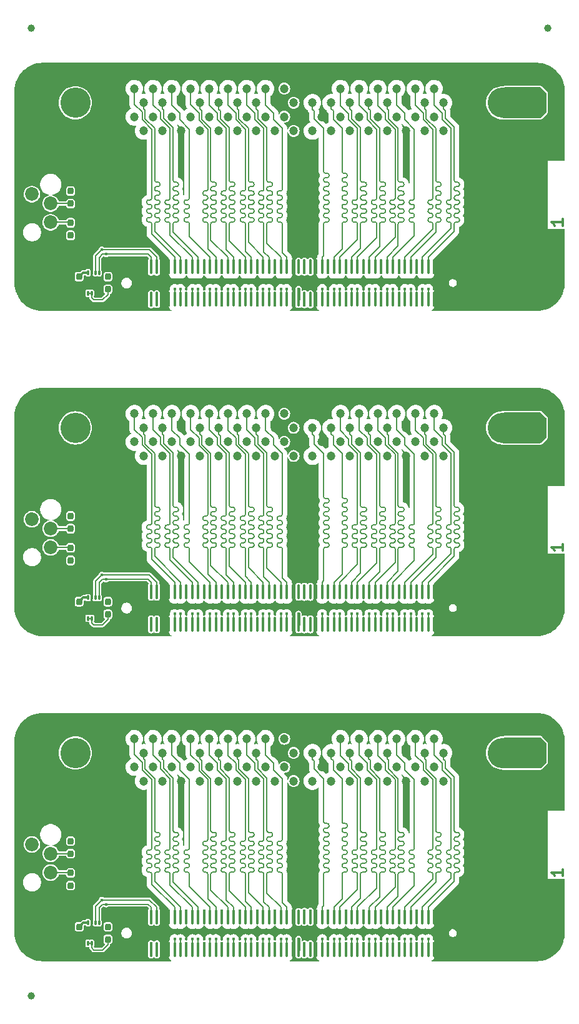
<source format=gtl>
G04 #@! TF.GenerationSoftware,KiCad,Pcbnew,8.0.6*
G04 #@! TF.CreationDate,2024-11-07T02:27:03-08:00*
G04 #@! TF.ProjectId,hvd-68-hd-panel,6876642d-3638-42d6-9864-2d70616e656c,1*
G04 #@! TF.SameCoordinates,Original*
G04 #@! TF.FileFunction,Copper,L1,Top*
G04 #@! TF.FilePolarity,Positive*
%FSLAX46Y46*%
G04 Gerber Fmt 4.6, Leading zero omitted, Abs format (unit mm)*
G04 Created by KiCad (PCBNEW 8.0.6) date 2024-11-07 02:27:03*
%MOMM*%
%LPD*%
G01*
G04 APERTURE LIST*
G04 Aperture macros list*
%AMRoundRect*
0 Rectangle with rounded corners*
0 $1 Rounding radius*
0 $2 $3 $4 $5 $6 $7 $8 $9 X,Y pos of 4 corners*
0 Add a 4 corners polygon primitive as box body*
4,1,4,$2,$3,$4,$5,$6,$7,$8,$9,$2,$3,0*
0 Add four circle primitives for the rounded corners*
1,1,$1+$1,$2,$3*
1,1,$1+$1,$4,$5*
1,1,$1+$1,$6,$7*
1,1,$1+$1,$8,$9*
0 Add four rect primitives between the rounded corners*
20,1,$1+$1,$2,$3,$4,$5,0*
20,1,$1+$1,$4,$5,$6,$7,0*
20,1,$1+$1,$6,$7,$8,$9,0*
20,1,$1+$1,$8,$9,$2,$3,0*%
G04 Aperture macros list end*
%ADD10C,0.300000*%
G04 #@! TA.AperFunction,NonConductor*
%ADD11C,0.300000*%
G04 #@! TD*
G04 #@! TA.AperFunction,SMDPad,CuDef*
%ADD12RoundRect,0.200000X0.250000X0.200000X-0.250000X0.200000X-0.250000X-0.200000X0.250000X-0.200000X0*%
G04 #@! TD*
G04 #@! TA.AperFunction,SMDPad,CuDef*
%ADD13C,1.000000*%
G04 #@! TD*
G04 #@! TA.AperFunction,ComponentPad*
%ADD14C,6.400000*%
G04 #@! TD*
G04 #@! TA.AperFunction,ComponentPad*
%ADD15C,1.850000*%
G04 #@! TD*
G04 #@! TA.AperFunction,SMDPad,CuDef*
%ADD16RoundRect,0.200000X-0.200000X0.250000X-0.200000X-0.250000X0.200000X-0.250000X0.200000X0.250000X0*%
G04 #@! TD*
G04 #@! TA.AperFunction,SMDPad,CuDef*
%ADD17RoundRect,0.200000X0.200000X-0.250000X0.200000X0.250000X-0.200000X0.250000X-0.200000X-0.250000X0*%
G04 #@! TD*
G04 #@! TA.AperFunction,SMDPad,CuDef*
%ADD18RoundRect,0.046875X0.103125X-0.253125X0.103125X0.253125X-0.103125X0.253125X-0.103125X-0.253125X0*%
G04 #@! TD*
G04 #@! TA.AperFunction,SMDPad,CuDef*
%ADD19RoundRect,0.250000X0.550000X-0.550000X0.550000X0.550000X-0.550000X0.550000X-0.550000X-0.550000X0*%
G04 #@! TD*
G04 #@! TA.AperFunction,ComponentPad*
%ADD20C,1.200000*%
G04 #@! TD*
G04 #@! TA.AperFunction,ComponentPad*
%ADD21C,4.100000*%
G04 #@! TD*
G04 #@! TA.AperFunction,SMDPad,CuDef*
%ADD22RoundRect,0.200000X-0.250000X-0.200000X0.250000X-0.200000X0.250000X0.200000X-0.250000X0.200000X0*%
G04 #@! TD*
G04 #@! TA.AperFunction,SMDPad,CuDef*
%ADD23RoundRect,0.100000X0.100000X0.900000X-0.100000X0.900000X-0.100000X-0.900000X0.100000X-0.900000X0*%
G04 #@! TD*
G04 #@! TA.AperFunction,ViaPad*
%ADD24C,0.450000*%
G04 #@! TD*
G04 #@! TA.AperFunction,Conductor*
%ADD25C,0.300000*%
G04 #@! TD*
G04 #@! TA.AperFunction,Conductor*
%ADD26C,0.127500*%
G04 #@! TD*
G04 #@! TA.AperFunction,Conductor*
%ADD27C,0.400000*%
G04 #@! TD*
G04 #@! TA.AperFunction,Conductor*
%ADD28C,0.200000*%
G04 #@! TD*
G04 APERTURE END LIST*
D10*
D11*
X-499172Y63630573D02*
X-499172Y62773430D01*
X-499172Y63202001D02*
X-1999172Y63202001D01*
X-1999172Y63202001D02*
X-1784886Y63059144D01*
X-1784886Y63059144D02*
X-1642029Y62916287D01*
X-1642029Y62916287D02*
X-1570600Y62773430D01*
D10*
D11*
X-499172Y19630573D02*
X-499172Y18773430D01*
X-499172Y19202001D02*
X-1999172Y19202001D01*
X-1999172Y19202001D02*
X-1784886Y19059144D01*
X-1784886Y19059144D02*
X-1642029Y18916287D01*
X-1642029Y18916287D02*
X-1570600Y18773430D01*
D10*
D11*
X-499172Y107630573D02*
X-499172Y106773430D01*
X-499172Y107202001D02*
X-1999172Y107202001D01*
X-1999172Y107202001D02*
X-1784886Y107059144D01*
X-1784886Y107059144D02*
X-1642029Y106916287D01*
X-1642029Y106916287D02*
X-1570600Y106773430D01*
D12*
G04 #@! TO.P,R4,1*
G04 #@! TO.N,Board_0-GND*
X-1450000Y122752000D03*
G04 #@! TO.P,R4,2*
G04 #@! TO.N,Board_0-/SHIELD*
X-3150000Y122752000D03*
G04 #@! TD*
D13*
G04 #@! TO.P,KiKit_FID_T_2,*
G04 #@! TO.N,*
X-2500000Y133503500D03*
G04 #@! TD*
D14*
G04 #@! TO.P,H3,1,1*
G04 #@! TO.N,Board_1-GND*
X-71000000Y55002000D03*
G04 #@! TD*
D15*
G04 #@! TO.P,J3,1,Pin_1*
G04 #@! TO.N,Board_2-+3V3*
X-72440000Y23012000D03*
G04 #@! TO.P,J3,2,Pin_2*
G04 #@! TO.N,Board_2-/PHY.ID_SDA*
X-69900000Y21742000D03*
G04 #@! TO.P,J3,3,Pin_3*
G04 #@! TO.N,Board_2-GND*
X-72440000Y20472000D03*
G04 #@! TO.P,J3,4,Pin_4*
G04 #@! TO.N,Board_2-/PHY.ID_SCL*
X-69900000Y19202000D03*
G04 #@! TD*
D16*
G04 #@! TO.P,R2,1*
G04 #@! TO.N,Board_2-+3V3*
X-67200000Y23452000D03*
G04 #@! TO.P,R2,2*
G04 #@! TO.N,Board_2-/PHY.ID_SDA*
X-67200000Y21752000D03*
G04 #@! TD*
D17*
G04 #@! TO.P,C1,1*
G04 #@! TO.N,Board_2-GND*
X-66050000Y10152000D03*
G04 #@! TO.P,C1,2*
G04 #@! TO.N,Board_2-+3V3*
X-66050000Y11852000D03*
G04 #@! TD*
D18*
G04 #@! TO.P,U1,1,E0*
G04 #@! TO.N,Board_1-Net-(U1-E0)*
X-64850001Y53602000D03*
G04 #@! TO.P,U1,2,E1*
X-64350000Y53602000D03*
G04 #@! TO.P,U1,3,E2*
G04 #@! TO.N,Board_1-GND*
X-63850000Y53602000D03*
G04 #@! TO.P,U1,4,VSS*
X-63349999Y53602000D03*
G04 #@! TO.P,U1,5,SDA*
G04 #@! TO.N,Board_1-/PHY.ID_SDA*
X-63349999Y56402000D03*
G04 #@! TO.P,U1,6,SCL*
G04 #@! TO.N,Board_1-/PHY.ID_SCL*
X-63850000Y56402000D03*
G04 #@! TO.P,U1,7,~{WC}*
G04 #@! TO.N,Board_1-GND*
X-64350000Y56402000D03*
G04 #@! TO.P,U1,8,VCC*
G04 #@! TO.N,Board_1-+3V3*
X-64850001Y56402000D03*
D19*
G04 #@! TO.P,U1,EP,VSS*
G04 #@! TO.N,Board_1-GND*
X-64100000Y55002000D03*
G04 #@! TD*
D14*
G04 #@! TO.P,H4,1,1*
G04 #@! TO.N,Board_2-GND*
X-4000000Y11002000D03*
G04 #@! TD*
D17*
G04 #@! TO.P,C1,1*
G04 #@! TO.N,Board_1-GND*
X-66050000Y54152000D03*
G04 #@! TO.P,C1,2*
G04 #@! TO.N,Board_1-+3V3*
X-66050000Y55852000D03*
G04 #@! TD*
D16*
G04 #@! TO.P,R2,1*
G04 #@! TO.N,Board_0-+3V3*
X-67200000Y111452000D03*
G04 #@! TO.P,R2,2*
G04 #@! TO.N,Board_0-/PHY.ID_SDA*
X-67200000Y109752000D03*
G04 #@! TD*
D13*
G04 #@! TO.P,KiKit_FID_T_3,*
G04 #@! TO.N,*
X-72500000Y2500000D03*
G04 #@! TD*
D18*
G04 #@! TO.P,U1,1,E0*
G04 #@! TO.N,Board_2-Net-(U1-E0)*
X-64850001Y9602000D03*
G04 #@! TO.P,U1,2,E1*
X-64350000Y9602000D03*
G04 #@! TO.P,U1,3,E2*
G04 #@! TO.N,Board_2-GND*
X-63850000Y9602000D03*
G04 #@! TO.P,U1,4,VSS*
X-63349999Y9602000D03*
G04 #@! TO.P,U1,5,SDA*
G04 #@! TO.N,Board_2-/PHY.ID_SDA*
X-63349999Y12402000D03*
G04 #@! TO.P,U1,6,SCL*
G04 #@! TO.N,Board_2-/PHY.ID_SCL*
X-63850000Y12402000D03*
G04 #@! TO.P,U1,7,~{WC}*
G04 #@! TO.N,Board_2-GND*
X-64350000Y12402000D03*
G04 #@! TO.P,U1,8,VCC*
G04 #@! TO.N,Board_2-+3V3*
X-64850001Y12402000D03*
D19*
G04 #@! TO.P,U1,EP,VSS*
G04 #@! TO.N,Board_2-GND*
X-64100000Y11002000D03*
G04 #@! TD*
D13*
G04 #@! TO.P,KiKit_FID_T_1,*
G04 #@! TO.N,*
X-72500000Y133503500D03*
G04 #@! TD*
D17*
G04 #@! TO.P,R1,1*
G04 #@! TO.N,Board_0-Net-(U1-E0)*
X-62150000Y98152000D03*
G04 #@! TO.P,R1,2*
G04 #@! TO.N,Board_0-+3V3*
X-62150000Y99852000D03*
G04 #@! TD*
D14*
G04 #@! TO.P,H3,1,1*
G04 #@! TO.N,Board_0-GND*
X-71000000Y99002000D03*
G04 #@! TD*
G04 #@! TO.P,H3,1,1*
G04 #@! TO.N,Board_2-GND*
X-71000000Y11002000D03*
G04 #@! TD*
D17*
G04 #@! TO.P,R1,1*
G04 #@! TO.N,Board_2-Net-(U1-E0)*
X-62150000Y10152000D03*
G04 #@! TO.P,R1,2*
G04 #@! TO.N,Board_2-+3V3*
X-62150000Y11852000D03*
G04 #@! TD*
G04 #@! TO.P,R1,1*
G04 #@! TO.N,Board_1-Net-(U1-E0)*
X-62150000Y54152000D03*
G04 #@! TO.P,R1,2*
G04 #@! TO.N,Board_1-+3V3*
X-62150000Y55852000D03*
G04 #@! TD*
D18*
G04 #@! TO.P,U1,1,E0*
G04 #@! TO.N,Board_0-Net-(U1-E0)*
X-64850001Y97602000D03*
G04 #@! TO.P,U1,2,E1*
X-64350000Y97602000D03*
G04 #@! TO.P,U1,3,E2*
G04 #@! TO.N,Board_0-GND*
X-63850000Y97602000D03*
G04 #@! TO.P,U1,4,VSS*
X-63349999Y97602000D03*
G04 #@! TO.P,U1,5,SDA*
G04 #@! TO.N,Board_0-/PHY.ID_SDA*
X-63349999Y100402000D03*
G04 #@! TO.P,U1,6,SCL*
G04 #@! TO.N,Board_0-/PHY.ID_SCL*
X-63850000Y100402000D03*
G04 #@! TO.P,U1,7,~{WC}*
G04 #@! TO.N,Board_0-GND*
X-64350000Y100402000D03*
G04 #@! TO.P,U1,8,VCC*
G04 #@! TO.N,Board_0-+3V3*
X-64850001Y100402000D03*
D19*
G04 #@! TO.P,U1,EP,VSS*
G04 #@! TO.N,Board_0-GND*
X-64100000Y99002000D03*
G04 #@! TD*
D17*
G04 #@! TO.P,R3,1*
G04 #@! TO.N,Board_2-+3V3*
X-67200000Y17452000D03*
G04 #@! TO.P,R3,2*
G04 #@! TO.N,Board_2-/PHY.ID_SCL*
X-67200000Y19152000D03*
G04 #@! TD*
G04 #@! TO.P,C1,1*
G04 #@! TO.N,Board_0-GND*
X-66050000Y98152000D03*
G04 #@! TO.P,C1,2*
G04 #@! TO.N,Board_0-+3V3*
X-66050000Y99852000D03*
G04 #@! TD*
G04 #@! TO.P,R3,1*
G04 #@! TO.N,Board_1-+3V3*
X-67200000Y61452000D03*
G04 #@! TO.P,R3,2*
G04 #@! TO.N,Board_1-/PHY.ID_SCL*
X-67200000Y63152000D03*
G04 #@! TD*
D20*
G04 #@! TO.P,J4,1,Pin_1*
G04 #@! TO.N,Board_0-/CON.DB12+*
X-58550000Y121486001D03*
G04 #@! TO.P,J4,2,Pin_2*
G04 #@! TO.N,Board_0-/CON.DB13+*
X-57280000Y119581001D03*
G04 #@! TO.P,J4,3,Pin_3*
G04 #@! TO.N,Board_0-/CON.DB14+*
X-56010000Y121486001D03*
G04 #@! TO.P,J4,4,Pin_4*
G04 #@! TO.N,Board_0-/CON.DB15+*
X-54740000Y119581000D03*
G04 #@! TO.P,J4,5,Pin_5*
G04 #@! TO.N,Board_0-/CON.DP1+*
X-53470000Y121486001D03*
G04 #@! TO.P,J4,6,Pin_6*
G04 #@! TO.N,Board_0-GND*
X-52199999Y119581001D03*
G04 #@! TO.P,J4,7,Pin_7*
G04 #@! TO.N,Board_0-/CON.DB0+*
X-50930000Y121486000D03*
G04 #@! TO.P,J4,8,Pin_8*
G04 #@! TO.N,Board_0-/CON.DB1+*
X-49659999Y119581000D03*
G04 #@! TO.P,J4,9,Pin_9*
G04 #@! TO.N,Board_0-/CON.DB2+*
X-48390000Y121486001D03*
G04 #@! TO.P,J4,10,Pin_10*
G04 #@! TO.N,Board_0-/CON.DB3+*
X-47119999Y119581000D03*
G04 #@! TO.P,J4,11,Pin_11*
G04 #@! TO.N,Board_0-/CON.DB4+*
X-45850000Y121486001D03*
G04 #@! TO.P,J4,12,Pin_12*
G04 #@! TO.N,Board_0-/CON.DB5+*
X-44579998Y119581000D03*
G04 #@! TO.P,J4,13,Pin_13*
G04 #@! TO.N,Board_0-/CON.DB6+*
X-43310000Y121486001D03*
G04 #@! TO.P,J4,14,Pin_14*
G04 #@! TO.N,Board_0-/CON.DB7+*
X-42039999Y119581001D03*
G04 #@! TO.P,J4,15,Pin_15*
G04 #@! TO.N,Board_0-/CON.DP0+*
X-40770000Y121486000D03*
G04 #@! TO.P,J4,16,Pin_16*
G04 #@! TO.N,Board_0-/CON.DIFFSENSE*
X-39499999Y119581000D03*
G04 #@! TO.P,J4,17,Pin_17*
G04 #@! TO.N,Board_0-/CON.TERMPWR*
X-38230000Y121486000D03*
G04 #@! TO.P,J4,18,Pin_18*
X-36959999Y119581000D03*
G04 #@! TO.P,J4,19,Pin_19*
G04 #@! TO.N,Board_0-GND*
X-35690000Y121486001D03*
G04 #@! TO.P,J4,20,Pin_20*
G04 #@! TO.N,Board_0-/CON.ATN+*
X-34420000Y119581001D03*
G04 #@! TO.P,J4,21,Pin_21*
G04 #@! TO.N,Board_0-GND*
X-33150000Y121486001D03*
G04 #@! TO.P,J4,22,Pin_22*
G04 #@! TO.N,Board_0-/CON.BSY+*
X-31880000Y119581000D03*
G04 #@! TO.P,J4,23,Pin_23*
G04 #@! TO.N,Board_0-/CON.ACK+*
X-30610000Y121486001D03*
G04 #@! TO.P,J4,24,Pin_24*
G04 #@! TO.N,Board_0-/CON.RST+*
X-29339998Y119581000D03*
G04 #@! TO.P,J4,25,Pin_25*
G04 #@! TO.N,Board_0-/CON.MSG+*
X-28070000Y121486000D03*
G04 #@! TO.P,J4,26,Pin_26*
G04 #@! TO.N,Board_0-/CON.SEL+*
X-26799999Y119581000D03*
G04 #@! TO.P,J4,27,Pin_27*
G04 #@! TO.N,Board_0-/CON.C{slash}D+*
X-25530000Y121486001D03*
G04 #@! TO.P,J4,28,Pin_28*
G04 #@! TO.N,Board_0-/CON.REQ+*
X-24259999Y119581000D03*
G04 #@! TO.P,J4,29,Pin_29*
G04 #@! TO.N,Board_0-/CON.I{slash}O+*
X-22990000Y121486001D03*
G04 #@! TO.P,J4,30,Pin_30*
G04 #@! TO.N,Board_0-GND*
X-21719998Y119581000D03*
G04 #@! TO.P,J4,31,Pin_31*
G04 #@! TO.N,Board_0-/CON.DB8+*
X-20450000Y121486001D03*
G04 #@! TO.P,J4,32,Pin_32*
G04 #@! TO.N,Board_0-/CON.DB9+*
X-19179999Y119581001D03*
G04 #@! TO.P,J4,33,Pin_33*
G04 #@! TO.N,Board_0-/CON.DB10+*
X-17910000Y121486000D03*
G04 #@! TO.P,J4,34,Pin_34*
G04 #@! TO.N,Board_0-/CON.DB11+*
X-16639999Y119581000D03*
G04 #@! TO.P,J4,35,Pin_35*
G04 #@! TO.N,Board_0-/CON.DB12-*
X-58550000Y125296000D03*
G04 #@! TO.P,J4,36,Pin_36*
G04 #@! TO.N,Board_0-/CON.DB13-*
X-57280000Y123390999D03*
G04 #@! TO.P,J4,37,Pin_37*
G04 #@! TO.N,Board_0-/CON.DB14-*
X-56010000Y125296000D03*
G04 #@! TO.P,J4,38,Pin_38*
G04 #@! TO.N,Board_0-/CON.DB15-*
X-54740000Y123391000D03*
G04 #@! TO.P,J4,39,Pin_39*
G04 #@! TO.N,Board_0-/CON.DP1-*
X-53470000Y125296000D03*
G04 #@! TO.P,J4,40,Pin_40*
G04 #@! TO.N,Board_0-GND*
X-52200000Y123391000D03*
G04 #@! TO.P,J4,41,Pin_41*
G04 #@! TO.N,Board_0-/CON.DB0-*
X-50930000Y125296000D03*
G04 #@! TO.P,J4,42,Pin_42*
G04 #@! TO.N,Board_0-/CON.DB1-*
X-49660000Y123391000D03*
G04 #@! TO.P,J4,43,Pin_43*
G04 #@! TO.N,Board_0-/CON.DB2-*
X-48390000Y125296000D03*
G04 #@! TO.P,J4,44,Pin_44*
G04 #@! TO.N,Board_0-/CON.DB3-*
X-47120000Y123391000D03*
G04 #@! TO.P,J4,45,Pin_45*
G04 #@! TO.N,Board_0-/CON.DB4-*
X-45850000Y125296000D03*
G04 #@! TO.P,J4,46,Pin_46*
G04 #@! TO.N,Board_0-/CON.DB5-*
X-44580000Y123390999D03*
G04 #@! TO.P,J4,47,Pin_47*
G04 #@! TO.N,Board_0-/CON.DB6-*
X-43310000Y125296000D03*
G04 #@! TO.P,J4,48,Pin_48*
G04 #@! TO.N,Board_0-/CON.DB7-*
X-42040000Y123391000D03*
G04 #@! TO.P,J4,49,Pin_49*
G04 #@! TO.N,Board_0-/CON.DP0-*
X-40770000Y125296000D03*
G04 #@! TO.P,J4,50,Pin_50*
G04 #@! TO.N,Board_0-GND*
X-39500000Y123391000D03*
G04 #@! TO.P,J4,51,Pin_51*
G04 #@! TO.N,Board_0-/CON.TERMPWR*
X-38230000Y125296000D03*
G04 #@! TO.P,J4,52,Pin_52*
X-36960000Y123391000D03*
G04 #@! TO.P,J4,53,Pin_53*
G04 #@! TO.N,Board_0-GND*
X-35690000Y125296000D03*
G04 #@! TO.P,J4,54,Pin_54*
G04 #@! TO.N,Board_0-/CON.ATN-*
X-34420000Y123390999D03*
G04 #@! TO.P,J4,55,Pin_55*
G04 #@! TO.N,Board_0-GND*
X-33150000Y125296000D03*
G04 #@! TO.P,J4,56,Pin_56*
G04 #@! TO.N,Board_0-/CON.BSY-*
X-31880000Y123391000D03*
G04 #@! TO.P,J4,57,Pin_57*
G04 #@! TO.N,Board_0-/CON.ACK-*
X-30610000Y125296000D03*
G04 #@! TO.P,J4,58,Pin_58*
G04 #@! TO.N,Board_0-/CON.RST-*
X-29340000Y123391000D03*
G04 #@! TO.P,J4,59,Pin_59*
G04 #@! TO.N,Board_0-/CON.MSG-*
X-28070000Y125296000D03*
G04 #@! TO.P,J4,60,Pin_60*
G04 #@! TO.N,Board_0-/CON.SEL-*
X-26800000Y123391000D03*
G04 #@! TO.P,J4,61,Pin_61*
G04 #@! TO.N,Board_0-/CON.C{slash}D-*
X-25530000Y125296000D03*
G04 #@! TO.P,J4,62,Pin_62*
G04 #@! TO.N,Board_0-/CON.REQ-*
X-24260000Y123391000D03*
G04 #@! TO.P,J4,63,Pin_63*
G04 #@! TO.N,Board_0-/CON.I{slash}O-*
X-22990000Y125296000D03*
G04 #@! TO.P,J4,64,Pin_64*
G04 #@! TO.N,Board_0-GND*
X-21720000Y123390999D03*
G04 #@! TO.P,J4,65,Pin_65*
G04 #@! TO.N,Board_0-/CON.DB8-*
X-20450000Y125296000D03*
G04 #@! TO.P,J4,66,Pin_66*
G04 #@! TO.N,Board_0-/CON.DB9-*
X-19180000Y123391000D03*
G04 #@! TO.P,J4,67,Pin_67*
G04 #@! TO.N,Board_0-/CON.DB10-*
X-17910000Y125296000D03*
G04 #@! TO.P,J4,68,Pin_68*
G04 #@! TO.N,Board_0-/CON.DB11-*
X-16640000Y123391000D03*
D21*
G04 #@! TO.P,J4,SHIELD,SHIELD*
G04 #@! TO.N,Board_0-/SHIELD*
X-8639001Y123391000D03*
X-66550000Y123390999D03*
G04 #@! TD*
D22*
G04 #@! TO.P,C2,1*
G04 #@! TO.N,Board_0-/SHIELD*
X-3150000Y124052000D03*
G04 #@! TO.P,C2,2*
G04 #@! TO.N,Board_0-GND*
X-1450000Y124052000D03*
G04 #@! TD*
D20*
G04 #@! TO.P,J4,1,Pin_1*
G04 #@! TO.N,Board_2-/CON.DB12+*
X-58550000Y33486001D03*
G04 #@! TO.P,J4,2,Pin_2*
G04 #@! TO.N,Board_2-/CON.DB13+*
X-57280000Y31581001D03*
G04 #@! TO.P,J4,3,Pin_3*
G04 #@! TO.N,Board_2-/CON.DB14+*
X-56010000Y33486001D03*
G04 #@! TO.P,J4,4,Pin_4*
G04 #@! TO.N,Board_2-/CON.DB15+*
X-54740000Y31581000D03*
G04 #@! TO.P,J4,5,Pin_5*
G04 #@! TO.N,Board_2-/CON.DP1+*
X-53470000Y33486001D03*
G04 #@! TO.P,J4,6,Pin_6*
G04 #@! TO.N,Board_2-GND*
X-52199999Y31581001D03*
G04 #@! TO.P,J4,7,Pin_7*
G04 #@! TO.N,Board_2-/CON.DB0+*
X-50930000Y33486000D03*
G04 #@! TO.P,J4,8,Pin_8*
G04 #@! TO.N,Board_2-/CON.DB1+*
X-49659999Y31581000D03*
G04 #@! TO.P,J4,9,Pin_9*
G04 #@! TO.N,Board_2-/CON.DB2+*
X-48390000Y33486001D03*
G04 #@! TO.P,J4,10,Pin_10*
G04 #@! TO.N,Board_2-/CON.DB3+*
X-47119999Y31581000D03*
G04 #@! TO.P,J4,11,Pin_11*
G04 #@! TO.N,Board_2-/CON.DB4+*
X-45850000Y33486001D03*
G04 #@! TO.P,J4,12,Pin_12*
G04 #@! TO.N,Board_2-/CON.DB5+*
X-44579998Y31581000D03*
G04 #@! TO.P,J4,13,Pin_13*
G04 #@! TO.N,Board_2-/CON.DB6+*
X-43310000Y33486001D03*
G04 #@! TO.P,J4,14,Pin_14*
G04 #@! TO.N,Board_2-/CON.DB7+*
X-42039999Y31581001D03*
G04 #@! TO.P,J4,15,Pin_15*
G04 #@! TO.N,Board_2-/CON.DP0+*
X-40770000Y33486000D03*
G04 #@! TO.P,J4,16,Pin_16*
G04 #@! TO.N,Board_2-/CON.DIFFSENSE*
X-39499999Y31581000D03*
G04 #@! TO.P,J4,17,Pin_17*
G04 #@! TO.N,Board_2-/CON.TERMPWR*
X-38230000Y33486000D03*
G04 #@! TO.P,J4,18,Pin_18*
X-36959999Y31581000D03*
G04 #@! TO.P,J4,19,Pin_19*
G04 #@! TO.N,Board_2-GND*
X-35690000Y33486001D03*
G04 #@! TO.P,J4,20,Pin_20*
G04 #@! TO.N,Board_2-/CON.ATN+*
X-34420000Y31581001D03*
G04 #@! TO.P,J4,21,Pin_21*
G04 #@! TO.N,Board_2-GND*
X-33150000Y33486001D03*
G04 #@! TO.P,J4,22,Pin_22*
G04 #@! TO.N,Board_2-/CON.BSY+*
X-31880000Y31581000D03*
G04 #@! TO.P,J4,23,Pin_23*
G04 #@! TO.N,Board_2-/CON.ACK+*
X-30610000Y33486001D03*
G04 #@! TO.P,J4,24,Pin_24*
G04 #@! TO.N,Board_2-/CON.RST+*
X-29339998Y31581000D03*
G04 #@! TO.P,J4,25,Pin_25*
G04 #@! TO.N,Board_2-/CON.MSG+*
X-28070000Y33486000D03*
G04 #@! TO.P,J4,26,Pin_26*
G04 #@! TO.N,Board_2-/CON.SEL+*
X-26799999Y31581000D03*
G04 #@! TO.P,J4,27,Pin_27*
G04 #@! TO.N,Board_2-/CON.C{slash}D+*
X-25530000Y33486001D03*
G04 #@! TO.P,J4,28,Pin_28*
G04 #@! TO.N,Board_2-/CON.REQ+*
X-24259999Y31581000D03*
G04 #@! TO.P,J4,29,Pin_29*
G04 #@! TO.N,Board_2-/CON.I{slash}O+*
X-22990000Y33486001D03*
G04 #@! TO.P,J4,30,Pin_30*
G04 #@! TO.N,Board_2-GND*
X-21719998Y31581000D03*
G04 #@! TO.P,J4,31,Pin_31*
G04 #@! TO.N,Board_2-/CON.DB8+*
X-20450000Y33486001D03*
G04 #@! TO.P,J4,32,Pin_32*
G04 #@! TO.N,Board_2-/CON.DB9+*
X-19179999Y31581001D03*
G04 #@! TO.P,J4,33,Pin_33*
G04 #@! TO.N,Board_2-/CON.DB10+*
X-17910000Y33486000D03*
G04 #@! TO.P,J4,34,Pin_34*
G04 #@! TO.N,Board_2-/CON.DB11+*
X-16639999Y31581000D03*
G04 #@! TO.P,J4,35,Pin_35*
G04 #@! TO.N,Board_2-/CON.DB12-*
X-58550000Y37296000D03*
G04 #@! TO.P,J4,36,Pin_36*
G04 #@! TO.N,Board_2-/CON.DB13-*
X-57280000Y35390999D03*
G04 #@! TO.P,J4,37,Pin_37*
G04 #@! TO.N,Board_2-/CON.DB14-*
X-56010000Y37296000D03*
G04 #@! TO.P,J4,38,Pin_38*
G04 #@! TO.N,Board_2-/CON.DB15-*
X-54740000Y35391000D03*
G04 #@! TO.P,J4,39,Pin_39*
G04 #@! TO.N,Board_2-/CON.DP1-*
X-53470000Y37296000D03*
G04 #@! TO.P,J4,40,Pin_40*
G04 #@! TO.N,Board_2-GND*
X-52200000Y35391000D03*
G04 #@! TO.P,J4,41,Pin_41*
G04 #@! TO.N,Board_2-/CON.DB0-*
X-50930000Y37296000D03*
G04 #@! TO.P,J4,42,Pin_42*
G04 #@! TO.N,Board_2-/CON.DB1-*
X-49660000Y35391000D03*
G04 #@! TO.P,J4,43,Pin_43*
G04 #@! TO.N,Board_2-/CON.DB2-*
X-48390000Y37296000D03*
G04 #@! TO.P,J4,44,Pin_44*
G04 #@! TO.N,Board_2-/CON.DB3-*
X-47120000Y35391000D03*
G04 #@! TO.P,J4,45,Pin_45*
G04 #@! TO.N,Board_2-/CON.DB4-*
X-45850000Y37296000D03*
G04 #@! TO.P,J4,46,Pin_46*
G04 #@! TO.N,Board_2-/CON.DB5-*
X-44580000Y35390999D03*
G04 #@! TO.P,J4,47,Pin_47*
G04 #@! TO.N,Board_2-/CON.DB6-*
X-43310000Y37296000D03*
G04 #@! TO.P,J4,48,Pin_48*
G04 #@! TO.N,Board_2-/CON.DB7-*
X-42040000Y35391000D03*
G04 #@! TO.P,J4,49,Pin_49*
G04 #@! TO.N,Board_2-/CON.DP0-*
X-40770000Y37296000D03*
G04 #@! TO.P,J4,50,Pin_50*
G04 #@! TO.N,Board_2-GND*
X-39500000Y35391000D03*
G04 #@! TO.P,J4,51,Pin_51*
G04 #@! TO.N,Board_2-/CON.TERMPWR*
X-38230000Y37296000D03*
G04 #@! TO.P,J4,52,Pin_52*
X-36960000Y35391000D03*
G04 #@! TO.P,J4,53,Pin_53*
G04 #@! TO.N,Board_2-GND*
X-35690000Y37296000D03*
G04 #@! TO.P,J4,54,Pin_54*
G04 #@! TO.N,Board_2-/CON.ATN-*
X-34420000Y35390999D03*
G04 #@! TO.P,J4,55,Pin_55*
G04 #@! TO.N,Board_2-GND*
X-33150000Y37296000D03*
G04 #@! TO.P,J4,56,Pin_56*
G04 #@! TO.N,Board_2-/CON.BSY-*
X-31880000Y35391000D03*
G04 #@! TO.P,J4,57,Pin_57*
G04 #@! TO.N,Board_2-/CON.ACK-*
X-30610000Y37296000D03*
G04 #@! TO.P,J4,58,Pin_58*
G04 #@! TO.N,Board_2-/CON.RST-*
X-29340000Y35391000D03*
G04 #@! TO.P,J4,59,Pin_59*
G04 #@! TO.N,Board_2-/CON.MSG-*
X-28070000Y37296000D03*
G04 #@! TO.P,J4,60,Pin_60*
G04 #@! TO.N,Board_2-/CON.SEL-*
X-26800000Y35391000D03*
G04 #@! TO.P,J4,61,Pin_61*
G04 #@! TO.N,Board_2-/CON.C{slash}D-*
X-25530000Y37296000D03*
G04 #@! TO.P,J4,62,Pin_62*
G04 #@! TO.N,Board_2-/CON.REQ-*
X-24260000Y35391000D03*
G04 #@! TO.P,J4,63,Pin_63*
G04 #@! TO.N,Board_2-/CON.I{slash}O-*
X-22990000Y37296000D03*
G04 #@! TO.P,J4,64,Pin_64*
G04 #@! TO.N,Board_2-GND*
X-21720000Y35390999D03*
G04 #@! TO.P,J4,65,Pin_65*
G04 #@! TO.N,Board_2-/CON.DB8-*
X-20450000Y37296000D03*
G04 #@! TO.P,J4,66,Pin_66*
G04 #@! TO.N,Board_2-/CON.DB9-*
X-19180000Y35391000D03*
G04 #@! TO.P,J4,67,Pin_67*
G04 #@! TO.N,Board_2-/CON.DB10-*
X-17910000Y37296000D03*
G04 #@! TO.P,J4,68,Pin_68*
G04 #@! TO.N,Board_2-/CON.DB11-*
X-16640000Y35391000D03*
D21*
G04 #@! TO.P,J4,SHIELD,SHIELD*
G04 #@! TO.N,Board_2-/SHIELD*
X-8639001Y35391000D03*
X-66550000Y35390999D03*
G04 #@! TD*
D15*
G04 #@! TO.P,J3,1,Pin_1*
G04 #@! TO.N,Board_0-+3V3*
X-72440000Y111012000D03*
G04 #@! TO.P,J3,2,Pin_2*
G04 #@! TO.N,Board_0-/PHY.ID_SDA*
X-69900000Y109742000D03*
G04 #@! TO.P,J3,3,Pin_3*
G04 #@! TO.N,Board_0-GND*
X-72440000Y108472000D03*
G04 #@! TO.P,J3,4,Pin_4*
G04 #@! TO.N,Board_0-/PHY.ID_SCL*
X-69900000Y107202000D03*
G04 #@! TD*
D14*
G04 #@! TO.P,H4,1,1*
G04 #@! TO.N,Board_1-GND*
X-4000000Y55002000D03*
G04 #@! TD*
D12*
G04 #@! TO.P,R4,1*
G04 #@! TO.N,Board_1-GND*
X-1450000Y78752000D03*
G04 #@! TO.P,R4,2*
G04 #@! TO.N,Board_1-/SHIELD*
X-3150000Y78752000D03*
G04 #@! TD*
D20*
G04 #@! TO.P,J4,1,Pin_1*
G04 #@! TO.N,Board_1-/CON.DB12+*
X-58550000Y77486001D03*
G04 #@! TO.P,J4,2,Pin_2*
G04 #@! TO.N,Board_1-/CON.DB13+*
X-57280000Y75581001D03*
G04 #@! TO.P,J4,3,Pin_3*
G04 #@! TO.N,Board_1-/CON.DB14+*
X-56010000Y77486001D03*
G04 #@! TO.P,J4,4,Pin_4*
G04 #@! TO.N,Board_1-/CON.DB15+*
X-54740000Y75581000D03*
G04 #@! TO.P,J4,5,Pin_5*
G04 #@! TO.N,Board_1-/CON.DP1+*
X-53470000Y77486001D03*
G04 #@! TO.P,J4,6,Pin_6*
G04 #@! TO.N,Board_1-GND*
X-52199999Y75581001D03*
G04 #@! TO.P,J4,7,Pin_7*
G04 #@! TO.N,Board_1-/CON.DB0+*
X-50930000Y77486000D03*
G04 #@! TO.P,J4,8,Pin_8*
G04 #@! TO.N,Board_1-/CON.DB1+*
X-49659999Y75581000D03*
G04 #@! TO.P,J4,9,Pin_9*
G04 #@! TO.N,Board_1-/CON.DB2+*
X-48390000Y77486001D03*
G04 #@! TO.P,J4,10,Pin_10*
G04 #@! TO.N,Board_1-/CON.DB3+*
X-47119999Y75581000D03*
G04 #@! TO.P,J4,11,Pin_11*
G04 #@! TO.N,Board_1-/CON.DB4+*
X-45850000Y77486001D03*
G04 #@! TO.P,J4,12,Pin_12*
G04 #@! TO.N,Board_1-/CON.DB5+*
X-44579998Y75581000D03*
G04 #@! TO.P,J4,13,Pin_13*
G04 #@! TO.N,Board_1-/CON.DB6+*
X-43310000Y77486001D03*
G04 #@! TO.P,J4,14,Pin_14*
G04 #@! TO.N,Board_1-/CON.DB7+*
X-42039999Y75581001D03*
G04 #@! TO.P,J4,15,Pin_15*
G04 #@! TO.N,Board_1-/CON.DP0+*
X-40770000Y77486000D03*
G04 #@! TO.P,J4,16,Pin_16*
G04 #@! TO.N,Board_1-/CON.DIFFSENSE*
X-39499999Y75581000D03*
G04 #@! TO.P,J4,17,Pin_17*
G04 #@! TO.N,Board_1-/CON.TERMPWR*
X-38230000Y77486000D03*
G04 #@! TO.P,J4,18,Pin_18*
X-36959999Y75581000D03*
G04 #@! TO.P,J4,19,Pin_19*
G04 #@! TO.N,Board_1-GND*
X-35690000Y77486001D03*
G04 #@! TO.P,J4,20,Pin_20*
G04 #@! TO.N,Board_1-/CON.ATN+*
X-34420000Y75581001D03*
G04 #@! TO.P,J4,21,Pin_21*
G04 #@! TO.N,Board_1-GND*
X-33150000Y77486001D03*
G04 #@! TO.P,J4,22,Pin_22*
G04 #@! TO.N,Board_1-/CON.BSY+*
X-31880000Y75581000D03*
G04 #@! TO.P,J4,23,Pin_23*
G04 #@! TO.N,Board_1-/CON.ACK+*
X-30610000Y77486001D03*
G04 #@! TO.P,J4,24,Pin_24*
G04 #@! TO.N,Board_1-/CON.RST+*
X-29339998Y75581000D03*
G04 #@! TO.P,J4,25,Pin_25*
G04 #@! TO.N,Board_1-/CON.MSG+*
X-28070000Y77486000D03*
G04 #@! TO.P,J4,26,Pin_26*
G04 #@! TO.N,Board_1-/CON.SEL+*
X-26799999Y75581000D03*
G04 #@! TO.P,J4,27,Pin_27*
G04 #@! TO.N,Board_1-/CON.C{slash}D+*
X-25530000Y77486001D03*
G04 #@! TO.P,J4,28,Pin_28*
G04 #@! TO.N,Board_1-/CON.REQ+*
X-24259999Y75581000D03*
G04 #@! TO.P,J4,29,Pin_29*
G04 #@! TO.N,Board_1-/CON.I{slash}O+*
X-22990000Y77486001D03*
G04 #@! TO.P,J4,30,Pin_30*
G04 #@! TO.N,Board_1-GND*
X-21719998Y75581000D03*
G04 #@! TO.P,J4,31,Pin_31*
G04 #@! TO.N,Board_1-/CON.DB8+*
X-20450000Y77486001D03*
G04 #@! TO.P,J4,32,Pin_32*
G04 #@! TO.N,Board_1-/CON.DB9+*
X-19179999Y75581001D03*
G04 #@! TO.P,J4,33,Pin_33*
G04 #@! TO.N,Board_1-/CON.DB10+*
X-17910000Y77486000D03*
G04 #@! TO.P,J4,34,Pin_34*
G04 #@! TO.N,Board_1-/CON.DB11+*
X-16639999Y75581000D03*
G04 #@! TO.P,J4,35,Pin_35*
G04 #@! TO.N,Board_1-/CON.DB12-*
X-58550000Y81296000D03*
G04 #@! TO.P,J4,36,Pin_36*
G04 #@! TO.N,Board_1-/CON.DB13-*
X-57280000Y79390999D03*
G04 #@! TO.P,J4,37,Pin_37*
G04 #@! TO.N,Board_1-/CON.DB14-*
X-56010000Y81296000D03*
G04 #@! TO.P,J4,38,Pin_38*
G04 #@! TO.N,Board_1-/CON.DB15-*
X-54740000Y79391000D03*
G04 #@! TO.P,J4,39,Pin_39*
G04 #@! TO.N,Board_1-/CON.DP1-*
X-53470000Y81296000D03*
G04 #@! TO.P,J4,40,Pin_40*
G04 #@! TO.N,Board_1-GND*
X-52200000Y79391000D03*
G04 #@! TO.P,J4,41,Pin_41*
G04 #@! TO.N,Board_1-/CON.DB0-*
X-50930000Y81296000D03*
G04 #@! TO.P,J4,42,Pin_42*
G04 #@! TO.N,Board_1-/CON.DB1-*
X-49660000Y79391000D03*
G04 #@! TO.P,J4,43,Pin_43*
G04 #@! TO.N,Board_1-/CON.DB2-*
X-48390000Y81296000D03*
G04 #@! TO.P,J4,44,Pin_44*
G04 #@! TO.N,Board_1-/CON.DB3-*
X-47120000Y79391000D03*
G04 #@! TO.P,J4,45,Pin_45*
G04 #@! TO.N,Board_1-/CON.DB4-*
X-45850000Y81296000D03*
G04 #@! TO.P,J4,46,Pin_46*
G04 #@! TO.N,Board_1-/CON.DB5-*
X-44580000Y79390999D03*
G04 #@! TO.P,J4,47,Pin_47*
G04 #@! TO.N,Board_1-/CON.DB6-*
X-43310000Y81296000D03*
G04 #@! TO.P,J4,48,Pin_48*
G04 #@! TO.N,Board_1-/CON.DB7-*
X-42040000Y79391000D03*
G04 #@! TO.P,J4,49,Pin_49*
G04 #@! TO.N,Board_1-/CON.DP0-*
X-40770000Y81296000D03*
G04 #@! TO.P,J4,50,Pin_50*
G04 #@! TO.N,Board_1-GND*
X-39500000Y79391000D03*
G04 #@! TO.P,J4,51,Pin_51*
G04 #@! TO.N,Board_1-/CON.TERMPWR*
X-38230000Y81296000D03*
G04 #@! TO.P,J4,52,Pin_52*
X-36960000Y79391000D03*
G04 #@! TO.P,J4,53,Pin_53*
G04 #@! TO.N,Board_1-GND*
X-35690000Y81296000D03*
G04 #@! TO.P,J4,54,Pin_54*
G04 #@! TO.N,Board_1-/CON.ATN-*
X-34420000Y79390999D03*
G04 #@! TO.P,J4,55,Pin_55*
G04 #@! TO.N,Board_1-GND*
X-33150000Y81296000D03*
G04 #@! TO.P,J4,56,Pin_56*
G04 #@! TO.N,Board_1-/CON.BSY-*
X-31880000Y79391000D03*
G04 #@! TO.P,J4,57,Pin_57*
G04 #@! TO.N,Board_1-/CON.ACK-*
X-30610000Y81296000D03*
G04 #@! TO.P,J4,58,Pin_58*
G04 #@! TO.N,Board_1-/CON.RST-*
X-29340000Y79391000D03*
G04 #@! TO.P,J4,59,Pin_59*
G04 #@! TO.N,Board_1-/CON.MSG-*
X-28070000Y81296000D03*
G04 #@! TO.P,J4,60,Pin_60*
G04 #@! TO.N,Board_1-/CON.SEL-*
X-26800000Y79391000D03*
G04 #@! TO.P,J4,61,Pin_61*
G04 #@! TO.N,Board_1-/CON.C{slash}D-*
X-25530000Y81296000D03*
G04 #@! TO.P,J4,62,Pin_62*
G04 #@! TO.N,Board_1-/CON.REQ-*
X-24260000Y79391000D03*
G04 #@! TO.P,J4,63,Pin_63*
G04 #@! TO.N,Board_1-/CON.I{slash}O-*
X-22990000Y81296000D03*
G04 #@! TO.P,J4,64,Pin_64*
G04 #@! TO.N,Board_1-GND*
X-21720000Y79390999D03*
G04 #@! TO.P,J4,65,Pin_65*
G04 #@! TO.N,Board_1-/CON.DB8-*
X-20450000Y81296000D03*
G04 #@! TO.P,J4,66,Pin_66*
G04 #@! TO.N,Board_1-/CON.DB9-*
X-19180000Y79391000D03*
G04 #@! TO.P,J4,67,Pin_67*
G04 #@! TO.N,Board_1-/CON.DB10-*
X-17910000Y81296000D03*
G04 #@! TO.P,J4,68,Pin_68*
G04 #@! TO.N,Board_1-/CON.DB11-*
X-16640000Y79391000D03*
D21*
G04 #@! TO.P,J4,SHIELD,SHIELD*
G04 #@! TO.N,Board_1-/SHIELD*
X-8639001Y79391000D03*
X-66550000Y79390999D03*
G04 #@! TD*
D16*
G04 #@! TO.P,R2,1*
G04 #@! TO.N,Board_1-+3V3*
X-67200000Y67452000D03*
G04 #@! TO.P,R2,2*
G04 #@! TO.N,Board_1-/PHY.ID_SDA*
X-67200000Y65752000D03*
G04 #@! TD*
D22*
G04 #@! TO.P,C2,1*
G04 #@! TO.N,Board_2-/SHIELD*
X-3150000Y36052000D03*
G04 #@! TO.P,C2,2*
G04 #@! TO.N,Board_2-GND*
X-1450000Y36052000D03*
G04 #@! TD*
D12*
G04 #@! TO.P,R4,1*
G04 #@! TO.N,Board_2-GND*
X-1450000Y34752000D03*
G04 #@! TO.P,R4,2*
G04 #@! TO.N,Board_2-/SHIELD*
X-3150000Y34752000D03*
G04 #@! TD*
D22*
G04 #@! TO.P,C2,1*
G04 #@! TO.N,Board_1-/SHIELD*
X-3150000Y80052000D03*
G04 #@! TO.P,C2,2*
G04 #@! TO.N,Board_1-GND*
X-1450000Y80052000D03*
G04 #@! TD*
D17*
G04 #@! TO.P,R3,1*
G04 #@! TO.N,Board_0-+3V3*
X-67200000Y105452000D03*
G04 #@! TO.P,R3,2*
G04 #@! TO.N,Board_0-/PHY.ID_SCL*
X-67200000Y107152000D03*
G04 #@! TD*
D23*
G04 #@! TO.P,J1,1,Pin_1*
G04 #@! TO.N,Board_1-GND*
X-57100000Y52802000D03*
G04 #@! TO.P,J1,2,Pin_2*
X-57100000Y57202000D03*
G04 #@! TO.P,J1,3,Pin_3*
G04 #@! TO.N,Board_1-+3V3*
X-56300000Y52802001D03*
G04 #@! TO.P,J1,4,Pin_4*
G04 #@! TO.N,Board_1-/PHY.ID_SDA*
X-56300000Y57201999D03*
G04 #@! TO.P,J1,5,Pin_5*
G04 #@! TO.N,Board_1-unconnected-(J1-Pin_5-Pad5)*
X-55500000Y52802000D03*
G04 #@! TO.P,J1,6,Pin_6*
G04 #@! TO.N,Board_1-/PHY.ID_SCL*
X-55500000Y57202000D03*
G04 #@! TO.P,J1,7,Pin_7*
G04 #@! TO.N,Board_1-GND*
X-54700001Y52802000D03*
G04 #@! TO.P,J1,8,Pin_8*
X-54700001Y57202000D03*
G04 #@! TO.P,J1,9,Pin_9*
X-53900000Y52802000D03*
G04 #@! TO.P,J1,10,Pin_10*
X-53900000Y57202000D03*
G04 #@! TO.P,J1,11,Pin_11*
G04 #@! TO.N,Board_1-/CON.DB12+*
X-53100000Y52802000D03*
G04 #@! TO.P,J1,12,Pin_12*
G04 #@! TO.N,Board_1-/CON.DB12-*
X-53100000Y57202000D03*
G04 #@! TO.P,J1,13,Pin_13*
G04 #@! TO.N,Board_1-/CON.DB13+*
X-52299999Y52802000D03*
G04 #@! TO.P,J1,14,Pin_14*
G04 #@! TO.N,Board_1-/CON.DB13-*
X-52299999Y57202000D03*
G04 #@! TO.P,J1,15,Pin_15*
G04 #@! TO.N,Board_1-GND*
X-51500000Y52802000D03*
G04 #@! TO.P,J1,16,Pin_16*
X-51500000Y57202000D03*
G04 #@! TO.P,J1,17,Pin_17*
G04 #@! TO.N,Board_1-/CON.DB14+*
X-50700000Y52802001D03*
G04 #@! TO.P,J1,18,Pin_18*
G04 #@! TO.N,Board_1-/CON.DB14-*
X-50700000Y57201999D03*
G04 #@! TO.P,J1,19,Pin_19*
G04 #@! TO.N,Board_1-/CON.DB15+*
X-49900000Y52802000D03*
G04 #@! TO.P,J1,20,Pin_20*
G04 #@! TO.N,Board_1-/CON.DB15-*
X-49900000Y57202000D03*
G04 #@! TO.P,J1,21,Pin_21*
G04 #@! TO.N,Board_1-GND*
X-49100000Y52802000D03*
G04 #@! TO.P,J1,22,Pin_22*
X-49100000Y57202000D03*
G04 #@! TO.P,J1,23,Pin_23*
G04 #@! TO.N,Board_1-/CON.DP1+*
X-48300000Y52802000D03*
G04 #@! TO.P,J1,24,Pin_24*
G04 #@! TO.N,Board_1-/CON.DP1-*
X-48300000Y57202000D03*
G04 #@! TO.P,J1,25,Pin_25*
G04 #@! TO.N,Board_1-/CON.DB0+*
X-47500000Y52802000D03*
G04 #@! TO.P,J1,26,Pin_26*
G04 #@! TO.N,Board_1-/CON.DB0-*
X-47500000Y57202000D03*
G04 #@! TO.P,J1,27,Pin_27*
G04 #@! TO.N,Board_1-GND*
X-46699999Y52802000D03*
G04 #@! TO.P,J1,28,Pin_28*
X-46699999Y57202000D03*
G04 #@! TO.P,J1,29,Pin_29*
G04 #@! TO.N,Board_1-/CON.DB1+*
X-45900000Y52802000D03*
G04 #@! TO.P,J1,30,Pin_30*
G04 #@! TO.N,Board_1-/CON.DB1-*
X-45900000Y57202000D03*
G04 #@! TO.P,J1,31,Pin_31*
G04 #@! TO.N,Board_1-/CON.DB2+*
X-45100000Y52802001D03*
G04 #@! TO.P,J1,32,Pin_32*
G04 #@! TO.N,Board_1-/CON.DB2-*
X-45100000Y57201999D03*
G04 #@! TO.P,J1,33,Pin_33*
G04 #@! TO.N,Board_1-GND*
X-44300000Y52802000D03*
G04 #@! TO.P,J1,34,Pin_34*
X-44300000Y57202000D03*
G04 #@! TO.P,J1,35,Pin_35*
G04 #@! TO.N,Board_1-/CON.DB3+*
X-43500000Y52802000D03*
G04 #@! TO.P,J1,36,Pin_36*
G04 #@! TO.N,Board_1-/CON.DB3-*
X-43500000Y57202000D03*
G04 #@! TO.P,J1,37,Pin_37*
G04 #@! TO.N,Board_1-/CON.DB4+*
X-42700000Y52802000D03*
G04 #@! TO.P,J1,38,Pin_38*
G04 #@! TO.N,Board_1-/CON.DB4-*
X-42700000Y57202000D03*
G04 #@! TO.P,J1,39,Pin_39*
G04 #@! TO.N,Board_1-GND*
X-41900000Y52802000D03*
G04 #@! TO.P,J1,40,Pin_40*
X-41900000Y57202000D03*
G04 #@! TO.P,J1,41,Pin_41*
G04 #@! TO.N,Board_1-/CON.DB5+*
X-41099999Y52802000D03*
G04 #@! TO.P,J1,42,Pin_42*
G04 #@! TO.N,Board_1-/CON.DB5-*
X-41099999Y57202000D03*
G04 #@! TO.P,J1,43,Pin_43*
G04 #@! TO.N,Board_1-/CON.DB6+*
X-40300000Y52802000D03*
G04 #@! TO.P,J1,44,Pin_44*
G04 #@! TO.N,Board_1-/CON.DB6-*
X-40300000Y57202000D03*
G04 #@! TO.P,J1,45,Pin_45*
G04 #@! TO.N,Board_1-GND*
X-39500000Y52802001D03*
G04 #@! TO.P,J1,46,Pin_46*
X-39500000Y57201999D03*
G04 #@! TO.P,J1,47,Pin_47*
G04 #@! TO.N,Board_1-/CON.DB7+*
X-38700000Y52802000D03*
G04 #@! TO.P,J1,48,Pin_48*
G04 #@! TO.N,Board_1-/CON.DB7-*
X-38700000Y57202000D03*
G04 #@! TO.P,J1,49,Pin_49*
G04 #@! TO.N,Board_1-/CON.DP0+*
X-37900000Y52802000D03*
G04 #@! TO.P,J1,50,Pin_50*
G04 #@! TO.N,Board_1-/CON.DP0-*
X-37900000Y57202000D03*
G04 #@! TO.P,J1,51,Pin_51*
G04 #@! TO.N,Board_1-GND*
X-37100000Y52802000D03*
G04 #@! TO.P,J1,52,Pin_52*
X-37100000Y57202000D03*
G04 #@! TO.P,J1,53,Pin_53*
G04 #@! TO.N,Board_1-/CON.DIFFSENSE*
X-36300000Y52802000D03*
G04 #@! TO.P,J1,54,Pin_54*
G04 #@! TO.N,Board_1-unconnected-(J1-Pin_54-Pad54)*
X-36300000Y57202000D03*
G04 #@! TO.P,J1,55,Pin_55*
G04 #@! TO.N,Board_1-/CON.TERMPWR*
X-35500000Y52802001D03*
G04 #@! TO.P,J1,56,Pin_56*
X-35500000Y57201999D03*
G04 #@! TO.P,J1,57,Pin_57*
X-34700000Y52802000D03*
G04 #@! TO.P,J1,58,Pin_58*
X-34700000Y57202000D03*
G04 #@! TO.P,J1,59,Pin_59*
G04 #@! TO.N,Board_1-GND*
X-33900001Y52802000D03*
G04 #@! TO.P,J1,60,Pin_60*
X-33900001Y57202000D03*
G04 #@! TO.P,J1,61,Pin_61*
G04 #@! TO.N,Board_1-/CON.ATN+*
X-33100000Y52802000D03*
G04 #@! TO.P,J1,62,Pin_62*
G04 #@! TO.N,Board_1-/CON.ATN-*
X-33100000Y57202000D03*
G04 #@! TO.P,J1,63,Pin_63*
G04 #@! TO.N,Board_1-GND*
X-32300000Y52802000D03*
G04 #@! TO.P,J1,64,Pin_64*
X-32300000Y57202000D03*
G04 #@! TO.P,J1,65,Pin_65*
G04 #@! TO.N,Board_1-/CON.BSY+*
X-31500000Y52802000D03*
G04 #@! TO.P,J1,66,Pin_66*
G04 #@! TO.N,Board_1-/CON.BSY-*
X-31500000Y57202000D03*
G04 #@! TO.P,J1,67,Pin_67*
G04 #@! TO.N,Board_1-/CON.ACK+*
X-30700000Y52802000D03*
G04 #@! TO.P,J1,68,Pin_68*
G04 #@! TO.N,Board_1-/CON.ACK-*
X-30700000Y57202000D03*
G04 #@! TO.P,J1,69,Pin_69*
G04 #@! TO.N,Board_1-GND*
X-29900000Y52802001D03*
G04 #@! TO.P,J1,70,Pin_70*
X-29900000Y57201999D03*
G04 #@! TO.P,J1,71,Pin_71*
G04 #@! TO.N,Board_1-/CON.RST+*
X-29100000Y52802000D03*
G04 #@! TO.P,J1,72,Pin_72*
G04 #@! TO.N,Board_1-/CON.RST-*
X-29100000Y57202000D03*
G04 #@! TO.P,J1,73,Pin_73*
G04 #@! TO.N,Board_1-/CON.MSG+*
X-28300001Y52802000D03*
G04 #@! TO.P,J1,74,Pin_74*
G04 #@! TO.N,Board_1-/CON.MSG-*
X-28300001Y57202000D03*
G04 #@! TO.P,J1,75,Pin_75*
G04 #@! TO.N,Board_1-GND*
X-27500000Y52802000D03*
G04 #@! TO.P,J1,76,Pin_76*
X-27500000Y57202000D03*
G04 #@! TO.P,J1,77,Pin_77*
G04 #@! TO.N,Board_1-/CON.SEL+*
X-26700000Y52802000D03*
G04 #@! TO.P,J1,78,Pin_78*
G04 #@! TO.N,Board_1-/CON.SEL-*
X-26700000Y57202000D03*
G04 #@! TO.P,J1,79,Pin_79*
G04 #@! TO.N,Board_1-/CON.C{slash}D+*
X-25900000Y52802000D03*
G04 #@! TO.P,J1,80,Pin_80*
G04 #@! TO.N,Board_1-/CON.C{slash}D-*
X-25900000Y57202000D03*
G04 #@! TO.P,J1,81,Pin_81*
G04 #@! TO.N,Board_1-GND*
X-25100000Y52802000D03*
G04 #@! TO.P,J1,82,Pin_82*
X-25100000Y57202000D03*
G04 #@! TO.P,J1,83,Pin_83*
G04 #@! TO.N,Board_1-/CON.REQ+*
X-24300000Y52802001D03*
G04 #@! TO.P,J1,84,Pin_84*
G04 #@! TO.N,Board_1-/CON.REQ-*
X-24300000Y57201999D03*
G04 #@! TO.P,J1,85,Pin_85*
G04 #@! TO.N,Board_1-/CON.I{slash}O+*
X-23500000Y52802000D03*
G04 #@! TO.P,J1,86,Pin_86*
G04 #@! TO.N,Board_1-/CON.I{slash}O-*
X-23500000Y57202000D03*
G04 #@! TO.P,J1,87,Pin_87*
G04 #@! TO.N,Board_1-GND*
X-22700001Y52802000D03*
G04 #@! TO.P,J1,88,Pin_88*
X-22700001Y57202000D03*
G04 #@! TO.P,J1,89,Pin_89*
G04 #@! TO.N,Board_1-/CON.DB8+*
X-21900000Y52802000D03*
G04 #@! TO.P,J1,90,Pin_90*
G04 #@! TO.N,Board_1-/CON.DB8-*
X-21900000Y57202000D03*
G04 #@! TO.P,J1,91,Pin_91*
G04 #@! TO.N,Board_1-/CON.DB9+*
X-21100000Y52802000D03*
G04 #@! TO.P,J1,92,Pin_92*
G04 #@! TO.N,Board_1-/CON.DB9-*
X-21100000Y57202000D03*
G04 #@! TO.P,J1,93,Pin_93*
G04 #@! TO.N,Board_1-GND*
X-20299999Y52802000D03*
G04 #@! TO.P,J1,94,Pin_94*
X-20299999Y57202000D03*
G04 #@! TO.P,J1,95,Pin_95*
G04 #@! TO.N,Board_1-/CON.DB10+*
X-19500000Y52802000D03*
G04 #@! TO.P,J1,96,Pin_96*
G04 #@! TO.N,Board_1-/CON.DB10-*
X-19500000Y57202000D03*
G04 #@! TO.P,J1,97,Pin_97*
G04 #@! TO.N,Board_1-/CON.DB11+*
X-18700000Y52802001D03*
G04 #@! TO.P,J1,98,Pin_98*
G04 #@! TO.N,Board_1-/CON.DB11-*
X-18700000Y57201999D03*
G04 #@! TO.P,J1,99,Pin_99*
G04 #@! TO.N,Board_1-GND*
X-17900000Y52802000D03*
G04 #@! TO.P,J1,100,Pin_100*
X-17900000Y57202000D03*
G04 #@! TD*
G04 #@! TO.P,J1,1,Pin_1*
G04 #@! TO.N,Board_2-GND*
X-57100000Y8802000D03*
G04 #@! TO.P,J1,2,Pin_2*
X-57100000Y13202000D03*
G04 #@! TO.P,J1,3,Pin_3*
G04 #@! TO.N,Board_2-+3V3*
X-56300000Y8802001D03*
G04 #@! TO.P,J1,4,Pin_4*
G04 #@! TO.N,Board_2-/PHY.ID_SDA*
X-56300000Y13201999D03*
G04 #@! TO.P,J1,5,Pin_5*
G04 #@! TO.N,Board_2-unconnected-(J1-Pin_5-Pad5)*
X-55500000Y8802000D03*
G04 #@! TO.P,J1,6,Pin_6*
G04 #@! TO.N,Board_2-/PHY.ID_SCL*
X-55500000Y13202000D03*
G04 #@! TO.P,J1,7,Pin_7*
G04 #@! TO.N,Board_2-GND*
X-54700001Y8802000D03*
G04 #@! TO.P,J1,8,Pin_8*
X-54700001Y13202000D03*
G04 #@! TO.P,J1,9,Pin_9*
X-53900000Y8802000D03*
G04 #@! TO.P,J1,10,Pin_10*
X-53900000Y13202000D03*
G04 #@! TO.P,J1,11,Pin_11*
G04 #@! TO.N,Board_2-/CON.DB12+*
X-53100000Y8802000D03*
G04 #@! TO.P,J1,12,Pin_12*
G04 #@! TO.N,Board_2-/CON.DB12-*
X-53100000Y13202000D03*
G04 #@! TO.P,J1,13,Pin_13*
G04 #@! TO.N,Board_2-/CON.DB13+*
X-52299999Y8802000D03*
G04 #@! TO.P,J1,14,Pin_14*
G04 #@! TO.N,Board_2-/CON.DB13-*
X-52299999Y13202000D03*
G04 #@! TO.P,J1,15,Pin_15*
G04 #@! TO.N,Board_2-GND*
X-51500000Y8802000D03*
G04 #@! TO.P,J1,16,Pin_16*
X-51500000Y13202000D03*
G04 #@! TO.P,J1,17,Pin_17*
G04 #@! TO.N,Board_2-/CON.DB14+*
X-50700000Y8802001D03*
G04 #@! TO.P,J1,18,Pin_18*
G04 #@! TO.N,Board_2-/CON.DB14-*
X-50700000Y13201999D03*
G04 #@! TO.P,J1,19,Pin_19*
G04 #@! TO.N,Board_2-/CON.DB15+*
X-49900000Y8802000D03*
G04 #@! TO.P,J1,20,Pin_20*
G04 #@! TO.N,Board_2-/CON.DB15-*
X-49900000Y13202000D03*
G04 #@! TO.P,J1,21,Pin_21*
G04 #@! TO.N,Board_2-GND*
X-49100000Y8802000D03*
G04 #@! TO.P,J1,22,Pin_22*
X-49100000Y13202000D03*
G04 #@! TO.P,J1,23,Pin_23*
G04 #@! TO.N,Board_2-/CON.DP1+*
X-48300000Y8802000D03*
G04 #@! TO.P,J1,24,Pin_24*
G04 #@! TO.N,Board_2-/CON.DP1-*
X-48300000Y13202000D03*
G04 #@! TO.P,J1,25,Pin_25*
G04 #@! TO.N,Board_2-/CON.DB0+*
X-47500000Y8802000D03*
G04 #@! TO.P,J1,26,Pin_26*
G04 #@! TO.N,Board_2-/CON.DB0-*
X-47500000Y13202000D03*
G04 #@! TO.P,J1,27,Pin_27*
G04 #@! TO.N,Board_2-GND*
X-46699999Y8802000D03*
G04 #@! TO.P,J1,28,Pin_28*
X-46699999Y13202000D03*
G04 #@! TO.P,J1,29,Pin_29*
G04 #@! TO.N,Board_2-/CON.DB1+*
X-45900000Y8802000D03*
G04 #@! TO.P,J1,30,Pin_30*
G04 #@! TO.N,Board_2-/CON.DB1-*
X-45900000Y13202000D03*
G04 #@! TO.P,J1,31,Pin_31*
G04 #@! TO.N,Board_2-/CON.DB2+*
X-45100000Y8802001D03*
G04 #@! TO.P,J1,32,Pin_32*
G04 #@! TO.N,Board_2-/CON.DB2-*
X-45100000Y13201999D03*
G04 #@! TO.P,J1,33,Pin_33*
G04 #@! TO.N,Board_2-GND*
X-44300000Y8802000D03*
G04 #@! TO.P,J1,34,Pin_34*
X-44300000Y13202000D03*
G04 #@! TO.P,J1,35,Pin_35*
G04 #@! TO.N,Board_2-/CON.DB3+*
X-43500000Y8802000D03*
G04 #@! TO.P,J1,36,Pin_36*
G04 #@! TO.N,Board_2-/CON.DB3-*
X-43500000Y13202000D03*
G04 #@! TO.P,J1,37,Pin_37*
G04 #@! TO.N,Board_2-/CON.DB4+*
X-42700000Y8802000D03*
G04 #@! TO.P,J1,38,Pin_38*
G04 #@! TO.N,Board_2-/CON.DB4-*
X-42700000Y13202000D03*
G04 #@! TO.P,J1,39,Pin_39*
G04 #@! TO.N,Board_2-GND*
X-41900000Y8802000D03*
G04 #@! TO.P,J1,40,Pin_40*
X-41900000Y13202000D03*
G04 #@! TO.P,J1,41,Pin_41*
G04 #@! TO.N,Board_2-/CON.DB5+*
X-41099999Y8802000D03*
G04 #@! TO.P,J1,42,Pin_42*
G04 #@! TO.N,Board_2-/CON.DB5-*
X-41099999Y13202000D03*
G04 #@! TO.P,J1,43,Pin_43*
G04 #@! TO.N,Board_2-/CON.DB6+*
X-40300000Y8802000D03*
G04 #@! TO.P,J1,44,Pin_44*
G04 #@! TO.N,Board_2-/CON.DB6-*
X-40300000Y13202000D03*
G04 #@! TO.P,J1,45,Pin_45*
G04 #@! TO.N,Board_2-GND*
X-39500000Y8802001D03*
G04 #@! TO.P,J1,46,Pin_46*
X-39500000Y13201999D03*
G04 #@! TO.P,J1,47,Pin_47*
G04 #@! TO.N,Board_2-/CON.DB7+*
X-38700000Y8802000D03*
G04 #@! TO.P,J1,48,Pin_48*
G04 #@! TO.N,Board_2-/CON.DB7-*
X-38700000Y13202000D03*
G04 #@! TO.P,J1,49,Pin_49*
G04 #@! TO.N,Board_2-/CON.DP0+*
X-37900000Y8802000D03*
G04 #@! TO.P,J1,50,Pin_50*
G04 #@! TO.N,Board_2-/CON.DP0-*
X-37900000Y13202000D03*
G04 #@! TO.P,J1,51,Pin_51*
G04 #@! TO.N,Board_2-GND*
X-37100000Y8802000D03*
G04 #@! TO.P,J1,52,Pin_52*
X-37100000Y13202000D03*
G04 #@! TO.P,J1,53,Pin_53*
G04 #@! TO.N,Board_2-/CON.DIFFSENSE*
X-36300000Y8802000D03*
G04 #@! TO.P,J1,54,Pin_54*
G04 #@! TO.N,Board_2-unconnected-(J1-Pin_54-Pad54)*
X-36300000Y13202000D03*
G04 #@! TO.P,J1,55,Pin_55*
G04 #@! TO.N,Board_2-/CON.TERMPWR*
X-35500000Y8802001D03*
G04 #@! TO.P,J1,56,Pin_56*
X-35500000Y13201999D03*
G04 #@! TO.P,J1,57,Pin_57*
X-34700000Y8802000D03*
G04 #@! TO.P,J1,58,Pin_58*
X-34700000Y13202000D03*
G04 #@! TO.P,J1,59,Pin_59*
G04 #@! TO.N,Board_2-GND*
X-33900001Y8802000D03*
G04 #@! TO.P,J1,60,Pin_60*
X-33900001Y13202000D03*
G04 #@! TO.P,J1,61,Pin_61*
G04 #@! TO.N,Board_2-/CON.ATN+*
X-33100000Y8802000D03*
G04 #@! TO.P,J1,62,Pin_62*
G04 #@! TO.N,Board_2-/CON.ATN-*
X-33100000Y13202000D03*
G04 #@! TO.P,J1,63,Pin_63*
G04 #@! TO.N,Board_2-GND*
X-32300000Y8802000D03*
G04 #@! TO.P,J1,64,Pin_64*
X-32300000Y13202000D03*
G04 #@! TO.P,J1,65,Pin_65*
G04 #@! TO.N,Board_2-/CON.BSY+*
X-31500000Y8802000D03*
G04 #@! TO.P,J1,66,Pin_66*
G04 #@! TO.N,Board_2-/CON.BSY-*
X-31500000Y13202000D03*
G04 #@! TO.P,J1,67,Pin_67*
G04 #@! TO.N,Board_2-/CON.ACK+*
X-30700000Y8802000D03*
G04 #@! TO.P,J1,68,Pin_68*
G04 #@! TO.N,Board_2-/CON.ACK-*
X-30700000Y13202000D03*
G04 #@! TO.P,J1,69,Pin_69*
G04 #@! TO.N,Board_2-GND*
X-29900000Y8802001D03*
G04 #@! TO.P,J1,70,Pin_70*
X-29900000Y13201999D03*
G04 #@! TO.P,J1,71,Pin_71*
G04 #@! TO.N,Board_2-/CON.RST+*
X-29100000Y8802000D03*
G04 #@! TO.P,J1,72,Pin_72*
G04 #@! TO.N,Board_2-/CON.RST-*
X-29100000Y13202000D03*
G04 #@! TO.P,J1,73,Pin_73*
G04 #@! TO.N,Board_2-/CON.MSG+*
X-28300001Y8802000D03*
G04 #@! TO.P,J1,74,Pin_74*
G04 #@! TO.N,Board_2-/CON.MSG-*
X-28300001Y13202000D03*
G04 #@! TO.P,J1,75,Pin_75*
G04 #@! TO.N,Board_2-GND*
X-27500000Y8802000D03*
G04 #@! TO.P,J1,76,Pin_76*
X-27500000Y13202000D03*
G04 #@! TO.P,J1,77,Pin_77*
G04 #@! TO.N,Board_2-/CON.SEL+*
X-26700000Y8802000D03*
G04 #@! TO.P,J1,78,Pin_78*
G04 #@! TO.N,Board_2-/CON.SEL-*
X-26700000Y13202000D03*
G04 #@! TO.P,J1,79,Pin_79*
G04 #@! TO.N,Board_2-/CON.C{slash}D+*
X-25900000Y8802000D03*
G04 #@! TO.P,J1,80,Pin_80*
G04 #@! TO.N,Board_2-/CON.C{slash}D-*
X-25900000Y13202000D03*
G04 #@! TO.P,J1,81,Pin_81*
G04 #@! TO.N,Board_2-GND*
X-25100000Y8802000D03*
G04 #@! TO.P,J1,82,Pin_82*
X-25100000Y13202000D03*
G04 #@! TO.P,J1,83,Pin_83*
G04 #@! TO.N,Board_2-/CON.REQ+*
X-24300000Y8802001D03*
G04 #@! TO.P,J1,84,Pin_84*
G04 #@! TO.N,Board_2-/CON.REQ-*
X-24300000Y13201999D03*
G04 #@! TO.P,J1,85,Pin_85*
G04 #@! TO.N,Board_2-/CON.I{slash}O+*
X-23500000Y8802000D03*
G04 #@! TO.P,J1,86,Pin_86*
G04 #@! TO.N,Board_2-/CON.I{slash}O-*
X-23500000Y13202000D03*
G04 #@! TO.P,J1,87,Pin_87*
G04 #@! TO.N,Board_2-GND*
X-22700001Y8802000D03*
G04 #@! TO.P,J1,88,Pin_88*
X-22700001Y13202000D03*
G04 #@! TO.P,J1,89,Pin_89*
G04 #@! TO.N,Board_2-/CON.DB8+*
X-21900000Y8802000D03*
G04 #@! TO.P,J1,90,Pin_90*
G04 #@! TO.N,Board_2-/CON.DB8-*
X-21900000Y13202000D03*
G04 #@! TO.P,J1,91,Pin_91*
G04 #@! TO.N,Board_2-/CON.DB9+*
X-21100000Y8802000D03*
G04 #@! TO.P,J1,92,Pin_92*
G04 #@! TO.N,Board_2-/CON.DB9-*
X-21100000Y13202000D03*
G04 #@! TO.P,J1,93,Pin_93*
G04 #@! TO.N,Board_2-GND*
X-20299999Y8802000D03*
G04 #@! TO.P,J1,94,Pin_94*
X-20299999Y13202000D03*
G04 #@! TO.P,J1,95,Pin_95*
G04 #@! TO.N,Board_2-/CON.DB10+*
X-19500000Y8802000D03*
G04 #@! TO.P,J1,96,Pin_96*
G04 #@! TO.N,Board_2-/CON.DB10-*
X-19500000Y13202000D03*
G04 #@! TO.P,J1,97,Pin_97*
G04 #@! TO.N,Board_2-/CON.DB11+*
X-18700000Y8802001D03*
G04 #@! TO.P,J1,98,Pin_98*
G04 #@! TO.N,Board_2-/CON.DB11-*
X-18700000Y13201999D03*
G04 #@! TO.P,J1,99,Pin_99*
G04 #@! TO.N,Board_2-GND*
X-17900000Y8802000D03*
G04 #@! TO.P,J1,100,Pin_100*
X-17900000Y13202000D03*
G04 #@! TD*
G04 #@! TO.P,J1,1,Pin_1*
G04 #@! TO.N,Board_0-GND*
X-57100000Y96802000D03*
G04 #@! TO.P,J1,2,Pin_2*
X-57100000Y101202000D03*
G04 #@! TO.P,J1,3,Pin_3*
G04 #@! TO.N,Board_0-+3V3*
X-56300000Y96802001D03*
G04 #@! TO.P,J1,4,Pin_4*
G04 #@! TO.N,Board_0-/PHY.ID_SDA*
X-56300000Y101201999D03*
G04 #@! TO.P,J1,5,Pin_5*
G04 #@! TO.N,Board_0-unconnected-(J1-Pin_5-Pad5)*
X-55500000Y96802000D03*
G04 #@! TO.P,J1,6,Pin_6*
G04 #@! TO.N,Board_0-/PHY.ID_SCL*
X-55500000Y101202000D03*
G04 #@! TO.P,J1,7,Pin_7*
G04 #@! TO.N,Board_0-GND*
X-54700001Y96802000D03*
G04 #@! TO.P,J1,8,Pin_8*
X-54700001Y101202000D03*
G04 #@! TO.P,J1,9,Pin_9*
X-53900000Y96802000D03*
G04 #@! TO.P,J1,10,Pin_10*
X-53900000Y101202000D03*
G04 #@! TO.P,J1,11,Pin_11*
G04 #@! TO.N,Board_0-/CON.DB12+*
X-53100000Y96802000D03*
G04 #@! TO.P,J1,12,Pin_12*
G04 #@! TO.N,Board_0-/CON.DB12-*
X-53100000Y101202000D03*
G04 #@! TO.P,J1,13,Pin_13*
G04 #@! TO.N,Board_0-/CON.DB13+*
X-52299999Y96802000D03*
G04 #@! TO.P,J1,14,Pin_14*
G04 #@! TO.N,Board_0-/CON.DB13-*
X-52299999Y101202000D03*
G04 #@! TO.P,J1,15,Pin_15*
G04 #@! TO.N,Board_0-GND*
X-51500000Y96802000D03*
G04 #@! TO.P,J1,16,Pin_16*
X-51500000Y101202000D03*
G04 #@! TO.P,J1,17,Pin_17*
G04 #@! TO.N,Board_0-/CON.DB14+*
X-50700000Y96802001D03*
G04 #@! TO.P,J1,18,Pin_18*
G04 #@! TO.N,Board_0-/CON.DB14-*
X-50700000Y101201999D03*
G04 #@! TO.P,J1,19,Pin_19*
G04 #@! TO.N,Board_0-/CON.DB15+*
X-49900000Y96802000D03*
G04 #@! TO.P,J1,20,Pin_20*
G04 #@! TO.N,Board_0-/CON.DB15-*
X-49900000Y101202000D03*
G04 #@! TO.P,J1,21,Pin_21*
G04 #@! TO.N,Board_0-GND*
X-49100000Y96802000D03*
G04 #@! TO.P,J1,22,Pin_22*
X-49100000Y101202000D03*
G04 #@! TO.P,J1,23,Pin_23*
G04 #@! TO.N,Board_0-/CON.DP1+*
X-48300000Y96802000D03*
G04 #@! TO.P,J1,24,Pin_24*
G04 #@! TO.N,Board_0-/CON.DP1-*
X-48300000Y101202000D03*
G04 #@! TO.P,J1,25,Pin_25*
G04 #@! TO.N,Board_0-/CON.DB0+*
X-47500000Y96802000D03*
G04 #@! TO.P,J1,26,Pin_26*
G04 #@! TO.N,Board_0-/CON.DB0-*
X-47500000Y101202000D03*
G04 #@! TO.P,J1,27,Pin_27*
G04 #@! TO.N,Board_0-GND*
X-46699999Y96802000D03*
G04 #@! TO.P,J1,28,Pin_28*
X-46699999Y101202000D03*
G04 #@! TO.P,J1,29,Pin_29*
G04 #@! TO.N,Board_0-/CON.DB1+*
X-45900000Y96802000D03*
G04 #@! TO.P,J1,30,Pin_30*
G04 #@! TO.N,Board_0-/CON.DB1-*
X-45900000Y101202000D03*
G04 #@! TO.P,J1,31,Pin_31*
G04 #@! TO.N,Board_0-/CON.DB2+*
X-45100000Y96802001D03*
G04 #@! TO.P,J1,32,Pin_32*
G04 #@! TO.N,Board_0-/CON.DB2-*
X-45100000Y101201999D03*
G04 #@! TO.P,J1,33,Pin_33*
G04 #@! TO.N,Board_0-GND*
X-44300000Y96802000D03*
G04 #@! TO.P,J1,34,Pin_34*
X-44300000Y101202000D03*
G04 #@! TO.P,J1,35,Pin_35*
G04 #@! TO.N,Board_0-/CON.DB3+*
X-43500000Y96802000D03*
G04 #@! TO.P,J1,36,Pin_36*
G04 #@! TO.N,Board_0-/CON.DB3-*
X-43500000Y101202000D03*
G04 #@! TO.P,J1,37,Pin_37*
G04 #@! TO.N,Board_0-/CON.DB4+*
X-42700000Y96802000D03*
G04 #@! TO.P,J1,38,Pin_38*
G04 #@! TO.N,Board_0-/CON.DB4-*
X-42700000Y101202000D03*
G04 #@! TO.P,J1,39,Pin_39*
G04 #@! TO.N,Board_0-GND*
X-41900000Y96802000D03*
G04 #@! TO.P,J1,40,Pin_40*
X-41900000Y101202000D03*
G04 #@! TO.P,J1,41,Pin_41*
G04 #@! TO.N,Board_0-/CON.DB5+*
X-41099999Y96802000D03*
G04 #@! TO.P,J1,42,Pin_42*
G04 #@! TO.N,Board_0-/CON.DB5-*
X-41099999Y101202000D03*
G04 #@! TO.P,J1,43,Pin_43*
G04 #@! TO.N,Board_0-/CON.DB6+*
X-40300000Y96802000D03*
G04 #@! TO.P,J1,44,Pin_44*
G04 #@! TO.N,Board_0-/CON.DB6-*
X-40300000Y101202000D03*
G04 #@! TO.P,J1,45,Pin_45*
G04 #@! TO.N,Board_0-GND*
X-39500000Y96802001D03*
G04 #@! TO.P,J1,46,Pin_46*
X-39500000Y101201999D03*
G04 #@! TO.P,J1,47,Pin_47*
G04 #@! TO.N,Board_0-/CON.DB7+*
X-38700000Y96802000D03*
G04 #@! TO.P,J1,48,Pin_48*
G04 #@! TO.N,Board_0-/CON.DB7-*
X-38700000Y101202000D03*
G04 #@! TO.P,J1,49,Pin_49*
G04 #@! TO.N,Board_0-/CON.DP0+*
X-37900000Y96802000D03*
G04 #@! TO.P,J1,50,Pin_50*
G04 #@! TO.N,Board_0-/CON.DP0-*
X-37900000Y101202000D03*
G04 #@! TO.P,J1,51,Pin_51*
G04 #@! TO.N,Board_0-GND*
X-37100000Y96802000D03*
G04 #@! TO.P,J1,52,Pin_52*
X-37100000Y101202000D03*
G04 #@! TO.P,J1,53,Pin_53*
G04 #@! TO.N,Board_0-/CON.DIFFSENSE*
X-36300000Y96802000D03*
G04 #@! TO.P,J1,54,Pin_54*
G04 #@! TO.N,Board_0-unconnected-(J1-Pin_54-Pad54)*
X-36300000Y101202000D03*
G04 #@! TO.P,J1,55,Pin_55*
G04 #@! TO.N,Board_0-/CON.TERMPWR*
X-35500000Y96802001D03*
G04 #@! TO.P,J1,56,Pin_56*
X-35500000Y101201999D03*
G04 #@! TO.P,J1,57,Pin_57*
X-34700000Y96802000D03*
G04 #@! TO.P,J1,58,Pin_58*
X-34700000Y101202000D03*
G04 #@! TO.P,J1,59,Pin_59*
G04 #@! TO.N,Board_0-GND*
X-33900001Y96802000D03*
G04 #@! TO.P,J1,60,Pin_60*
X-33900001Y101202000D03*
G04 #@! TO.P,J1,61,Pin_61*
G04 #@! TO.N,Board_0-/CON.ATN+*
X-33100000Y96802000D03*
G04 #@! TO.P,J1,62,Pin_62*
G04 #@! TO.N,Board_0-/CON.ATN-*
X-33100000Y101202000D03*
G04 #@! TO.P,J1,63,Pin_63*
G04 #@! TO.N,Board_0-GND*
X-32300000Y96802000D03*
G04 #@! TO.P,J1,64,Pin_64*
X-32300000Y101202000D03*
G04 #@! TO.P,J1,65,Pin_65*
G04 #@! TO.N,Board_0-/CON.BSY+*
X-31500000Y96802000D03*
G04 #@! TO.P,J1,66,Pin_66*
G04 #@! TO.N,Board_0-/CON.BSY-*
X-31500000Y101202000D03*
G04 #@! TO.P,J1,67,Pin_67*
G04 #@! TO.N,Board_0-/CON.ACK+*
X-30700000Y96802000D03*
G04 #@! TO.P,J1,68,Pin_68*
G04 #@! TO.N,Board_0-/CON.ACK-*
X-30700000Y101202000D03*
G04 #@! TO.P,J1,69,Pin_69*
G04 #@! TO.N,Board_0-GND*
X-29900000Y96802001D03*
G04 #@! TO.P,J1,70,Pin_70*
X-29900000Y101201999D03*
G04 #@! TO.P,J1,71,Pin_71*
G04 #@! TO.N,Board_0-/CON.RST+*
X-29100000Y96802000D03*
G04 #@! TO.P,J1,72,Pin_72*
G04 #@! TO.N,Board_0-/CON.RST-*
X-29100000Y101202000D03*
G04 #@! TO.P,J1,73,Pin_73*
G04 #@! TO.N,Board_0-/CON.MSG+*
X-28300001Y96802000D03*
G04 #@! TO.P,J1,74,Pin_74*
G04 #@! TO.N,Board_0-/CON.MSG-*
X-28300001Y101202000D03*
G04 #@! TO.P,J1,75,Pin_75*
G04 #@! TO.N,Board_0-GND*
X-27500000Y96802000D03*
G04 #@! TO.P,J1,76,Pin_76*
X-27500000Y101202000D03*
G04 #@! TO.P,J1,77,Pin_77*
G04 #@! TO.N,Board_0-/CON.SEL+*
X-26700000Y96802000D03*
G04 #@! TO.P,J1,78,Pin_78*
G04 #@! TO.N,Board_0-/CON.SEL-*
X-26700000Y101202000D03*
G04 #@! TO.P,J1,79,Pin_79*
G04 #@! TO.N,Board_0-/CON.C{slash}D+*
X-25900000Y96802000D03*
G04 #@! TO.P,J1,80,Pin_80*
G04 #@! TO.N,Board_0-/CON.C{slash}D-*
X-25900000Y101202000D03*
G04 #@! TO.P,J1,81,Pin_81*
G04 #@! TO.N,Board_0-GND*
X-25100000Y96802000D03*
G04 #@! TO.P,J1,82,Pin_82*
X-25100000Y101202000D03*
G04 #@! TO.P,J1,83,Pin_83*
G04 #@! TO.N,Board_0-/CON.REQ+*
X-24300000Y96802001D03*
G04 #@! TO.P,J1,84,Pin_84*
G04 #@! TO.N,Board_0-/CON.REQ-*
X-24300000Y101201999D03*
G04 #@! TO.P,J1,85,Pin_85*
G04 #@! TO.N,Board_0-/CON.I{slash}O+*
X-23500000Y96802000D03*
G04 #@! TO.P,J1,86,Pin_86*
G04 #@! TO.N,Board_0-/CON.I{slash}O-*
X-23500000Y101202000D03*
G04 #@! TO.P,J1,87,Pin_87*
G04 #@! TO.N,Board_0-GND*
X-22700001Y96802000D03*
G04 #@! TO.P,J1,88,Pin_88*
X-22700001Y101202000D03*
G04 #@! TO.P,J1,89,Pin_89*
G04 #@! TO.N,Board_0-/CON.DB8+*
X-21900000Y96802000D03*
G04 #@! TO.P,J1,90,Pin_90*
G04 #@! TO.N,Board_0-/CON.DB8-*
X-21900000Y101202000D03*
G04 #@! TO.P,J1,91,Pin_91*
G04 #@! TO.N,Board_0-/CON.DB9+*
X-21100000Y96802000D03*
G04 #@! TO.P,J1,92,Pin_92*
G04 #@! TO.N,Board_0-/CON.DB9-*
X-21100000Y101202000D03*
G04 #@! TO.P,J1,93,Pin_93*
G04 #@! TO.N,Board_0-GND*
X-20299999Y96802000D03*
G04 #@! TO.P,J1,94,Pin_94*
X-20299999Y101202000D03*
G04 #@! TO.P,J1,95,Pin_95*
G04 #@! TO.N,Board_0-/CON.DB10+*
X-19500000Y96802000D03*
G04 #@! TO.P,J1,96,Pin_96*
G04 #@! TO.N,Board_0-/CON.DB10-*
X-19500000Y101202000D03*
G04 #@! TO.P,J1,97,Pin_97*
G04 #@! TO.N,Board_0-/CON.DB11+*
X-18700000Y96802001D03*
G04 #@! TO.P,J1,98,Pin_98*
G04 #@! TO.N,Board_0-/CON.DB11-*
X-18700000Y101201999D03*
G04 #@! TO.P,J1,99,Pin_99*
G04 #@! TO.N,Board_0-GND*
X-17900000Y96802000D03*
G04 #@! TO.P,J1,100,Pin_100*
X-17900000Y101202000D03*
G04 #@! TD*
D14*
G04 #@! TO.P,H4,1,1*
G04 #@! TO.N,Board_0-GND*
X-4000000Y99002000D03*
G04 #@! TD*
D15*
G04 #@! TO.P,J3,1,Pin_1*
G04 #@! TO.N,Board_1-+3V3*
X-72440000Y67012000D03*
G04 #@! TO.P,J3,2,Pin_2*
G04 #@! TO.N,Board_1-/PHY.ID_SDA*
X-69900000Y65742000D03*
G04 #@! TO.P,J3,3,Pin_3*
G04 #@! TO.N,Board_1-GND*
X-72440000Y64472000D03*
G04 #@! TO.P,J3,4,Pin_4*
G04 #@! TO.N,Board_1-/PHY.ID_SCL*
X-69900000Y63202000D03*
G04 #@! TD*
D24*
G04 #@! TO.N,Board_0-+3V3*
X-66050000Y99852000D03*
X-62150000Y99852000D03*
X-67200000Y105502000D03*
X-56300000Y96002000D03*
X-56300000Y96802000D03*
X-67200000Y111502000D03*
X-56300000Y97602000D03*
G04 #@! TO.N,Board_0-/CON.ACK+*
X-30700000Y98202000D03*
G04 #@! TO.N,Board_0-/CON.ATN+*
X-33100000Y98202000D03*
G04 #@! TO.N,Board_0-/CON.BSY+*
X-31500000Y98202000D03*
G04 #@! TO.N,Board_0-/CON.C{slash}D+*
X-25900000Y98202000D03*
G04 #@! TO.N,Board_0-/CON.DB0+*
X-47500000Y98202000D03*
G04 #@! TO.N,Board_0-/CON.DB1+*
X-45900000Y98202000D03*
G04 #@! TO.N,Board_0-/CON.DB10+*
X-19500000Y98202000D03*
G04 #@! TO.N,Board_0-/CON.DB11+*
X-18700000Y98202000D03*
G04 #@! TO.N,Board_0-/CON.DB12+*
X-53100000Y98202000D03*
G04 #@! TO.N,Board_0-/CON.DB13+*
X-52300000Y98202000D03*
G04 #@! TO.N,Board_0-/CON.DB14+*
X-50700000Y98202000D03*
G04 #@! TO.N,Board_0-/CON.DB15+*
X-49900000Y98202000D03*
G04 #@! TO.N,Board_0-/CON.DB2+*
X-45100000Y98202000D03*
G04 #@! TO.N,Board_0-/CON.DB3+*
X-43500000Y98202000D03*
G04 #@! TO.N,Board_0-/CON.DB4+*
X-42700000Y98202000D03*
G04 #@! TO.N,Board_0-/CON.DB5+*
X-41100000Y98202000D03*
G04 #@! TO.N,Board_0-/CON.DB6+*
X-40300000Y98202000D03*
G04 #@! TO.N,Board_0-/CON.DB7+*
X-38700000Y98202000D03*
G04 #@! TO.N,Board_0-/CON.DB8+*
X-21900000Y98202000D03*
G04 #@! TO.N,Board_0-/CON.DB9+*
X-21100000Y98202000D03*
G04 #@! TO.N,Board_0-/CON.DIFFSENSE*
X-36300000Y98202000D03*
G04 #@! TO.N,Board_0-/CON.DP0+*
X-37900000Y98202000D03*
G04 #@! TO.N,Board_0-/CON.DP1+*
X-48300000Y98202000D03*
G04 #@! TO.N,Board_0-/CON.I{slash}O+*
X-23500000Y98202000D03*
G04 #@! TO.N,Board_0-/CON.MSG+*
X-28300000Y98202000D03*
G04 #@! TO.N,Board_0-/CON.REQ+*
X-24300000Y98202000D03*
G04 #@! TO.N,Board_0-/CON.RST+*
X-29100000Y98202000D03*
G04 #@! TO.N,Board_0-/CON.SEL+*
X-26700000Y98202000D03*
G04 #@! TO.N,Board_0-/CON.TERMPWR*
X-34700000Y96802000D03*
X-35500000Y96002000D03*
X-34700000Y100402000D03*
X-35500000Y100402000D03*
X-35500000Y97602000D03*
X-34700000Y101202000D03*
X-34700000Y102002000D03*
X-34700000Y97602000D03*
X-35500000Y102002000D03*
X-34700000Y96002000D03*
X-35500000Y101202000D03*
X-35500000Y96802000D03*
G04 #@! TO.N,Board_0-/PHY.ID_SCL*
X-67200000Y107152000D03*
X-63000000Y103502000D03*
G04 #@! TO.N,Board_0-/PHY.ID_SDA*
X-67200000Y109752000D03*
X-62400000Y102902000D03*
G04 #@! TO.N,Board_0-GND*
X-25100000Y102002000D03*
X-37100000Y100402000D03*
X-33900000Y102002000D03*
X-37100000Y96802000D03*
X-54700000Y101202000D03*
X-17900000Y96002000D03*
X-33900000Y100402000D03*
X-54700000Y100402000D03*
X-29900000Y96802000D03*
X-22700000Y101202000D03*
X-25100000Y97602000D03*
X-41900000Y100402000D03*
X-44300000Y96002000D03*
X-39500000Y102002000D03*
X-41900000Y98202000D03*
X-37100000Y98202000D03*
X-17900000Y101202000D03*
X-33900000Y97602000D03*
X-49100000Y96002000D03*
X-20300000Y97602000D03*
X-41900000Y96002000D03*
X-57100000Y102002000D03*
X-27500000Y97602000D03*
X-32300000Y97602000D03*
X-44300000Y96802000D03*
X-57100000Y100402000D03*
X-29900000Y97602000D03*
X-37100000Y97602000D03*
X-39500000Y96802000D03*
X-25100000Y100402000D03*
X-51500000Y102002000D03*
X-20300000Y96802000D03*
X-41900000Y96802000D03*
X-51500000Y96802000D03*
X-64650000Y99002000D03*
X-32300000Y101202000D03*
X-25100000Y101202000D03*
X-51500000Y96002000D03*
X-49100000Y100402000D03*
X-37100000Y96002000D03*
X-17900000Y97602000D03*
X-49100000Y98202000D03*
X-66050000Y98152000D03*
X-49100000Y101202000D03*
X-64100000Y98502000D03*
X-51500000Y97602000D03*
X-32300000Y100402000D03*
X-39500000Y98202000D03*
X-53900000Y102002000D03*
X-17900000Y96802000D03*
X-22700000Y102002000D03*
X-29900000Y96002000D03*
X-51500000Y100402000D03*
X-46700000Y97602000D03*
X-17900000Y100402000D03*
X-33900000Y96802000D03*
X-17900000Y98202000D03*
X-54700000Y97602000D03*
X-53900000Y98202000D03*
X-20300000Y102002000D03*
X-44300000Y102002000D03*
X-46700000Y96002000D03*
X-54700000Y96002000D03*
X-54700000Y102002000D03*
X-32300000Y102002000D03*
X-20300000Y98202000D03*
X-41900000Y102002000D03*
X-51500000Y98202000D03*
X-46700000Y102002000D03*
X-46700000Y101202000D03*
X-39500000Y101202000D03*
X-49100000Y97602000D03*
X-22700000Y96002000D03*
X-29900000Y100402000D03*
X-51500000Y101202000D03*
X-57100000Y101202000D03*
X-53900000Y97602000D03*
X-22700000Y97602000D03*
X-46700000Y100402000D03*
X-22700000Y96802000D03*
X-41900000Y101202000D03*
X-53900000Y100402000D03*
X-44300000Y98202000D03*
X-22700000Y98202000D03*
X-53900000Y96002000D03*
X-33900000Y98202000D03*
X-39500000Y97602000D03*
X-17900000Y102002000D03*
X-29900000Y102002000D03*
X-32300000Y96002000D03*
X-27500000Y96002000D03*
X-32300000Y98202000D03*
X-39500000Y96002000D03*
X-49100000Y102002000D03*
X-27500000Y98202000D03*
X-32300000Y96802000D03*
X-22700000Y100402000D03*
X-54700000Y96802000D03*
X-44300000Y100402000D03*
X-44300000Y97602000D03*
X-37100000Y102002000D03*
X-27500000Y100402000D03*
X-37100000Y101202000D03*
X-29900000Y101202000D03*
X-29900000Y98202000D03*
X-20300000Y101202000D03*
X-20300000Y96002000D03*
X-33900000Y96002000D03*
X-25100000Y96802000D03*
X-27500000Y102002000D03*
X-49100000Y96802000D03*
X-53900000Y101202000D03*
X-20300000Y100402000D03*
X-27500000Y96802000D03*
X-63600000Y99002000D03*
X-64100000Y99502000D03*
X-25100000Y98202000D03*
X-33900000Y101202000D03*
X-44300000Y101202000D03*
X-46700000Y96802000D03*
X-46700000Y98202000D03*
X-53900000Y96802000D03*
X-25100000Y96002000D03*
X-27500000Y101202000D03*
X-39500000Y100402000D03*
X-41900000Y97602000D03*
G04 #@! TO.N,Board_1-+3V3*
X-67200000Y67502000D03*
X-56300000Y52802000D03*
X-56300000Y52002000D03*
X-66050000Y55852000D03*
X-56300000Y53602000D03*
X-67200000Y61502000D03*
X-62150000Y55852000D03*
G04 #@! TO.N,Board_1-/CON.ACK+*
X-30700000Y54202000D03*
G04 #@! TO.N,Board_1-/CON.ATN+*
X-33100000Y54202000D03*
G04 #@! TO.N,Board_1-/CON.BSY+*
X-31500000Y54202000D03*
G04 #@! TO.N,Board_1-/CON.C{slash}D+*
X-25900000Y54202000D03*
G04 #@! TO.N,Board_1-/CON.DB0+*
X-47500000Y54202000D03*
G04 #@! TO.N,Board_1-/CON.DB1+*
X-45900000Y54202000D03*
G04 #@! TO.N,Board_1-/CON.DB10+*
X-19500000Y54202000D03*
G04 #@! TO.N,Board_1-/CON.DB11+*
X-18700000Y54202000D03*
G04 #@! TO.N,Board_1-/CON.DB12+*
X-53100000Y54202000D03*
G04 #@! TO.N,Board_1-/CON.DB13+*
X-52300000Y54202000D03*
G04 #@! TO.N,Board_1-/CON.DB14+*
X-50700000Y54202000D03*
G04 #@! TO.N,Board_1-/CON.DB15+*
X-49900000Y54202000D03*
G04 #@! TO.N,Board_1-/CON.DB2+*
X-45100000Y54202000D03*
G04 #@! TO.N,Board_1-/CON.DB3+*
X-43500000Y54202000D03*
G04 #@! TO.N,Board_1-/CON.DB4+*
X-42700000Y54202000D03*
G04 #@! TO.N,Board_1-/CON.DB5+*
X-41100000Y54202000D03*
G04 #@! TO.N,Board_1-/CON.DB6+*
X-40300000Y54202000D03*
G04 #@! TO.N,Board_1-/CON.DB7+*
X-38700000Y54202000D03*
G04 #@! TO.N,Board_1-/CON.DB8+*
X-21900000Y54202000D03*
G04 #@! TO.N,Board_1-/CON.DB9+*
X-21100000Y54202000D03*
G04 #@! TO.N,Board_1-/CON.DIFFSENSE*
X-36300000Y54202000D03*
G04 #@! TO.N,Board_1-/CON.DP0+*
X-37900000Y54202000D03*
G04 #@! TO.N,Board_1-/CON.DP1+*
X-48300000Y54202000D03*
G04 #@! TO.N,Board_1-/CON.I{slash}O+*
X-23500000Y54202000D03*
G04 #@! TO.N,Board_1-/CON.MSG+*
X-28300000Y54202000D03*
G04 #@! TO.N,Board_1-/CON.REQ+*
X-24300000Y54202000D03*
G04 #@! TO.N,Board_1-/CON.RST+*
X-29100000Y54202000D03*
G04 #@! TO.N,Board_1-/CON.SEL+*
X-26700000Y54202000D03*
G04 #@! TO.N,Board_1-/CON.TERMPWR*
X-35500000Y57202000D03*
X-35500000Y52802000D03*
X-35500000Y52002000D03*
X-34700000Y58002000D03*
X-34700000Y57202000D03*
X-34700000Y53602000D03*
X-35500000Y53602000D03*
X-35500000Y58002000D03*
X-35500000Y56402000D03*
X-34700000Y56402000D03*
X-34700000Y52002000D03*
X-34700000Y52802000D03*
G04 #@! TO.N,Board_1-/PHY.ID_SCL*
X-63000000Y59502000D03*
X-67200000Y63152000D03*
G04 #@! TO.N,Board_1-/PHY.ID_SDA*
X-67200000Y65752000D03*
X-62400000Y58902000D03*
G04 #@! TO.N,Board_1-GND*
X-33900000Y56402000D03*
X-41900000Y58002000D03*
X-64100000Y55502000D03*
X-29900000Y58002000D03*
X-54700000Y56402000D03*
X-22700000Y52802000D03*
X-27500000Y57202000D03*
X-41900000Y56402000D03*
X-37100000Y53602000D03*
X-46700000Y54202000D03*
X-63600000Y55002000D03*
X-33900000Y52002000D03*
X-66050000Y54152000D03*
X-49100000Y57202000D03*
X-37100000Y52802000D03*
X-20300000Y56402000D03*
X-39500000Y57202000D03*
X-39500000Y53602000D03*
X-49100000Y56402000D03*
X-51500000Y56402000D03*
X-17900000Y56402000D03*
X-49100000Y52802000D03*
X-22700000Y56402000D03*
X-27500000Y53602000D03*
X-51500000Y52802000D03*
X-27500000Y54202000D03*
X-29900000Y52002000D03*
X-22700000Y52002000D03*
X-53900000Y58002000D03*
X-27500000Y52802000D03*
X-29900000Y56402000D03*
X-29900000Y53602000D03*
X-54700000Y53602000D03*
X-22700000Y53602000D03*
X-44300000Y56402000D03*
X-32300000Y56402000D03*
X-17900000Y53602000D03*
X-27500000Y56402000D03*
X-53900000Y54202000D03*
X-64650000Y55002000D03*
X-46700000Y57202000D03*
X-33900000Y53602000D03*
X-37100000Y57202000D03*
X-57100000Y56402000D03*
X-37100000Y56402000D03*
X-41900000Y52802000D03*
X-32300000Y53602000D03*
X-54700000Y52002000D03*
X-57100000Y58002000D03*
X-37100000Y58002000D03*
X-39500000Y58002000D03*
X-54700000Y58002000D03*
X-20300000Y57202000D03*
X-20300000Y53602000D03*
X-46700000Y52802000D03*
X-46700000Y58002000D03*
X-20300000Y54202000D03*
X-57100000Y57202000D03*
X-29900000Y54202000D03*
X-44300000Y58002000D03*
X-44300000Y57202000D03*
X-51500000Y52002000D03*
X-44300000Y53602000D03*
X-41900000Y57202000D03*
X-54700000Y57202000D03*
X-49100000Y53602000D03*
X-53900000Y52802000D03*
X-41900000Y53602000D03*
X-64100000Y54502000D03*
X-46700000Y53602000D03*
X-33900000Y54202000D03*
X-41900000Y52002000D03*
X-17900000Y52802000D03*
X-49100000Y54202000D03*
X-17900000Y54202000D03*
X-32300000Y52002000D03*
X-22700000Y57202000D03*
X-44300000Y54202000D03*
X-32300000Y57202000D03*
X-54700000Y52802000D03*
X-29900000Y57202000D03*
X-39500000Y52802000D03*
X-22700000Y58002000D03*
X-53900000Y56402000D03*
X-39500000Y56402000D03*
X-33900000Y52802000D03*
X-46700000Y56402000D03*
X-41900000Y54202000D03*
X-25100000Y52802000D03*
X-39500000Y52002000D03*
X-51500000Y54202000D03*
X-51500000Y57202000D03*
X-25100000Y57202000D03*
X-20300000Y58002000D03*
X-53900000Y57202000D03*
X-22700000Y54202000D03*
X-25100000Y58002000D03*
X-44300000Y52802000D03*
X-37100000Y52002000D03*
X-25100000Y52002000D03*
X-44300000Y52002000D03*
X-17900000Y58002000D03*
X-33900000Y57202000D03*
X-39500000Y54202000D03*
X-32300000Y54202000D03*
X-51500000Y58002000D03*
X-37100000Y54202000D03*
X-20300000Y52002000D03*
X-29900000Y52802000D03*
X-49100000Y52002000D03*
X-27500000Y58002000D03*
X-53900000Y52002000D03*
X-20300000Y52802000D03*
X-49100000Y58002000D03*
X-25100000Y56402000D03*
X-51500000Y53602000D03*
X-46700000Y52002000D03*
X-17900000Y57202000D03*
X-27500000Y52002000D03*
X-32300000Y52802000D03*
X-25100000Y53602000D03*
X-33900000Y58002000D03*
X-25100000Y54202000D03*
X-17900000Y52002000D03*
X-32300000Y58002000D03*
X-53900000Y53602000D03*
G04 #@! TO.N,Board_2-+3V3*
X-66050000Y11852000D03*
X-67200000Y17502000D03*
X-56300000Y8802000D03*
X-56300000Y8002000D03*
X-67200000Y23502000D03*
X-62150000Y11852000D03*
X-56300000Y9602000D03*
G04 #@! TO.N,Board_2-/CON.ACK+*
X-30700000Y10202000D03*
G04 #@! TO.N,Board_2-/CON.ATN+*
X-33100000Y10202000D03*
G04 #@! TO.N,Board_2-/CON.BSY+*
X-31500000Y10202000D03*
G04 #@! TO.N,Board_2-/CON.C{slash}D+*
X-25900000Y10202000D03*
G04 #@! TO.N,Board_2-/CON.DB0+*
X-47500000Y10202000D03*
G04 #@! TO.N,Board_2-/CON.DB1+*
X-45900000Y10202000D03*
G04 #@! TO.N,Board_2-/CON.DB10+*
X-19500000Y10202000D03*
G04 #@! TO.N,Board_2-/CON.DB11+*
X-18700000Y10202000D03*
G04 #@! TO.N,Board_2-/CON.DB12+*
X-53100000Y10202000D03*
G04 #@! TO.N,Board_2-/CON.DB13+*
X-52300000Y10202000D03*
G04 #@! TO.N,Board_2-/CON.DB14+*
X-50700000Y10202000D03*
G04 #@! TO.N,Board_2-/CON.DB15+*
X-49900000Y10202000D03*
G04 #@! TO.N,Board_2-/CON.DB2+*
X-45100000Y10202000D03*
G04 #@! TO.N,Board_2-/CON.DB3+*
X-43500000Y10202000D03*
G04 #@! TO.N,Board_2-/CON.DB4+*
X-42700000Y10202000D03*
G04 #@! TO.N,Board_2-/CON.DB5+*
X-41100000Y10202000D03*
G04 #@! TO.N,Board_2-/CON.DB6+*
X-40300000Y10202000D03*
G04 #@! TO.N,Board_2-/CON.DB7+*
X-38700000Y10202000D03*
G04 #@! TO.N,Board_2-/CON.DB8+*
X-21900000Y10202000D03*
G04 #@! TO.N,Board_2-/CON.DB9+*
X-21100000Y10202000D03*
G04 #@! TO.N,Board_2-/CON.DIFFSENSE*
X-36300000Y10202000D03*
G04 #@! TO.N,Board_2-/CON.DP0+*
X-37900000Y10202000D03*
G04 #@! TO.N,Board_2-/CON.DP1+*
X-48300000Y10202000D03*
G04 #@! TO.N,Board_2-/CON.I{slash}O+*
X-23500000Y10202000D03*
G04 #@! TO.N,Board_2-/CON.MSG+*
X-28300000Y10202000D03*
G04 #@! TO.N,Board_2-/CON.REQ+*
X-24300000Y10202000D03*
G04 #@! TO.N,Board_2-/CON.RST+*
X-29100000Y10202000D03*
G04 #@! TO.N,Board_2-/CON.SEL+*
X-26700000Y10202000D03*
G04 #@! TO.N,Board_2-/CON.TERMPWR*
X-35500000Y12402000D03*
X-34700000Y12402000D03*
X-34700000Y9602000D03*
X-35500000Y13202000D03*
X-34700000Y14002000D03*
X-35500000Y14002000D03*
X-35500000Y9602000D03*
X-34700000Y8002000D03*
X-35500000Y8002000D03*
X-34700000Y13202000D03*
X-35500000Y8802000D03*
X-34700000Y8802000D03*
G04 #@! TO.N,Board_2-/PHY.ID_SCL*
X-67200000Y19152000D03*
X-63000000Y15502000D03*
G04 #@! TO.N,Board_2-/PHY.ID_SDA*
X-67200000Y21752000D03*
X-62400000Y14902000D03*
G04 #@! TO.N,Board_2-GND*
X-20300000Y13202000D03*
X-53900000Y8002000D03*
X-44300000Y13202000D03*
X-51500000Y14002000D03*
X-46700000Y8802000D03*
X-17900000Y8802000D03*
X-25100000Y10202000D03*
X-32300000Y13202000D03*
X-54700000Y13202000D03*
X-25100000Y14002000D03*
X-37100000Y12402000D03*
X-22700000Y13202000D03*
X-32300000Y9602000D03*
X-33900000Y12402000D03*
X-20300000Y8002000D03*
X-57100000Y12402000D03*
X-32300000Y10202000D03*
X-37100000Y8002000D03*
X-57100000Y14002000D03*
X-51500000Y13202000D03*
X-29900000Y8802000D03*
X-22700000Y8002000D03*
X-32300000Y8802000D03*
X-32300000Y8002000D03*
X-22700000Y14002000D03*
X-22700000Y9602000D03*
X-41900000Y10202000D03*
X-41900000Y8802000D03*
X-33900000Y8802000D03*
X-20300000Y9602000D03*
X-17900000Y10202000D03*
X-44300000Y8802000D03*
X-49100000Y8802000D03*
X-44300000Y8002000D03*
X-54700000Y14002000D03*
X-29900000Y13202000D03*
X-22700000Y10202000D03*
X-46700000Y13202000D03*
X-44300000Y12402000D03*
X-37100000Y13202000D03*
X-39500000Y12402000D03*
X-46700000Y10202000D03*
X-33900000Y14002000D03*
X-44300000Y10202000D03*
X-46700000Y9602000D03*
X-27500000Y14002000D03*
X-25100000Y8002000D03*
X-46700000Y14002000D03*
X-22700000Y8802000D03*
X-39500000Y8802000D03*
X-63600000Y11002000D03*
X-25100000Y12402000D03*
X-41900000Y13202000D03*
X-46700000Y8002000D03*
X-53900000Y10202000D03*
X-39500000Y14002000D03*
X-33900000Y9602000D03*
X-27500000Y8002000D03*
X-20300000Y8802000D03*
X-53900000Y14002000D03*
X-29900000Y12402000D03*
X-46700000Y12402000D03*
X-17900000Y12402000D03*
X-54700000Y12402000D03*
X-25100000Y8802000D03*
X-54700000Y8802000D03*
X-32300000Y12402000D03*
X-33900000Y13202000D03*
X-17900000Y9602000D03*
X-37100000Y8802000D03*
X-27500000Y10202000D03*
X-39500000Y9602000D03*
X-25100000Y13202000D03*
X-49100000Y13202000D03*
X-44300000Y9602000D03*
X-37100000Y14002000D03*
X-53900000Y8802000D03*
X-54700000Y8002000D03*
X-29900000Y14002000D03*
X-41900000Y12402000D03*
X-49100000Y9602000D03*
X-17900000Y13202000D03*
X-29900000Y9602000D03*
X-20300000Y12402000D03*
X-41900000Y8002000D03*
X-49100000Y14002000D03*
X-53900000Y12402000D03*
X-51500000Y8002000D03*
X-51500000Y9602000D03*
X-44300000Y14002000D03*
X-25100000Y9602000D03*
X-49100000Y8002000D03*
X-29900000Y10202000D03*
X-57100000Y13202000D03*
X-41900000Y9602000D03*
X-41900000Y14002000D03*
X-37100000Y9602000D03*
X-39500000Y8002000D03*
X-37100000Y10202000D03*
X-20300000Y14002000D03*
X-33900000Y10202000D03*
X-49100000Y10202000D03*
X-64100000Y10502000D03*
X-27500000Y13202000D03*
X-17900000Y14002000D03*
X-29900000Y8002000D03*
X-53900000Y13202000D03*
X-49100000Y12402000D03*
X-20300000Y10202000D03*
X-51500000Y10202000D03*
X-39500000Y13202000D03*
X-33900000Y8002000D03*
X-39500000Y10202000D03*
X-64100000Y11502000D03*
X-17900000Y8002000D03*
X-64650000Y11002000D03*
X-27500000Y12402000D03*
X-27500000Y8802000D03*
X-27500000Y9602000D03*
X-66050000Y10152000D03*
X-32300000Y14002000D03*
X-51500000Y12402000D03*
X-22700000Y12402000D03*
X-53900000Y9602000D03*
X-51500000Y8802000D03*
X-54700000Y9602000D03*
G04 #@! TD*
D25*
G04 #@! TO.N,Board_0-+3V3*
X-64850001Y100402000D02*
X-65500000Y100402000D01*
X-65500000Y100402000D02*
X-66050000Y99852000D01*
D26*
G04 #@! TO.N,Board_0-/CON.ACK+*
X-30700000Y96802000D02*
X-30700000Y98202000D01*
G04 #@! TO.N,Board_0-/CON.ACK-*
X-28792928Y109042000D02*
X-28540000Y109042000D01*
X-30700000Y101202000D02*
X-30700000Y102502000D01*
X-28540000Y107242000D02*
X-28792907Y107242000D01*
X-28300000Y117502000D02*
X-28300000Y119902000D01*
X-28300000Y108082000D02*
X-28300000Y108202000D01*
X-28300000Y110602000D02*
X-28300000Y117502000D01*
X-28540000Y109642000D02*
X-28792907Y109642000D01*
X-28792907Y107842000D02*
X-28540000Y107842000D01*
X-28300000Y109282000D02*
X-28300000Y109402000D01*
X-29032907Y109882000D02*
X-29032907Y110002000D01*
X-29500000Y121102000D02*
X-29500000Y121902000D01*
X-29032907Y107482000D02*
X-29032907Y107602000D01*
X-30700000Y102502000D02*
X-28300000Y104902000D01*
X-28540000Y108442000D02*
X-28792928Y108442000D01*
X-28300000Y110482000D02*
X-28300000Y110602000D01*
X-28300000Y104902000D02*
X-28300000Y107002000D01*
X-29032928Y108682000D02*
X-29032928Y108802000D01*
X-28300000Y119902000D02*
X-29500000Y121102000D01*
X-29500000Y121902000D02*
X-30610000Y123012000D01*
X-28792907Y110242000D02*
X-28540000Y110242000D01*
X-30610000Y123012000D02*
X-30610000Y125296000D01*
X-28300000Y108202000D02*
G75*
G03*
X-28540000Y108442000I-240000J0D01*
G01*
X-28792907Y107242000D02*
G75*
G02*
X-29032900Y107482000I7J240000D01*
G01*
X-28540000Y109042000D02*
G75*
G03*
X-28300000Y109282000I0J240000D01*
G01*
X-29032907Y110002000D02*
G75*
G02*
X-28792907Y110242007I240007J0D01*
G01*
X-28792928Y108442000D02*
G75*
G02*
X-29032900Y108682000I28J240000D01*
G01*
X-28300000Y109402000D02*
G75*
G03*
X-28540000Y109642000I-240000J0D01*
G01*
X-28540000Y107842000D02*
G75*
G03*
X-28300000Y108082000I0J240000D01*
G01*
X-28300000Y107002000D02*
G75*
G03*
X-28540000Y107242000I-240000J0D01*
G01*
X-29032907Y107602000D02*
G75*
G02*
X-28792907Y107842007I240007J0D01*
G01*
X-28792907Y109642000D02*
G75*
G02*
X-29032900Y109882000I7J240000D01*
G01*
X-28540000Y110242000D02*
G75*
G03*
X-28300000Y110482000I0J240000D01*
G01*
X-29032928Y108802000D02*
G75*
G02*
X-28792928Y109042028I240028J0D01*
G01*
G04 #@! TO.N,Board_0-/CON.ATN+*
X-33100000Y96802000D02*
X-33100000Y98202000D01*
G04 #@! TO.N,Board_0-/CON.ATN-*
X-32408570Y112642000D02*
X-32660000Y112642000D01*
X-32660000Y107242000D02*
X-32408570Y107242000D01*
X-33100000Y101202000D02*
X-33100000Y102502000D01*
X-33100000Y102502000D02*
X-32900000Y102702000D01*
X-32900000Y117502000D02*
X-32900000Y119902000D01*
X-32408570Y111442000D02*
X-32660000Y111442000D01*
X-32408570Y107842000D02*
X-32660000Y107842000D01*
X-32168570Y108682000D02*
X-32168570Y108802000D01*
X-34420000Y122522000D02*
X-34420000Y123390999D01*
X-32900000Y108082000D02*
X-32900000Y108202000D01*
X-32168570Y112282000D02*
X-32168570Y112402000D01*
X-32900000Y102702000D02*
X-32900000Y107002000D01*
X-32408570Y110242000D02*
X-32660000Y110242000D01*
X-32900000Y110482000D02*
X-32900000Y110602000D01*
X-34200000Y122302000D02*
X-34420000Y122522000D01*
X-32660000Y108442000D02*
X-32408570Y108442000D01*
X-32660000Y109642000D02*
X-32408570Y109642000D01*
X-32660000Y113242000D02*
X-32408570Y113242000D01*
X-32408570Y109042000D02*
X-32660000Y109042000D01*
X-32168570Y111082000D02*
X-32168570Y111202000D01*
X-32168570Y107482000D02*
X-32168570Y107602000D01*
X-32660000Y112042000D02*
X-32408570Y112042000D01*
X-32408570Y113842000D02*
X-32660000Y113842000D01*
X-32660000Y110842000D02*
X-32408570Y110842000D01*
X-32900000Y114202000D02*
X-32900000Y117502000D01*
X-32900000Y109282000D02*
X-32900000Y109402000D01*
X-32168570Y113482000D02*
X-32168570Y113602000D01*
X-32168570Y109882000D02*
X-32168570Y110002000D01*
X-34200000Y121202000D02*
X-34200000Y122302000D01*
X-32900000Y119902000D02*
X-34200000Y121202000D01*
X-32900000Y114082000D02*
X-32900000Y114202000D01*
X-32900000Y111682000D02*
X-32900000Y111802000D01*
X-32900000Y112882000D02*
X-32900000Y113002000D01*
X-32900000Y111802000D02*
G75*
G02*
X-32660000Y112042000I240000J0D01*
G01*
X-32900000Y108202000D02*
G75*
G02*
X-32660000Y108442000I240000J0D01*
G01*
X-32660000Y111442000D02*
G75*
G02*
X-32900000Y111682000I0J240000D01*
G01*
X-32168570Y110002000D02*
G75*
G03*
X-32408570Y110242030I-240030J0D01*
G01*
X-32900000Y113002000D02*
G75*
G02*
X-32660000Y113242000I240000J0D01*
G01*
X-32168570Y108802000D02*
G75*
G03*
X-32408570Y109042030I-240030J0D01*
G01*
X-32168570Y113602000D02*
G75*
G03*
X-32408570Y113842030I-240030J0D01*
G01*
X-32168570Y111202000D02*
G75*
G03*
X-32408570Y111442030I-240030J0D01*
G01*
X-32660000Y107842000D02*
G75*
G02*
X-32900000Y108082000I0J240000D01*
G01*
X-32900000Y109402000D02*
G75*
G02*
X-32660000Y109642000I240000J0D01*
G01*
X-32408570Y110842000D02*
G75*
G03*
X-32168600Y111082000I-30J240000D01*
G01*
X-32408570Y107242000D02*
G75*
G03*
X-32168600Y107482000I-30J240000D01*
G01*
X-32660000Y112642000D02*
G75*
G02*
X-32900000Y112882000I0J240000D01*
G01*
X-32408570Y108442000D02*
G75*
G03*
X-32168600Y108682000I-30J240000D01*
G01*
X-32900000Y107002000D02*
G75*
G02*
X-32660000Y107242000I240000J0D01*
G01*
X-32660000Y110242000D02*
G75*
G02*
X-32900000Y110482000I0J240000D01*
G01*
X-32168570Y112402000D02*
G75*
G03*
X-32408570Y112642030I-240030J0D01*
G01*
X-32408570Y113242000D02*
G75*
G03*
X-32168600Y113482000I-30J240000D01*
G01*
X-32408570Y109642000D02*
G75*
G03*
X-32168600Y109882000I-30J240000D01*
G01*
X-32408570Y112042000D02*
G75*
G03*
X-32168600Y112282000I-30J240000D01*
G01*
X-32900000Y110602000D02*
G75*
G02*
X-32660000Y110842000I240000J0D01*
G01*
X-32660000Y109042000D02*
G75*
G02*
X-32900000Y109282000I0J240000D01*
G01*
X-32660000Y113842000D02*
G75*
G02*
X-32900000Y114082000I0J240000D01*
G01*
X-32168570Y107602000D02*
G75*
G03*
X-32408570Y107842030I-240030J0D01*
G01*
G04 #@! TO.N,Board_0-/CON.BSY+*
X-31500000Y96802000D02*
X-31500000Y98202000D01*
G04 #@! TO.N,Board_0-/CON.BSY-*
X-29938256Y111442000D02*
X-30160000Y111442000D01*
X-29938256Y107842000D02*
X-30160000Y107842000D01*
X-29698256Y109882000D02*
X-29698256Y110002000D01*
X-31880000Y122582000D02*
X-31880000Y123391000D01*
X-31500000Y101202000D02*
X-31500000Y102502000D01*
X-30160000Y112042000D02*
X-29938256Y112042000D01*
X-29698256Y107482000D02*
X-29698256Y107602000D01*
X-30160000Y113242000D02*
X-29938251Y113242000D01*
X-29698256Y108682000D02*
X-29698256Y108802000D01*
X-30400000Y103602000D02*
X-30400000Y107002000D01*
X-29698256Y111082000D02*
X-29698256Y111202000D01*
X-29938256Y110242000D02*
X-30160000Y110242000D01*
X-29938256Y109042000D02*
X-30160000Y109042000D01*
X-31500000Y102502000D02*
X-30400000Y103602000D01*
X-29698251Y113482000D02*
X-29698251Y113602000D01*
X-30400000Y112882000D02*
X-30400000Y113002000D01*
X-30400000Y119902000D02*
X-31600000Y121102000D01*
X-30400000Y109282000D02*
X-30400000Y109402000D01*
X-30400000Y111682000D02*
X-30400000Y111802000D01*
X-30160000Y107242000D02*
X-29938256Y107242000D01*
X-29938251Y113842000D02*
X-30160000Y113842000D01*
X-30400000Y114082000D02*
X-30400000Y114202000D01*
X-30400000Y108082000D02*
X-30400000Y108202000D01*
X-30400000Y110482000D02*
X-30400000Y110602000D01*
X-31600000Y122302000D02*
X-31880000Y122582000D01*
X-30400000Y117502000D02*
X-30400000Y119902000D01*
X-31600000Y121102000D02*
X-31600000Y122302000D01*
X-30400000Y114202000D02*
X-30400000Y117502000D01*
X-30160000Y110842000D02*
X-29938256Y110842000D01*
X-29938256Y112642000D02*
X-30160000Y112642000D01*
X-30160000Y109642000D02*
X-29938256Y109642000D01*
X-29698256Y112282000D02*
X-29698256Y112402000D01*
X-30160000Y108442000D02*
X-29938256Y108442000D01*
X-29938256Y107242000D02*
G75*
G03*
X-29698300Y107482000I-44J240000D01*
G01*
X-30400000Y113002000D02*
G75*
G02*
X-30160000Y113242000I240000J0D01*
G01*
X-29938256Y108442000D02*
G75*
G03*
X-29698300Y108682000I-44J240000D01*
G01*
X-29698256Y108802000D02*
G75*
G03*
X-29938256Y109042044I-240044J0D01*
G01*
X-29698256Y110002000D02*
G75*
G03*
X-29938256Y110242044I-240044J0D01*
G01*
X-30400000Y111802000D02*
G75*
G02*
X-30160000Y112042000I240000J0D01*
G01*
X-29938256Y112042000D02*
G75*
G03*
X-29698300Y112282000I-44J240000D01*
G01*
X-30160000Y112642000D02*
G75*
G02*
X-30400000Y112882000I0J240000D01*
G01*
X-29938251Y113242000D02*
G75*
G03*
X-29698200Y113482000I51J240000D01*
G01*
X-30400000Y110602000D02*
G75*
G02*
X-30160000Y110842000I240000J0D01*
G01*
X-29938256Y110842000D02*
G75*
G03*
X-29698300Y111082000I-44J240000D01*
G01*
X-30400000Y107002000D02*
G75*
G02*
X-30160000Y107242000I240000J0D01*
G01*
X-30160000Y111442000D02*
G75*
G02*
X-30400000Y111682000I0J240000D01*
G01*
X-30160000Y113842000D02*
G75*
G02*
X-30400000Y114082000I0J240000D01*
G01*
X-30160000Y110242000D02*
G75*
G02*
X-30400000Y110482000I0J240000D01*
G01*
X-29698251Y113602000D02*
G75*
G03*
X-29938251Y113841949I-239949J0D01*
G01*
X-30160000Y107842000D02*
G75*
G02*
X-30400000Y108082000I0J240000D01*
G01*
X-29698256Y111202000D02*
G75*
G03*
X-29938256Y111442044I-240044J0D01*
G01*
X-29938256Y109642000D02*
G75*
G03*
X-29698300Y109882000I-44J240000D01*
G01*
X-29698256Y107602000D02*
G75*
G03*
X-29938256Y107842044I-240044J0D01*
G01*
X-30400000Y108202000D02*
G75*
G02*
X-30160000Y108442000I240000J0D01*
G01*
X-30160000Y109042000D02*
G75*
G02*
X-30400000Y109282000I0J240000D01*
G01*
X-30400000Y109402000D02*
G75*
G02*
X-30160000Y109642000I240000J0D01*
G01*
X-29698256Y112402000D02*
G75*
G03*
X-29938256Y112642044I-240044J0D01*
G01*
G04 #@! TO.N,Board_0-/CON.C{slash}D+*
X-25900000Y96802000D02*
X-25900000Y98202000D01*
G04 #@! TO.N,Board_0-/CON.C{slash}D-*
X-23200000Y117502000D02*
X-23200000Y119802000D01*
X-23910826Y107482000D02*
X-23910826Y107602000D01*
X-23440000Y107242000D02*
X-23670826Y107242000D01*
X-23670826Y107842000D02*
X-23440000Y107842000D01*
X-24500000Y122002000D02*
X-25530000Y123032000D01*
X-23910826Y108682000D02*
X-23910826Y108802000D01*
X-25530000Y123032000D02*
X-25530000Y125296000D01*
X-25900000Y102502000D02*
X-23200000Y105202000D01*
X-24500000Y121102000D02*
X-24500000Y122002000D01*
X-23200000Y110482000D02*
X-23200000Y110602000D01*
X-23670826Y109042000D02*
X-23440000Y109042000D01*
X-23200000Y119802000D02*
X-24500000Y121102000D01*
X-23670826Y110242000D02*
X-23440000Y110242000D01*
X-23440000Y108442000D02*
X-23670826Y108442000D01*
X-23200000Y109282000D02*
X-23200000Y109402000D01*
X-23200000Y105202000D02*
X-23200000Y107002000D01*
X-25900000Y101202000D02*
X-25900000Y102502000D01*
X-23910826Y109882000D02*
X-23910826Y110002000D01*
X-23440000Y109642000D02*
X-23670826Y109642000D01*
X-23200000Y110602000D02*
X-23200000Y117502000D01*
X-23200000Y108082000D02*
X-23200000Y108202000D01*
X-23670826Y107242000D02*
G75*
G02*
X-23910800Y107482000I26J240000D01*
G01*
X-23910826Y108802000D02*
G75*
G02*
X-23670826Y109042026I240026J0D01*
G01*
X-23200000Y107002000D02*
G75*
G03*
X-23440000Y107242000I-240000J0D01*
G01*
X-23200000Y108202000D02*
G75*
G03*
X-23440000Y108442000I-240000J0D01*
G01*
X-23910826Y110002000D02*
G75*
G02*
X-23670826Y110242026I240026J0D01*
G01*
X-23440000Y109042000D02*
G75*
G03*
X-23200000Y109282000I0J240000D01*
G01*
X-23440000Y110242000D02*
G75*
G03*
X-23200000Y110482000I0J240000D01*
G01*
X-23440000Y107842000D02*
G75*
G03*
X-23200000Y108082000I0J240000D01*
G01*
X-23670826Y109642000D02*
G75*
G02*
X-23910800Y109882000I26J240000D01*
G01*
X-23200000Y109402000D02*
G75*
G03*
X-23440000Y109642000I-240000J0D01*
G01*
X-23670826Y108442000D02*
G75*
G02*
X-23910800Y108682000I26J240000D01*
G01*
X-23910826Y107602000D02*
G75*
G02*
X-23670826Y107842026I240026J0D01*
G01*
G04 #@! TO.N,Board_0-/CON.DB0+*
X-47500000Y96802000D02*
X-47500000Y98202000D01*
G04 #@! TO.N,Board_0-/CON.DB0-*
X-49267450Y109882000D02*
X-49267450Y110002000D01*
X-49800000Y122002000D02*
X-50930000Y123132000D01*
X-49267461Y107482000D02*
X-49267461Y107602000D01*
X-50930000Y123132000D02*
X-50930000Y125296000D01*
X-48840000Y109642000D02*
X-49027450Y109642000D01*
X-48600000Y111802000D02*
X-48600000Y117502000D01*
X-48840000Y108442000D02*
X-49027461Y108442000D01*
X-47500000Y101202000D02*
X-47500000Y102502000D01*
X-48600000Y119802000D02*
X-49800000Y121002000D01*
X-49027461Y109042000D02*
X-48840000Y109042000D01*
X-49027448Y111442000D02*
X-48840000Y111442000D01*
X-48600000Y109282000D02*
X-48600000Y109402000D01*
X-48600000Y103602000D02*
X-48600000Y107002000D01*
X-49267448Y111082000D02*
X-49267448Y111202000D01*
X-48600000Y108082000D02*
X-48600000Y108202000D01*
X-48600000Y111682000D02*
X-48600000Y111802000D01*
X-49267461Y108682000D02*
X-49267461Y108802000D01*
X-49027450Y110242000D02*
X-48840000Y110242000D01*
X-47500000Y102502000D02*
X-48600000Y103602000D01*
X-49027461Y107842000D02*
X-48840000Y107842000D01*
X-48840000Y107242000D02*
X-49027461Y107242000D01*
X-49800000Y121002000D02*
X-49800000Y122002000D01*
X-48600000Y117502000D02*
X-48600000Y119802000D01*
X-48600000Y110482000D02*
X-48600000Y110602000D01*
X-48840000Y110842000D02*
X-49027448Y110842000D01*
X-48600000Y110602000D02*
G75*
G03*
X-48840000Y110842000I-240000J0D01*
G01*
X-49027450Y109642000D02*
G75*
G02*
X-49267500Y109882000I-50J240000D01*
G01*
X-48600000Y108202000D02*
G75*
G03*
X-48840000Y108442000I-240000J0D01*
G01*
X-49027448Y110842000D02*
G75*
G02*
X-49267400Y111082000I48J240000D01*
G01*
X-49027461Y108442000D02*
G75*
G02*
X-49267500Y108682000I-39J240000D01*
G01*
X-49027461Y107242000D02*
G75*
G02*
X-49267500Y107482000I-39J240000D01*
G01*
X-48600000Y109402000D02*
G75*
G03*
X-48840000Y109642000I-240000J0D01*
G01*
X-48840000Y111442000D02*
G75*
G03*
X-48600000Y111682000I0J240000D01*
G01*
X-49267461Y107602000D02*
G75*
G02*
X-49027461Y107841961I239961J0D01*
G01*
X-49267450Y110002000D02*
G75*
G02*
X-49027450Y110241950I239950J0D01*
G01*
X-48600000Y107002000D02*
G75*
G03*
X-48840000Y107242000I-240000J0D01*
G01*
X-49267461Y108802000D02*
G75*
G02*
X-49027461Y109041961I239961J0D01*
G01*
X-48840000Y110242000D02*
G75*
G03*
X-48600000Y110482000I0J240000D01*
G01*
X-49267448Y111202000D02*
G75*
G02*
X-49027448Y111442048I240048J0D01*
G01*
X-48840000Y107842000D02*
G75*
G03*
X-48600000Y108082000I0J240000D01*
G01*
X-48840000Y109042000D02*
G75*
G03*
X-48600000Y109282000I0J240000D01*
G01*
G04 #@! TO.N,Board_0-/CON.DB1+*
X-45900000Y96802000D02*
X-45900000Y98202000D01*
G04 #@! TO.N,Board_0-/CON.DB1-*
X-45900000Y101202000D02*
X-45900000Y102502000D01*
X-49400000Y122302000D02*
X-49660000Y122562000D01*
X-47447985Y112282000D02*
X-47447985Y112402000D01*
X-47960000Y107242000D02*
X-47687985Y107242000D01*
X-47448006Y109882000D02*
X-47448006Y110002000D01*
X-47447985Y108682000D02*
X-47447985Y108802000D01*
X-47688006Y111442000D02*
X-47960000Y111442000D01*
X-47688006Y110242000D02*
X-47960000Y110242000D01*
X-48200000Y119902000D02*
X-49400000Y121102000D01*
X-48200000Y104802000D02*
X-48200000Y107002000D01*
X-47447985Y107482000D02*
X-47447985Y107602000D01*
X-47960000Y109642000D02*
X-47688006Y109642000D01*
X-48200000Y111682000D02*
X-48200000Y111802000D01*
X-48200000Y113002000D02*
X-48200000Y117502000D01*
X-47687985Y109042000D02*
X-47960000Y109042000D01*
X-49400000Y121102000D02*
X-49400000Y122302000D01*
X-48200000Y108082000D02*
X-48200000Y108202000D01*
X-47960000Y110842000D02*
X-47688006Y110842000D01*
X-47960000Y112042000D02*
X-47687985Y112042000D01*
X-47687985Y112642000D02*
X-47960000Y112642000D01*
X-45900000Y102502000D02*
X-48200000Y104802000D01*
X-47960000Y108442000D02*
X-47687985Y108442000D01*
X-47687985Y107842000D02*
X-47960000Y107842000D01*
X-49660000Y122562000D02*
X-49660000Y123391000D01*
X-48200000Y112882000D02*
X-48200000Y113002000D01*
X-47448006Y111082000D02*
X-47448006Y111202000D01*
X-48200000Y117502000D02*
X-48200000Y119902000D01*
X-48200000Y110482000D02*
X-48200000Y110602000D01*
X-48200000Y109282000D02*
X-48200000Y109402000D01*
X-47447985Y107602000D02*
G75*
G03*
X-47687985Y107842015I-240015J0D01*
G01*
X-48200000Y108202000D02*
G75*
G02*
X-47960000Y108442000I240000J0D01*
G01*
X-47688006Y110842000D02*
G75*
G03*
X-47448000Y111082000I6J240000D01*
G01*
X-47687985Y112042000D02*
G75*
G03*
X-47448000Y112282000I-15J240000D01*
G01*
X-47447985Y108802000D02*
G75*
G03*
X-47687985Y109042015I-240015J0D01*
G01*
X-48200000Y109402000D02*
G75*
G02*
X-47960000Y109642000I240000J0D01*
G01*
X-47448006Y111202000D02*
G75*
G03*
X-47688006Y111441994I-239994J0D01*
G01*
X-48200000Y107002000D02*
G75*
G02*
X-47960000Y107242000I240000J0D01*
G01*
X-47960000Y110242000D02*
G75*
G02*
X-48200000Y110482000I0J240000D01*
G01*
X-48200000Y111802000D02*
G75*
G02*
X-47960000Y112042000I240000J0D01*
G01*
X-47447985Y112402000D02*
G75*
G03*
X-47687985Y112642015I-240015J0D01*
G01*
X-47960000Y112642000D02*
G75*
G02*
X-48200000Y112882000I0J240000D01*
G01*
X-48200000Y110602000D02*
G75*
G02*
X-47960000Y110842000I240000J0D01*
G01*
X-47687985Y107242000D02*
G75*
G03*
X-47448000Y107482000I-15J240000D01*
G01*
X-47448006Y110002000D02*
G75*
G03*
X-47688006Y110241994I-239994J0D01*
G01*
X-47960000Y111442000D02*
G75*
G02*
X-48200000Y111682000I0J240000D01*
G01*
X-47960000Y107842000D02*
G75*
G02*
X-48200000Y108082000I0J240000D01*
G01*
X-47688006Y109642000D02*
G75*
G03*
X-47448000Y109882000I6J240000D01*
G01*
X-47960000Y109042000D02*
G75*
G02*
X-48200000Y109282000I0J240000D01*
G01*
X-47687985Y108442000D02*
G75*
G03*
X-47448000Y108682000I-15J240000D01*
G01*
G04 #@! TO.N,Board_0-/CON.DB10+*
X-19500000Y96802000D02*
X-19500000Y98202000D01*
G04 #@! TO.N,Board_0-/CON.DB10-*
X-16229350Y107482000D02*
X-16229350Y107602000D01*
X-15840000Y109642000D02*
X-15989349Y109642000D01*
X-15600000Y110602000D02*
X-15600000Y117502000D01*
X-15840000Y107242000D02*
X-15989350Y107242000D01*
X-15840000Y108442000D02*
X-15989350Y108442000D01*
X-15989350Y107842000D02*
X-15840000Y107842000D01*
X-15989350Y109042000D02*
X-15840000Y109042000D01*
X-15600000Y110482000D02*
X-15600000Y110602000D01*
X-15600000Y108082000D02*
X-15600000Y108202000D01*
X-16800000Y122002000D02*
X-17910000Y123112000D01*
X-16229349Y109882000D02*
X-16229349Y110002000D01*
X-19500000Y101202000D02*
X-19500000Y102502000D01*
X-19500000Y102502000D02*
X-15600000Y106402000D01*
X-16229350Y108682000D02*
X-16229350Y108802000D01*
X-15600000Y106402000D02*
X-15600000Y107002000D01*
X-15600000Y117502000D02*
X-15600000Y119902000D01*
X-16800000Y121102000D02*
X-16800000Y122002000D01*
X-15600000Y109282000D02*
X-15600000Y109402000D01*
X-15989349Y110242000D02*
X-15840000Y110242000D01*
X-17910000Y123112000D02*
X-17910000Y125296000D01*
X-15600000Y119902000D02*
X-16800000Y121102000D01*
X-16229350Y107602000D02*
G75*
G02*
X-15989350Y107841950I239950J0D01*
G01*
X-15840000Y110242000D02*
G75*
G03*
X-15600000Y110482000I0J240000D01*
G01*
X-15840000Y107842000D02*
G75*
G03*
X-15600000Y108082000I0J240000D01*
G01*
X-15600000Y109402000D02*
G75*
G03*
X-15840000Y109642000I-240000J0D01*
G01*
X-15600000Y107002000D02*
G75*
G03*
X-15840000Y107242000I-240000J0D01*
G01*
X-15840000Y109042000D02*
G75*
G03*
X-15600000Y109282000I0J240000D01*
G01*
X-16229350Y108802000D02*
G75*
G02*
X-15989350Y109041950I239950J0D01*
G01*
X-15600000Y108202000D02*
G75*
G03*
X-15840000Y108442000I-240000J0D01*
G01*
X-15989350Y108442000D02*
G75*
G02*
X-16229400Y108682000I-50J240000D01*
G01*
X-15989349Y109642000D02*
G75*
G02*
X-16229400Y109882000I-51J240000D01*
G01*
X-16229349Y110002000D02*
G75*
G02*
X-15989349Y110241949I239949J0D01*
G01*
X-15989350Y107242000D02*
G75*
G02*
X-16229400Y107482000I-50J240000D01*
G01*
G04 #@! TO.N,Board_0-/CON.DB11+*
X-18700000Y96802001D02*
X-18700000Y98202000D01*
G04 #@! TO.N,Board_0-/CON.DB11-*
X-16400000Y122302000D02*
X-16640000Y122542000D01*
X-14496870Y108682000D02*
X-14496870Y108802000D01*
X-14736860Y112642000D02*
X-14960000Y112642000D01*
X-14960000Y110842000D02*
X-14736870Y110842000D01*
X-15200000Y111682000D02*
X-15200000Y111802000D01*
X-15200000Y120102000D02*
X-16400000Y121302000D01*
X-16400000Y121302000D02*
X-16400000Y122302000D01*
X-14496870Y109882000D02*
X-14496870Y110002000D01*
X-16640000Y122542000D02*
X-16640000Y123391000D01*
X-15200000Y117502000D02*
X-15200000Y120102000D01*
X-15200000Y112882000D02*
X-15200000Y113002000D01*
X-14496870Y107482000D02*
X-14496870Y107602000D01*
X-15200000Y109282000D02*
X-15200000Y109402000D01*
X-18700000Y101201999D02*
X-18700000Y102502000D01*
X-15200000Y110482000D02*
X-15200000Y110602000D01*
X-15200000Y113002000D02*
X-15200000Y117502000D01*
X-14496870Y111082000D02*
X-14496870Y111202000D01*
X-14736870Y109042000D02*
X-14960000Y109042000D01*
X-14960000Y108442000D02*
X-14736870Y108442000D01*
X-14736870Y110242000D02*
X-14960000Y110242000D01*
X-14960000Y109642000D02*
X-14736870Y109642000D01*
X-14960000Y107242000D02*
X-14736870Y107242000D01*
X-15200000Y108082000D02*
X-15200000Y108202000D01*
X-14736870Y107842000D02*
X-14960000Y107842000D01*
X-14496860Y112282000D02*
X-14496860Y112402000D01*
X-18700000Y102502000D02*
X-15200000Y106002000D01*
X-14736870Y111442000D02*
X-14960000Y111442000D01*
X-15200000Y106002000D02*
X-15200000Y107002000D01*
X-14960000Y112042000D02*
X-14736860Y112042000D01*
X-15200000Y108202000D02*
G75*
G02*
X-14960000Y108442000I240000J0D01*
G01*
X-15200000Y109402000D02*
G75*
G02*
X-14960000Y109642000I240000J0D01*
G01*
X-14496870Y108802000D02*
G75*
G03*
X-14736870Y109042030I-240030J0D01*
G01*
X-14960000Y110242000D02*
G75*
G02*
X-15200000Y110482000I0J240000D01*
G01*
X-14736870Y108442000D02*
G75*
G03*
X-14496900Y108682000I-30J240000D01*
G01*
X-14960000Y111442000D02*
G75*
G02*
X-15200000Y111682000I0J240000D01*
G01*
X-14960000Y107842000D02*
G75*
G02*
X-15200000Y108082000I0J240000D01*
G01*
X-14960000Y112642000D02*
G75*
G02*
X-15200000Y112882000I0J240000D01*
G01*
X-14736860Y112042000D02*
G75*
G03*
X-14496900Y112282000I-40J240000D01*
G01*
X-14736870Y110842000D02*
G75*
G03*
X-14496900Y111082000I-30J240000D01*
G01*
X-14496860Y112402000D02*
G75*
G03*
X-14736860Y112642040I-240040J0D01*
G01*
X-15200000Y110602000D02*
G75*
G02*
X-14960000Y110842000I240000J0D01*
G01*
X-14496870Y110002000D02*
G75*
G03*
X-14736870Y110242030I-240030J0D01*
G01*
X-14496870Y111202000D02*
G75*
G03*
X-14736870Y111442030I-240030J0D01*
G01*
X-14960000Y109042000D02*
G75*
G02*
X-15200000Y109282000I0J240000D01*
G01*
X-15200000Y107002000D02*
G75*
G02*
X-14960000Y107242000I240000J0D01*
G01*
X-15200000Y111802000D02*
G75*
G02*
X-14960000Y112042000I240000J0D01*
G01*
X-14736870Y109642000D02*
G75*
G03*
X-14496900Y109882000I-30J240000D01*
G01*
X-14736870Y107242000D02*
G75*
G03*
X-14496900Y107482000I-30J240000D01*
G01*
X-14496870Y107602000D02*
G75*
G03*
X-14736870Y107842030I-240030J0D01*
G01*
G04 #@! TO.N,Board_0-/CON.DB12+*
X-53100000Y96802000D02*
X-53100000Y98202000D01*
G04 #@! TO.N,Board_0-/CON.DB12-*
X-56200000Y110482000D02*
X-56200000Y110602000D01*
X-56200000Y119802000D02*
X-57500000Y121102000D01*
X-56200000Y108082000D02*
X-56200000Y108202000D01*
X-58550000Y123152000D02*
X-58550000Y125296000D01*
X-57500000Y121102000D02*
X-57500000Y122102000D01*
X-56881827Y109882000D02*
X-56881827Y110002000D01*
X-53100000Y102502000D02*
X-56200000Y105602000D01*
X-56440000Y107242000D02*
X-56641827Y107242000D01*
X-56200000Y109282000D02*
X-56200000Y109402000D01*
X-56200000Y110602000D02*
X-56200000Y117502000D01*
X-56881827Y108682000D02*
X-56881827Y108802000D01*
X-56200000Y117502000D02*
X-56200000Y119802000D01*
X-56440000Y109642000D02*
X-56641827Y109642000D01*
X-57500000Y122102000D02*
X-58550000Y123152000D01*
X-56641827Y110242000D02*
X-56440000Y110242000D01*
X-56200000Y105602000D02*
X-56200000Y107002000D01*
X-56641827Y109042000D02*
X-56440000Y109042000D01*
X-56440000Y108442000D02*
X-56641827Y108442000D01*
X-56641827Y107842000D02*
X-56440000Y107842000D01*
X-53100000Y101202000D02*
X-53100000Y102502000D01*
X-56881827Y107482000D02*
X-56881827Y107602000D01*
X-56641827Y108442000D02*
G75*
G02*
X-56881800Y108682000I27J240000D01*
G01*
X-56440000Y110242000D02*
G75*
G03*
X-56200000Y110482000I0J240000D01*
G01*
X-56200000Y107002000D02*
G75*
G03*
X-56440000Y107242000I-240000J0D01*
G01*
X-56641827Y109642000D02*
G75*
G02*
X-56881800Y109882000I27J240000D01*
G01*
X-56881827Y108802000D02*
G75*
G02*
X-56641827Y109042027I240027J0D01*
G01*
X-56641827Y107242000D02*
G75*
G02*
X-56881800Y107482000I27J240000D01*
G01*
X-56200000Y108202000D02*
G75*
G03*
X-56440000Y108442000I-240000J0D01*
G01*
X-56440000Y107842000D02*
G75*
G03*
X-56200000Y108082000I0J240000D01*
G01*
X-56881827Y110002000D02*
G75*
G02*
X-56641827Y110242027I240027J0D01*
G01*
X-56440000Y109042000D02*
G75*
G03*
X-56200000Y109282000I0J240000D01*
G01*
X-56881827Y107602000D02*
G75*
G02*
X-56641827Y107842027I240027J0D01*
G01*
X-56200000Y109402000D02*
G75*
G03*
X-56440000Y109642000I-240000J0D01*
G01*
G04 #@! TO.N,Board_0-/CON.DB13+*
X-52299999Y96802000D02*
X-52299999Y98201999D01*
X-52299999Y98201999D02*
X-52300000Y98202000D01*
G04 #@! TO.N,Board_0-/CON.DB13-*
X-55338533Y110242000D02*
X-55560000Y110242000D01*
X-55338544Y112642000D02*
X-55560000Y112642000D01*
X-55338533Y109042000D02*
X-55560000Y109042000D01*
X-55338533Y107842000D02*
X-55560000Y107842000D01*
X-55098533Y108682000D02*
X-55098533Y108802000D01*
X-55800000Y111682000D02*
X-55800000Y111802000D01*
X-52299999Y102501999D02*
X-55800000Y106002000D01*
X-55560000Y108442000D02*
X-55338533Y108442000D01*
X-55098544Y112282000D02*
X-55098544Y112402000D01*
X-57100000Y122402000D02*
X-57280000Y122582000D01*
X-55098533Y107482000D02*
X-55098533Y107602000D01*
X-55800000Y119902000D02*
X-57100000Y121202000D01*
X-55560000Y109642000D02*
X-55338533Y109642000D01*
X-52299999Y101202000D02*
X-52299999Y102501999D01*
X-55800000Y108082000D02*
X-55800000Y108202000D01*
X-55560000Y107242000D02*
X-55338533Y107242000D01*
X-55560000Y112042000D02*
X-55338544Y112042000D01*
X-57280000Y122582000D02*
X-57280000Y123390999D01*
X-55800000Y117505491D02*
X-55800000Y119902000D01*
X-55560000Y110842000D02*
X-55338544Y110842000D01*
X-55338544Y111442000D02*
X-55560000Y111442000D01*
X-55800000Y109282000D02*
X-55800000Y109402000D01*
X-55800000Y106002000D02*
X-55800000Y107002000D01*
X-57100000Y121202000D02*
X-57100000Y122402000D01*
X-55800000Y112882000D02*
X-55800000Y113002000D01*
X-55098544Y111082000D02*
X-55098544Y111202000D01*
X-55800000Y110482000D02*
X-55800000Y110602000D01*
X-55098533Y109882000D02*
X-55098533Y110002000D01*
X-55800000Y113002000D02*
X-55800000Y117505491D01*
X-55800000Y107002000D02*
G75*
G02*
X-55560000Y107242000I240000J0D01*
G01*
X-55098544Y111202000D02*
G75*
G03*
X-55338544Y111441956I-239956J0D01*
G01*
X-55098533Y108802000D02*
G75*
G03*
X-55338533Y109041967I-239967J0D01*
G01*
X-55338533Y107242000D02*
G75*
G03*
X-55098500Y107482000I33J240000D01*
G01*
X-55560000Y107842000D02*
G75*
G02*
X-55800000Y108082000I0J240000D01*
G01*
X-55098533Y110002000D02*
G75*
G03*
X-55338533Y110241967I-239967J0D01*
G01*
X-55338533Y109642000D02*
G75*
G03*
X-55098500Y109882000I33J240000D01*
G01*
X-55098533Y107602000D02*
G75*
G03*
X-55338533Y107841967I-239967J0D01*
G01*
X-55560000Y110242000D02*
G75*
G02*
X-55800000Y110482000I0J240000D01*
G01*
X-55800000Y109402000D02*
G75*
G02*
X-55560000Y109642000I240000J0D01*
G01*
X-55800000Y108202000D02*
G75*
G02*
X-55560000Y108442000I240000J0D01*
G01*
X-55800000Y110602000D02*
G75*
G02*
X-55560000Y110842000I240000J0D01*
G01*
X-55098544Y112402000D02*
G75*
G03*
X-55338544Y112641956I-239956J0D01*
G01*
X-55338533Y108442000D02*
G75*
G03*
X-55098500Y108682000I33J240000D01*
G01*
X-55560000Y109042000D02*
G75*
G02*
X-55800000Y109282000I0J240000D01*
G01*
X-55560000Y111442000D02*
G75*
G02*
X-55800000Y111682000I0J240000D01*
G01*
X-55560000Y112642000D02*
G75*
G02*
X-55800000Y112882000I0J240000D01*
G01*
X-55800000Y111802000D02*
G75*
G02*
X-55560000Y112042000I240000J0D01*
G01*
X-55338544Y110842000D02*
G75*
G03*
X-55098500Y111082000I44J240000D01*
G01*
X-55338544Y112042000D02*
G75*
G03*
X-55098500Y112282000I44J240000D01*
G01*
G04 #@! TO.N,Board_0-/CON.DB14+*
X-50700000Y96802001D02*
X-50700000Y98202000D01*
G04 #@! TO.N,Board_0-/CON.DB14-*
X-53700000Y110482000D02*
X-53700000Y110602000D01*
X-54391472Y108682000D02*
X-54391472Y108802000D01*
X-55000000Y121202000D02*
X-55000000Y122102000D01*
X-54391492Y109882000D02*
X-54391492Y110002000D01*
X-53940000Y109642000D02*
X-54151492Y109642000D01*
X-53700000Y119902000D02*
X-55000000Y121202000D01*
X-53940000Y107242000D02*
X-54151492Y107242000D01*
X-53700000Y110602000D02*
X-53700000Y117502000D01*
X-54151492Y107842000D02*
X-53940000Y107842000D01*
X-53700000Y105502000D02*
X-53700000Y107002000D01*
X-53700000Y117502000D02*
X-53700000Y119902000D01*
X-50700000Y102502000D02*
X-53700000Y105502000D01*
X-50700000Y101201999D02*
X-50700000Y102502000D01*
X-54151472Y109042000D02*
X-53940000Y109042000D01*
X-53940000Y108442000D02*
X-54151472Y108442000D01*
X-54391492Y107482000D02*
X-54391492Y107602000D01*
X-55000000Y122102000D02*
X-56010000Y123112000D01*
X-53700000Y109282000D02*
X-53700000Y109402000D01*
X-54151492Y110242000D02*
X-53940000Y110242000D01*
X-56010000Y123112000D02*
X-56010000Y125296000D01*
X-53700000Y108082000D02*
X-53700000Y108202000D01*
X-53700000Y108202000D02*
G75*
G03*
X-53940000Y108442000I-240000J0D01*
G01*
X-53940000Y109042000D02*
G75*
G03*
X-53700000Y109282000I0J240000D01*
G01*
X-53940000Y110242000D02*
G75*
G03*
X-53700000Y110482000I0J240000D01*
G01*
X-54151492Y109642000D02*
G75*
G02*
X-54391500Y109882000I-8J240000D01*
G01*
X-54151472Y108442000D02*
G75*
G02*
X-54391500Y108682000I-28J240000D01*
G01*
X-53700000Y107002000D02*
G75*
G03*
X-53940000Y107242000I-240000J0D01*
G01*
X-53700000Y109402000D02*
G75*
G03*
X-53940000Y109642000I-240000J0D01*
G01*
X-54391492Y110002000D02*
G75*
G02*
X-54151492Y110241992I239992J0D01*
G01*
X-54391492Y107602000D02*
G75*
G02*
X-54151492Y107841992I239992J0D01*
G01*
X-53940000Y107842000D02*
G75*
G03*
X-53700000Y108082000I0J240000D01*
G01*
X-54151492Y107242000D02*
G75*
G02*
X-54391500Y107482000I-8J240000D01*
G01*
X-54391472Y108802000D02*
G75*
G02*
X-54151472Y109041972I239972J0D01*
G01*
G04 #@! TO.N,Board_0-/CON.DB15+*
X-49900000Y96802000D02*
X-49900000Y98202000D01*
G04 #@! TO.N,Board_0-/CON.DB15-*
X-54740000Y122542000D02*
X-54740000Y123391000D01*
X-52592746Y107482000D02*
X-52592746Y107602000D01*
X-49900000Y102502000D02*
X-53300000Y105902000D01*
X-52592746Y111082000D02*
X-52592746Y111202000D01*
X-53300000Y109282000D02*
X-53300000Y109402000D01*
X-52832746Y110242000D02*
X-53060000Y110242000D01*
X-53060000Y110842000D02*
X-52832746Y110842000D01*
X-53300000Y105902000D02*
X-53300000Y107002000D01*
X-52592725Y112282000D02*
X-52592725Y112402000D01*
X-52832746Y107842000D02*
X-53060000Y107842000D01*
X-53300000Y110482000D02*
X-53300000Y110602000D01*
X-53300000Y117502000D02*
X-53300000Y120002000D01*
X-49900000Y101202000D02*
X-49900000Y102502000D01*
X-52592725Y108682000D02*
X-52592725Y108802000D01*
X-52832725Y109042000D02*
X-53060000Y109042000D01*
X-54600000Y121302000D02*
X-54600000Y122402000D01*
X-53300000Y111682000D02*
X-53300000Y111802000D01*
X-53060000Y107242000D02*
X-52832746Y107242000D01*
X-53060000Y108442000D02*
X-52832725Y108442000D01*
X-53300000Y112882000D02*
X-53300000Y113002000D01*
X-53300000Y113002000D02*
X-53300000Y117502000D01*
X-53060000Y112042000D02*
X-52832725Y112042000D01*
X-53300000Y108082000D02*
X-53300000Y108202000D01*
X-54600000Y122402000D02*
X-54740000Y122542000D01*
X-53300000Y120002000D02*
X-54600000Y121302000D01*
X-52592746Y109882000D02*
X-52592746Y110002000D01*
X-52832725Y112642000D02*
X-53060000Y112642000D01*
X-52832746Y111442000D02*
X-53060000Y111442000D01*
X-53060000Y109642000D02*
X-52832746Y109642000D01*
X-52592746Y111202000D02*
G75*
G03*
X-52832746Y111441954I-239954J0D01*
G01*
X-52832725Y112042000D02*
G75*
G03*
X-52592700Y112282000I25J240000D01*
G01*
X-52832725Y108442000D02*
G75*
G03*
X-52592700Y108682000I25J240000D01*
G01*
X-52592746Y110002000D02*
G75*
G03*
X-52832746Y110241954I-239954J0D01*
G01*
X-52832746Y110842000D02*
G75*
G03*
X-52592700Y111082000I46J240000D01*
G01*
X-53060000Y111442000D02*
G75*
G02*
X-53300000Y111682000I0J240000D01*
G01*
X-52832746Y109642000D02*
G75*
G03*
X-52592700Y109882000I46J240000D01*
G01*
X-53300000Y108202000D02*
G75*
G02*
X-53060000Y108442000I240000J0D01*
G01*
X-53300000Y111802000D02*
G75*
G02*
X-53060000Y112042000I240000J0D01*
G01*
X-53060000Y109042000D02*
G75*
G02*
X-53300000Y109282000I0J240000D01*
G01*
X-53060000Y110242000D02*
G75*
G02*
X-53300000Y110482000I0J240000D01*
G01*
X-52592725Y108802000D02*
G75*
G03*
X-52832725Y109041975I-239975J0D01*
G01*
X-52832746Y107242000D02*
G75*
G03*
X-52592700Y107482000I46J240000D01*
G01*
X-52592746Y107602000D02*
G75*
G03*
X-52832746Y107841954I-239954J0D01*
G01*
X-52592725Y112402000D02*
G75*
G03*
X-52832725Y112641975I-239975J0D01*
G01*
X-53300000Y107002000D02*
G75*
G02*
X-53060000Y107242000I240000J0D01*
G01*
X-53300000Y109402000D02*
G75*
G02*
X-53060000Y109642000I240000J0D01*
G01*
X-53060000Y107842000D02*
G75*
G02*
X-53300000Y108082000I0J240000D01*
G01*
X-53300000Y110602000D02*
G75*
G02*
X-53060000Y110842000I240000J0D01*
G01*
X-53060000Y112642000D02*
G75*
G02*
X-53300000Y112882000I0J240000D01*
G01*
G04 #@! TO.N,Board_0-/CON.DB2+*
X-45100000Y96802001D02*
X-45100000Y98202000D01*
G04 #@! TO.N,Board_0-/CON.DB2-*
X-46100000Y108082000D02*
X-46100000Y108202000D01*
X-46100000Y109282000D02*
X-46100000Y109402000D01*
X-46774705Y108682000D02*
X-46774705Y108802000D01*
X-47300000Y121102000D02*
X-47300000Y122002000D01*
X-46100000Y111682000D02*
X-46100000Y111802000D01*
X-46100000Y119902000D02*
X-47300000Y121102000D01*
X-46340000Y107242000D02*
X-46534726Y107242000D01*
X-46100000Y111802000D02*
X-46100000Y117502000D01*
X-46774726Y107482000D02*
X-46774726Y107602000D01*
X-46340000Y108442000D02*
X-46534705Y108442000D01*
X-46774705Y109882000D02*
X-46774705Y110002000D01*
X-46340000Y110842000D02*
X-46534726Y110842000D01*
X-45100000Y101201999D02*
X-45100000Y102502000D01*
X-48390000Y123092000D02*
X-48390000Y125296000D01*
X-45100000Y102502000D02*
X-46100000Y103502000D01*
X-46534726Y111442000D02*
X-46340000Y111442000D01*
X-46100000Y110482000D02*
X-46100000Y110602000D01*
X-46100000Y117502000D02*
X-46100000Y119902000D01*
X-46100000Y103502000D02*
X-46100000Y107002000D01*
X-46774726Y111082000D02*
X-46774726Y111202000D01*
X-46534726Y107842000D02*
X-46340000Y107842000D01*
X-46534705Y110242000D02*
X-46340000Y110242000D01*
X-46534705Y109042000D02*
X-46340000Y109042000D01*
X-46340000Y109642000D02*
X-46534705Y109642000D01*
X-47300000Y122002000D02*
X-48390000Y123092000D01*
X-46774726Y111202000D02*
G75*
G02*
X-46534726Y111442026I240026J0D01*
G01*
X-46100000Y108202000D02*
G75*
G03*
X-46340000Y108442000I-240000J0D01*
G01*
X-46340000Y107842000D02*
G75*
G03*
X-46100000Y108082000I0J240000D01*
G01*
X-46774705Y110002000D02*
G75*
G02*
X-46534705Y110242005I240005J0D01*
G01*
X-46340000Y109042000D02*
G75*
G03*
X-46100000Y109282000I0J240000D01*
G01*
X-46534705Y109642000D02*
G75*
G02*
X-46774700Y109882000I5J240000D01*
G01*
X-46340000Y111442000D02*
G75*
G03*
X-46100000Y111682000I0J240000D01*
G01*
X-46534726Y107242000D02*
G75*
G02*
X-46774700Y107482000I26J240000D01*
G01*
X-46100000Y110602000D02*
G75*
G03*
X-46340000Y110842000I-240000J0D01*
G01*
X-46534726Y110842000D02*
G75*
G02*
X-46774700Y111082000I26J240000D01*
G01*
X-46100000Y107002000D02*
G75*
G03*
X-46340000Y107242000I-240000J0D01*
G01*
X-46340000Y110242000D02*
G75*
G03*
X-46100000Y110482000I0J240000D01*
G01*
X-46100000Y109402000D02*
G75*
G03*
X-46340000Y109642000I-240000J0D01*
G01*
X-46534705Y108442000D02*
G75*
G02*
X-46774700Y108682000I5J240000D01*
G01*
X-46774726Y107602000D02*
G75*
G02*
X-46534726Y107842026I240026J0D01*
G01*
X-46774705Y108802000D02*
G75*
G02*
X-46534705Y109042005I240005J0D01*
G01*
G04 #@! TO.N,Board_0-/CON.DB3+*
X-43500000Y96802000D02*
X-43500000Y98202000D01*
G04 #@! TO.N,Board_0-/CON.DB3-*
X-45460000Y108442000D02*
X-45182197Y108442000D01*
X-45700000Y117502000D02*
X-45700000Y120002000D01*
X-45700000Y120002000D02*
X-46900000Y121202000D01*
X-45700000Y104702000D02*
X-45700000Y107002000D01*
X-45460000Y107242000D02*
X-45182197Y107242000D01*
X-44942197Y108682000D02*
X-44942197Y108802000D01*
X-44942197Y111082000D02*
X-44942197Y111202000D01*
X-45182197Y112642000D02*
X-45460000Y112642000D01*
X-45700000Y110482000D02*
X-45700000Y110602000D01*
X-45182197Y107842000D02*
X-45460000Y107842000D01*
X-44942197Y112282000D02*
X-44942197Y112402000D01*
X-45460000Y112042000D02*
X-45182197Y112042000D01*
X-44942197Y107482000D02*
X-44942197Y107602000D01*
X-45182197Y110242000D02*
X-45460000Y110242000D01*
X-45700000Y108082000D02*
X-45700000Y108202000D01*
X-45700000Y112882000D02*
X-45700000Y113002000D01*
X-44942197Y109882000D02*
X-44942197Y110002000D01*
X-43500000Y102502000D02*
X-45700000Y104702000D01*
X-45460000Y110842000D02*
X-45182197Y110842000D01*
X-45700000Y109282000D02*
X-45700000Y109402000D01*
X-45700000Y113002000D02*
X-45700000Y117502000D01*
X-46900000Y122302000D02*
X-47120000Y122522000D01*
X-43500000Y101202000D02*
X-43500000Y102502000D01*
X-45182197Y109042000D02*
X-45460000Y109042000D01*
X-45460000Y109642000D02*
X-45182197Y109642000D01*
X-46900000Y121202000D02*
X-46900000Y122302000D01*
X-45182197Y111442000D02*
X-45460000Y111442000D01*
X-47120000Y122522000D02*
X-47120000Y123391000D01*
X-45700000Y111682000D02*
X-45700000Y111802000D01*
X-45182197Y110842000D02*
G75*
G03*
X-44942200Y111082000I-3J240000D01*
G01*
X-45700000Y108202000D02*
G75*
G02*
X-45460000Y108442000I240000J0D01*
G01*
X-44942197Y112402000D02*
G75*
G03*
X-45182197Y112642003I-240003J0D01*
G01*
X-44942197Y108802000D02*
G75*
G03*
X-45182197Y109042003I-240003J0D01*
G01*
X-45182197Y108442000D02*
G75*
G03*
X-44942200Y108682000I-3J240000D01*
G01*
X-45460000Y112642000D02*
G75*
G02*
X-45700000Y112882000I0J240000D01*
G01*
X-44942197Y110002000D02*
G75*
G03*
X-45182197Y110242003I-240003J0D01*
G01*
X-44942197Y111202000D02*
G75*
G03*
X-45182197Y111442003I-240003J0D01*
G01*
X-45700000Y109402000D02*
G75*
G02*
X-45460000Y109642000I240000J0D01*
G01*
X-45700000Y111802000D02*
G75*
G02*
X-45460000Y112042000I240000J0D01*
G01*
X-45182197Y107242000D02*
G75*
G03*
X-44942200Y107482000I-3J240000D01*
G01*
X-45460000Y110242000D02*
G75*
G02*
X-45700000Y110482000I0J240000D01*
G01*
X-45700000Y107002000D02*
G75*
G02*
X-45460000Y107242000I240000J0D01*
G01*
X-45460000Y109042000D02*
G75*
G02*
X-45700000Y109282000I0J240000D01*
G01*
X-45182197Y112042000D02*
G75*
G03*
X-44942200Y112282000I-3J240000D01*
G01*
X-44942197Y107602000D02*
G75*
G03*
X-45182197Y107842003I-240003J0D01*
G01*
X-45182197Y109642000D02*
G75*
G03*
X-44942200Y109882000I-3J240000D01*
G01*
X-45460000Y107842000D02*
G75*
G02*
X-45700000Y108082000I0J240000D01*
G01*
X-45460000Y111442000D02*
G75*
G02*
X-45700000Y111682000I0J240000D01*
G01*
X-45700000Y110602000D02*
G75*
G02*
X-45460000Y110842000I240000J0D01*
G01*
G04 #@! TO.N,Board_0-/CON.DB4+*
X-42700000Y96802000D02*
X-42700000Y98202000D01*
G04 #@! TO.N,Board_0-/CON.DB4-*
X-42700000Y102502000D02*
X-43500000Y103302000D01*
X-43740000Y109642000D02*
X-43941950Y109642000D01*
X-44800000Y121102000D02*
X-44800000Y122002000D01*
X-43941950Y107842000D02*
X-43740000Y107842000D01*
X-43500000Y103302000D02*
X-43500000Y107002000D01*
X-43500000Y108082000D02*
X-43500000Y108202000D01*
X-43740000Y108442000D02*
X-43941950Y108442000D01*
X-43740000Y107242000D02*
X-43941950Y107242000D01*
X-44181950Y108682000D02*
X-44181950Y108802000D01*
X-44800000Y122002000D02*
X-45850000Y123052000D01*
X-43941950Y111442000D02*
X-43740000Y111442000D01*
X-45850000Y123052000D02*
X-45850000Y125296000D01*
X-43500000Y110482000D02*
X-43500000Y110602000D01*
X-44181950Y109882000D02*
X-44181950Y110002000D01*
X-43500000Y109282000D02*
X-43500000Y109402000D01*
X-43500000Y111802000D02*
X-43500000Y117502000D01*
X-43941950Y110242000D02*
X-43740000Y110242000D01*
X-43500000Y111682000D02*
X-43500000Y111802000D01*
X-44181950Y107482000D02*
X-44181950Y107602000D01*
X-43500000Y117502000D02*
X-43500000Y119802000D01*
X-43941950Y109042000D02*
X-43740000Y109042000D01*
X-43500000Y119802000D02*
X-44800000Y121102000D01*
X-44181950Y111082000D02*
X-44181950Y111202000D01*
X-43740000Y110842000D02*
X-43941950Y110842000D01*
X-42700000Y101202000D02*
X-42700000Y102502000D01*
X-43941950Y109642000D02*
G75*
G02*
X-44182000Y109882000I-50J240000D01*
G01*
X-44181950Y108802000D02*
G75*
G02*
X-43941950Y109041950I239950J0D01*
G01*
X-44181950Y110002000D02*
G75*
G02*
X-43941950Y110241950I239950J0D01*
G01*
X-44181950Y107602000D02*
G75*
G02*
X-43941950Y107841950I239950J0D01*
G01*
X-43740000Y110242000D02*
G75*
G03*
X-43500000Y110482000I0J240000D01*
G01*
X-43740000Y109042000D02*
G75*
G03*
X-43500000Y109282000I0J240000D01*
G01*
X-43500000Y108202000D02*
G75*
G03*
X-43740000Y108442000I-240000J0D01*
G01*
X-43941950Y108442000D02*
G75*
G02*
X-44182000Y108682000I-50J240000D01*
G01*
X-43500000Y109402000D02*
G75*
G03*
X-43740000Y109642000I-240000J0D01*
G01*
X-44181950Y111202000D02*
G75*
G02*
X-43941950Y111441950I239950J0D01*
G01*
X-43941950Y107242000D02*
G75*
G02*
X-44182000Y107482000I-50J240000D01*
G01*
X-43740000Y111442000D02*
G75*
G03*
X-43500000Y111682000I0J240000D01*
G01*
X-43500000Y110602000D02*
G75*
G03*
X-43740000Y110842000I-240000J0D01*
G01*
X-43740000Y107842000D02*
G75*
G03*
X-43500000Y108082000I0J240000D01*
G01*
X-43500000Y107002000D02*
G75*
G03*
X-43740000Y107242000I-240000J0D01*
G01*
X-43941950Y110842000D02*
G75*
G02*
X-44182000Y111082000I-50J240000D01*
G01*
G04 #@! TO.N,Board_0-/CON.DB5+*
X-41099999Y98201999D02*
X-41100000Y98202000D01*
X-41099999Y96802000D02*
X-41099999Y98201999D01*
G04 #@! TO.N,Board_0-/CON.DB5-*
X-42336389Y108682000D02*
X-42336389Y108802000D01*
X-41099999Y102501999D02*
X-43100000Y104502000D01*
X-43100000Y109282000D02*
X-43100000Y109402000D01*
X-42860000Y107242000D02*
X-42576409Y107242000D01*
X-41099999Y101202000D02*
X-41099999Y102501999D01*
X-42336409Y107482000D02*
X-42336409Y107602000D01*
X-43100000Y117502000D02*
X-43100000Y119902000D01*
X-44400000Y121202000D02*
X-44400000Y122402000D01*
X-42860000Y110842000D02*
X-42576409Y110842000D01*
X-42336409Y111082000D02*
X-42336409Y111202000D01*
X-42576409Y107842000D02*
X-42860000Y107842000D01*
X-42860000Y108442000D02*
X-42576389Y108442000D01*
X-44400000Y122402000D02*
X-44580000Y122582000D01*
X-43100000Y111682000D02*
X-43100000Y111802000D01*
X-44580000Y122582000D02*
X-44580000Y123390999D01*
X-43100000Y119902000D02*
X-44400000Y121202000D01*
X-42860000Y109642000D02*
X-42576389Y109642000D01*
X-43100000Y113002000D02*
X-43100000Y117502000D01*
X-42576389Y110242000D02*
X-42860000Y110242000D01*
X-43100000Y104502000D02*
X-43100000Y107002000D01*
X-43100000Y108082000D02*
X-43100000Y108202000D01*
X-42860000Y112042000D02*
X-42576389Y112042000D01*
X-42576389Y109042000D02*
X-42860000Y109042000D01*
X-42576389Y112642000D02*
X-42860000Y112642000D01*
X-43100000Y110482000D02*
X-43100000Y110602000D01*
X-42336389Y109882000D02*
X-42336389Y110002000D01*
X-42576409Y111442000D02*
X-42860000Y111442000D01*
X-42336389Y112282000D02*
X-42336389Y112402000D01*
X-43100000Y112882000D02*
X-43100000Y113002000D01*
X-42336389Y108802000D02*
G75*
G03*
X-42576389Y109042011I-240011J0D01*
G01*
X-42576409Y110842000D02*
G75*
G03*
X-42336400Y111082000I9J240000D01*
G01*
X-42860000Y109042000D02*
G75*
G02*
X-43100000Y109282000I0J240000D01*
G01*
X-42576389Y108442000D02*
G75*
G03*
X-42336400Y108682000I-11J240000D01*
G01*
X-42576389Y112042000D02*
G75*
G03*
X-42336400Y112282000I-11J240000D01*
G01*
X-42336409Y107602000D02*
G75*
G03*
X-42576409Y107841991I-239991J0D01*
G01*
X-43100000Y107002000D02*
G75*
G02*
X-42860000Y107242000I240000J0D01*
G01*
X-42860000Y110242000D02*
G75*
G02*
X-43100000Y110482000I0J240000D01*
G01*
X-43100000Y110602000D02*
G75*
G02*
X-42860000Y110842000I240000J0D01*
G01*
X-43100000Y109402000D02*
G75*
G02*
X-42860000Y109642000I240000J0D01*
G01*
X-42336389Y112402000D02*
G75*
G03*
X-42576389Y112642011I-240011J0D01*
G01*
X-42860000Y111442000D02*
G75*
G02*
X-43100000Y111682000I0J240000D01*
G01*
X-43100000Y111802000D02*
G75*
G02*
X-42860000Y112042000I240000J0D01*
G01*
X-42860000Y107842000D02*
G75*
G02*
X-43100000Y108082000I0J240000D01*
G01*
X-42576389Y109642000D02*
G75*
G03*
X-42336400Y109882000I-11J240000D01*
G01*
X-42860000Y112642000D02*
G75*
G02*
X-43100000Y112882000I0J240000D01*
G01*
X-42336409Y111202000D02*
G75*
G03*
X-42576409Y111441991I-239991J0D01*
G01*
X-42576409Y107242000D02*
G75*
G03*
X-42336400Y107482000I9J240000D01*
G01*
X-43100000Y108202000D02*
G75*
G02*
X-42860000Y108442000I240000J0D01*
G01*
X-42336389Y110002000D02*
G75*
G03*
X-42576389Y110242011I-240011J0D01*
G01*
G04 #@! TO.N,Board_0-/CON.DB6+*
X-40300000Y96802000D02*
X-40300000Y98202000D01*
G04 #@! TO.N,Board_0-/CON.DB6-*
X-41689215Y109882000D02*
X-41689215Y110002000D01*
X-41000000Y103202000D02*
X-41000000Y107002000D01*
X-41449215Y107842000D02*
X-41240000Y107842000D01*
X-41689194Y111082000D02*
X-41689194Y111202000D01*
X-42200000Y122002000D02*
X-43310000Y123112000D01*
X-41000000Y110482000D02*
X-41000000Y110602000D01*
X-41000000Y108082000D02*
X-41000000Y108202000D01*
X-41000000Y111682000D02*
X-41000000Y111802000D01*
X-41240000Y110842000D02*
X-41449194Y110842000D01*
X-40300000Y101202000D02*
X-40300000Y102502000D01*
X-41449215Y109042000D02*
X-41240000Y109042000D01*
X-41240000Y108442000D02*
X-41449215Y108442000D01*
X-41000000Y119902000D02*
X-42200000Y121102000D01*
X-40300000Y102502000D02*
X-41000000Y103202000D01*
X-41689215Y107482000D02*
X-41689215Y107602000D01*
X-41449194Y111442000D02*
X-41240000Y111442000D01*
X-41000000Y117502000D02*
X-41000000Y119902000D01*
X-41000000Y111802000D02*
X-41000000Y117502000D01*
X-41240000Y107242000D02*
X-41449215Y107242000D01*
X-42200000Y121102000D02*
X-42200000Y122002000D01*
X-41240000Y109642000D02*
X-41449215Y109642000D01*
X-41000000Y109282000D02*
X-41000000Y109402000D01*
X-43310000Y123112000D02*
X-43310000Y125296000D01*
X-41689215Y108682000D02*
X-41689215Y108802000D01*
X-41449215Y110242000D02*
X-41240000Y110242000D01*
X-41000000Y108202000D02*
G75*
G03*
X-41240000Y108442000I-240000J0D01*
G01*
X-41240000Y111442000D02*
G75*
G03*
X-41000000Y111682000I0J240000D01*
G01*
X-41000000Y110602000D02*
G75*
G03*
X-41240000Y110842000I-240000J0D01*
G01*
X-41240000Y109042000D02*
G75*
G03*
X-41000000Y109282000I0J240000D01*
G01*
X-41689215Y110002000D02*
G75*
G02*
X-41449215Y110242015I240015J0D01*
G01*
X-41449215Y108442000D02*
G75*
G02*
X-41689200Y108682000I15J240000D01*
G01*
X-41449215Y109642000D02*
G75*
G02*
X-41689200Y109882000I15J240000D01*
G01*
X-41689215Y107602000D02*
G75*
G02*
X-41449215Y107842015I240015J0D01*
G01*
X-41689215Y108802000D02*
G75*
G02*
X-41449215Y109042015I240015J0D01*
G01*
X-41000000Y109402000D02*
G75*
G03*
X-41240000Y109642000I-240000J0D01*
G01*
X-41449215Y107242000D02*
G75*
G02*
X-41689200Y107482000I15J240000D01*
G01*
X-41000000Y107002000D02*
G75*
G03*
X-41240000Y107242000I-240000J0D01*
G01*
X-41689194Y111202000D02*
G75*
G02*
X-41449194Y111441994I239994J0D01*
G01*
X-41240000Y110242000D02*
G75*
G03*
X-41000000Y110482000I0J240000D01*
G01*
X-41240000Y107842000D02*
G75*
G03*
X-41000000Y108082000I0J240000D01*
G01*
X-41449194Y110842000D02*
G75*
G02*
X-41689200Y111082000I-6J240000D01*
G01*
G04 #@! TO.N,Board_0-/CON.DB7+*
X-38700000Y96802000D02*
X-38700000Y98202000D01*
G04 #@! TO.N,Board_0-/CON.DB7-*
X-40600000Y111682000D02*
X-40600000Y111802000D01*
X-40600000Y104402000D02*
X-40600000Y107002000D01*
X-40360000Y112042000D02*
X-40070602Y112042000D01*
X-40070581Y111442000D02*
X-40360000Y111442000D01*
X-38700000Y102502000D02*
X-40600000Y104402000D01*
X-41800000Y122302000D02*
X-42040000Y122542000D01*
X-39830602Y109882000D02*
X-39830602Y110002000D01*
X-40600000Y120002000D02*
X-41800000Y121202000D01*
X-41800000Y121202000D02*
X-41800000Y122302000D01*
X-38700000Y101202000D02*
X-38700000Y102502000D01*
X-40070602Y109042000D02*
X-40360000Y109042000D01*
X-40070602Y110242000D02*
X-40360000Y110242000D01*
X-40600000Y113002000D02*
X-40600000Y117502000D01*
X-40600000Y110482000D02*
X-40600000Y110602000D01*
X-40360000Y108442000D02*
X-40070602Y108442000D01*
X-40600000Y112882000D02*
X-40600000Y113002000D01*
X-40360000Y110842000D02*
X-40070581Y110842000D01*
X-40360000Y109642000D02*
X-40070602Y109642000D01*
X-39830602Y112282000D02*
X-39830602Y112402000D01*
X-42040000Y122542000D02*
X-42040000Y123391000D01*
X-39830602Y108682000D02*
X-39830602Y108802000D01*
X-39830581Y111082000D02*
X-39830581Y111202000D01*
X-40600000Y109282000D02*
X-40600000Y109402000D01*
X-40600000Y117502000D02*
X-40600000Y120002000D01*
X-39830602Y107482000D02*
X-39830602Y107602000D01*
X-40070602Y107842000D02*
X-40360000Y107842000D01*
X-40360000Y107242000D02*
X-40070602Y107242000D01*
X-40070602Y112642000D02*
X-40360000Y112642000D01*
X-40600000Y108082000D02*
X-40600000Y108202000D01*
X-40070602Y108442000D02*
G75*
G03*
X-39830600Y108682000I2J240000D01*
G01*
X-40070602Y112042000D02*
G75*
G03*
X-39830600Y112282000I2J240000D01*
G01*
X-40070602Y109642000D02*
G75*
G03*
X-39830600Y109882000I2J240000D01*
G01*
X-39830581Y111202000D02*
G75*
G03*
X-40070581Y111442019I-240019J0D01*
G01*
X-40360000Y110242000D02*
G75*
G02*
X-40600000Y110482000I0J240000D01*
G01*
X-40600000Y108202000D02*
G75*
G02*
X-40360000Y108442000I240000J0D01*
G01*
X-40070602Y107242000D02*
G75*
G03*
X-39830600Y107482000I2J240000D01*
G01*
X-40360000Y109042000D02*
G75*
G02*
X-40600000Y109282000I0J240000D01*
G01*
X-39830602Y108802000D02*
G75*
G03*
X-40070602Y109041998I-239998J0D01*
G01*
X-39830602Y110002000D02*
G75*
G03*
X-40070602Y110241998I-239998J0D01*
G01*
X-40360000Y112642000D02*
G75*
G02*
X-40600000Y112882000I0J240000D01*
G01*
X-40600000Y107002000D02*
G75*
G02*
X-40360000Y107242000I240000J0D01*
G01*
X-39830602Y107602000D02*
G75*
G03*
X-40070602Y107841998I-239998J0D01*
G01*
X-40360000Y111442000D02*
G75*
G02*
X-40600000Y111682000I0J240000D01*
G01*
X-40600000Y109402000D02*
G75*
G02*
X-40360000Y109642000I240000J0D01*
G01*
X-39830602Y112402000D02*
G75*
G03*
X-40070602Y112641998I-239998J0D01*
G01*
X-40600000Y111802000D02*
G75*
G02*
X-40360000Y112042000I240000J0D01*
G01*
X-40600000Y110602000D02*
G75*
G02*
X-40360000Y110842000I240000J0D01*
G01*
X-40070581Y110842000D02*
G75*
G03*
X-39830600Y111082000I-19J240000D01*
G01*
X-40360000Y107842000D02*
G75*
G02*
X-40600000Y108082000I0J240000D01*
G01*
G04 #@! TO.N,Board_0-/CON.DB8+*
X-21900000Y96802000D02*
X-21900000Y98202000D01*
G04 #@! TO.N,Board_0-/CON.DB8-*
X-19400000Y122002000D02*
X-20450000Y123052000D01*
X-18340000Y107242000D02*
X-18493495Y107242000D01*
X-18100000Y106302000D02*
X-18100000Y107002000D01*
X-18340000Y109642000D02*
X-18493516Y109642000D01*
X-18733495Y108682000D02*
X-18733495Y108802000D01*
X-18493495Y107842000D02*
X-18340000Y107842000D01*
X-19400000Y121102000D02*
X-19400000Y122002000D01*
X-18100000Y108082000D02*
X-18100000Y108202000D01*
X-18493495Y109042000D02*
X-18340000Y109042000D01*
X-18100000Y110602000D02*
X-18100000Y117502000D01*
X-18100000Y109282000D02*
X-18100000Y109402000D01*
X-18493516Y110242000D02*
X-18340000Y110242000D01*
X-21900000Y102502000D02*
X-18100000Y106302000D01*
X-18733516Y109882000D02*
X-18733516Y110002000D01*
X-18100000Y110482000D02*
X-18100000Y110602000D01*
X-20450000Y123052000D02*
X-20450000Y125296000D01*
X-18733495Y107482000D02*
X-18733495Y107602000D01*
X-18100000Y117502000D02*
X-18100000Y119802000D01*
X-18340000Y108442000D02*
X-18493495Y108442000D01*
X-21900000Y101202000D02*
X-21900000Y102502000D01*
X-18100000Y119802000D02*
X-19400000Y121102000D01*
X-18493495Y107242000D02*
G75*
G02*
X-18733500Y107482000I-5J240000D01*
G01*
X-18340000Y107842000D02*
G75*
G03*
X-18100000Y108082000I0J240000D01*
G01*
X-18340000Y109042000D02*
G75*
G03*
X-18100000Y109282000I0J240000D01*
G01*
X-18493516Y109642000D02*
G75*
G02*
X-18733500Y109882000I16J240000D01*
G01*
X-18340000Y110242000D02*
G75*
G03*
X-18100000Y110482000I0J240000D01*
G01*
X-18100000Y109402000D02*
G75*
G03*
X-18340000Y109642000I-240000J0D01*
G01*
X-18733516Y110002000D02*
G75*
G02*
X-18493516Y110242016I240016J0D01*
G01*
X-18100000Y107002000D02*
G75*
G03*
X-18340000Y107242000I-240000J0D01*
G01*
X-18100000Y108202000D02*
G75*
G03*
X-18340000Y108442000I-240000J0D01*
G01*
X-18733495Y108802000D02*
G75*
G02*
X-18493495Y109041995I239995J0D01*
G01*
X-18493495Y108442000D02*
G75*
G02*
X-18733500Y108682000I-5J240000D01*
G01*
X-18733495Y107602000D02*
G75*
G02*
X-18493495Y107841995I239995J0D01*
G01*
G04 #@! TO.N,Board_0-/CON.DB9+*
X-21100000Y96802000D02*
X-21100000Y98202000D01*
G04 #@! TO.N,Board_0-/CON.DB9-*
X-17700000Y117502000D02*
X-17700000Y119902000D01*
X-17460000Y108442000D02*
X-17234387Y108442000D01*
X-17234387Y111442000D02*
X-17460000Y111442000D01*
X-17700000Y111682000D02*
X-17700000Y111802000D01*
X-16994387Y108682000D02*
X-16994387Y108802000D01*
X-16994366Y112282000D02*
X-16994366Y112402000D01*
X-17460000Y107242000D02*
X-17234387Y107242000D01*
X-16994387Y109882000D02*
X-16994387Y110002000D01*
X-17460000Y110842000D02*
X-17234387Y110842000D01*
X-17460000Y112042000D02*
X-17234366Y112042000D01*
X-17700000Y119902000D02*
X-19000000Y121202000D01*
X-17700000Y112882000D02*
X-17700000Y113002000D01*
X-17700000Y108082000D02*
X-17700000Y108202000D01*
X-17234366Y112642000D02*
X-17460000Y112642000D01*
X-17700000Y105902000D02*
X-17700000Y107002000D01*
X-17700000Y109282000D02*
X-17700000Y109402000D01*
X-17234387Y110242000D02*
X-17460000Y110242000D01*
X-19000000Y121202000D02*
X-19000000Y122402000D01*
X-17700000Y113002000D02*
X-17700000Y117502000D01*
X-17234387Y109042000D02*
X-17460000Y109042000D01*
X-17234387Y107842000D02*
X-17460000Y107842000D01*
X-16994387Y107482000D02*
X-16994387Y107602000D01*
X-19000000Y122402000D02*
X-19180000Y122582000D01*
X-17700000Y110482000D02*
X-17700000Y110602000D01*
X-19180000Y122582000D02*
X-19180000Y123391000D01*
X-21100000Y101202000D02*
X-21100000Y102502000D01*
X-17460000Y109642000D02*
X-17234387Y109642000D01*
X-16994387Y111082000D02*
X-16994387Y111202000D01*
X-21100000Y102502000D02*
X-17700000Y105902000D01*
X-17460000Y109042000D02*
G75*
G02*
X-17700000Y109282000I0J240000D01*
G01*
X-16994387Y111202000D02*
G75*
G03*
X-17234387Y111442013I-240013J0D01*
G01*
X-17234366Y112042000D02*
G75*
G03*
X-16994400Y112282000I-34J240000D01*
G01*
X-17460000Y107842000D02*
G75*
G02*
X-17700000Y108082000I0J240000D01*
G01*
X-16994366Y112402000D02*
G75*
G03*
X-17234366Y112642034I-240034J0D01*
G01*
X-17700000Y110602000D02*
G75*
G02*
X-17460000Y110842000I240000J0D01*
G01*
X-17460000Y110242000D02*
G75*
G02*
X-17700000Y110482000I0J240000D01*
G01*
X-17700000Y111802000D02*
G75*
G02*
X-17460000Y112042000I240000J0D01*
G01*
X-17234387Y108442000D02*
G75*
G03*
X-16994400Y108682000I-13J240000D01*
G01*
X-17700000Y107002000D02*
G75*
G02*
X-17460000Y107242000I240000J0D01*
G01*
X-17460000Y111442000D02*
G75*
G02*
X-17700000Y111682000I0J240000D01*
G01*
X-17700000Y108202000D02*
G75*
G02*
X-17460000Y108442000I240000J0D01*
G01*
X-16994387Y110002000D02*
G75*
G03*
X-17234387Y110242013I-240013J0D01*
G01*
X-17460000Y112642000D02*
G75*
G02*
X-17700000Y112882000I0J240000D01*
G01*
X-17700000Y109402000D02*
G75*
G02*
X-17460000Y109642000I240000J0D01*
G01*
X-16994387Y108802000D02*
G75*
G03*
X-17234387Y109042013I-240013J0D01*
G01*
X-17234387Y107242000D02*
G75*
G03*
X-16994400Y107482000I-13J240000D01*
G01*
X-16994387Y107602000D02*
G75*
G03*
X-17234387Y107842013I-240013J0D01*
G01*
X-17234387Y109642000D02*
G75*
G03*
X-16994400Y109882000I-13J240000D01*
G01*
X-17234387Y110842000D02*
G75*
G03*
X-16994400Y111082000I-13J240000D01*
G01*
D27*
G04 #@! TO.N,Board_0-/CON.DIFFSENSE*
X-36300000Y96802000D02*
X-36300000Y98202000D01*
D26*
G04 #@! TO.N,Board_0-/CON.DP0+*
X-37900000Y96802000D02*
X-37900000Y98202000D01*
G04 #@! TO.N,Board_0-/CON.DP0-*
X-39196448Y111082000D02*
X-39196448Y111202000D01*
X-38956449Y109042000D02*
X-38740000Y109042000D01*
X-39196449Y107482000D02*
X-39196449Y107602000D01*
X-38740000Y108442000D02*
X-38956449Y108442000D01*
X-38956449Y110242000D02*
X-38740000Y110242000D01*
X-38740000Y110842000D02*
X-38956448Y110842000D01*
X-38956449Y107842000D02*
X-38740000Y107842000D01*
X-37900000Y102502000D02*
X-38500000Y103102000D01*
X-39196449Y109882000D02*
X-39196449Y110002000D01*
X-38500000Y111682000D02*
X-38500000Y111802000D01*
X-38500000Y103102000D02*
X-38500000Y107002000D01*
X-37900000Y101202000D02*
X-37900000Y102502000D01*
X-40770000Y123072000D02*
X-40770000Y125296000D01*
X-38500000Y110482000D02*
X-38500000Y110602000D01*
X-38500000Y119902000D02*
X-39700000Y121102000D01*
X-38500000Y108082000D02*
X-38500000Y108202000D01*
X-38500000Y111802000D02*
X-38500000Y117502000D01*
X-38740000Y109642000D02*
X-38956449Y109642000D01*
X-39700000Y121102000D02*
X-39700000Y122002000D01*
X-38740000Y107242000D02*
X-38956449Y107242000D01*
X-39196449Y108682000D02*
X-39196449Y108802000D01*
X-38956448Y111442000D02*
X-38740000Y111442000D01*
X-38500000Y117502000D02*
X-38500000Y119902000D01*
X-38500000Y109282000D02*
X-38500000Y109402000D01*
X-39700000Y122002000D02*
X-40770000Y123072000D01*
X-38740000Y110242000D02*
G75*
G03*
X-38500000Y110482000I0J240000D01*
G01*
X-38500000Y110602000D02*
G75*
G03*
X-38740000Y110842000I-240000J0D01*
G01*
X-39196449Y110002000D02*
G75*
G02*
X-38956449Y110241949I239949J0D01*
G01*
X-38956449Y108442000D02*
G75*
G02*
X-39196500Y108682000I-51J240000D01*
G01*
X-38740000Y111442000D02*
G75*
G03*
X-38500000Y111682000I0J240000D01*
G01*
X-38740000Y107842000D02*
G75*
G03*
X-38500000Y108082000I0J240000D01*
G01*
X-38500000Y109402000D02*
G75*
G03*
X-38740000Y109642000I-240000J0D01*
G01*
X-38740000Y109042000D02*
G75*
G03*
X-38500000Y109282000I0J240000D01*
G01*
X-38956449Y107242000D02*
G75*
G02*
X-39196500Y107482000I-51J240000D01*
G01*
X-39196449Y108802000D02*
G75*
G02*
X-38956449Y109041949I239949J0D01*
G01*
X-39196448Y111202000D02*
G75*
G02*
X-38956448Y111442048I240048J0D01*
G01*
X-38500000Y108202000D02*
G75*
G03*
X-38740000Y108442000I-240000J0D01*
G01*
X-38956448Y110842000D02*
G75*
G02*
X-39196400Y111082000I48J240000D01*
G01*
X-38956449Y109642000D02*
G75*
G02*
X-39196500Y109882000I-51J240000D01*
G01*
X-38500000Y107002000D02*
G75*
G03*
X-38740000Y107242000I-240000J0D01*
G01*
X-39196449Y107602000D02*
G75*
G02*
X-38956449Y107841949I239949J0D01*
G01*
G04 #@! TO.N,Board_0-/CON.DP1+*
X-48300000Y96802000D02*
X-48300000Y98202000D01*
G04 #@! TO.N,Board_0-/CON.DP1-*
X-51100000Y108082000D02*
X-51100000Y108202000D01*
X-53470000Y123072000D02*
X-53470000Y125296000D01*
X-51340000Y109642000D02*
X-51561148Y109642000D01*
X-51100000Y110482000D02*
X-51100000Y110602000D01*
X-52400000Y122002000D02*
X-53470000Y123072000D01*
X-48300000Y102502000D02*
X-51100000Y105302000D01*
X-51340000Y107242000D02*
X-51561153Y107242000D01*
X-51801148Y109882000D02*
X-51801148Y110002000D01*
X-48300000Y101202000D02*
X-48300000Y102502000D01*
X-51561153Y107842000D02*
X-51340000Y107842000D01*
X-52400000Y121102000D02*
X-52400000Y122002000D01*
X-51801149Y108682000D02*
X-51801149Y108802000D01*
X-51340000Y108442000D02*
X-51561149Y108442000D01*
X-51100000Y119802000D02*
X-52400000Y121102000D01*
X-51801153Y107482000D02*
X-51801153Y107602000D01*
X-51100000Y117502000D02*
X-51100000Y119802000D01*
X-51100000Y105302000D02*
X-51100000Y107002000D01*
X-51561148Y110242000D02*
X-51340000Y110242000D01*
X-51561149Y109042000D02*
X-51340000Y109042000D01*
X-51100000Y110602000D02*
X-51100000Y117502000D01*
X-51100000Y109282000D02*
X-51100000Y109402000D01*
X-51561153Y107242000D02*
G75*
G02*
X-51801200Y107482000I-47J240000D01*
G01*
X-51340000Y110242000D02*
G75*
G03*
X-51100000Y110482000I0J240000D01*
G01*
X-51801149Y108802000D02*
G75*
G02*
X-51561149Y109041949I239949J0D01*
G01*
X-51100000Y109402000D02*
G75*
G03*
X-51340000Y109642000I-240000J0D01*
G01*
X-51561148Y109642000D02*
G75*
G02*
X-51801100Y109882000I48J240000D01*
G01*
X-51561149Y108442000D02*
G75*
G02*
X-51801200Y108682000I-51J240000D01*
G01*
X-51100000Y108202000D02*
G75*
G03*
X-51340000Y108442000I-240000J0D01*
G01*
X-51801148Y110002000D02*
G75*
G02*
X-51561148Y110242048I240048J0D01*
G01*
X-51340000Y109042000D02*
G75*
G03*
X-51100000Y109282000I0J240000D01*
G01*
X-51801153Y107602000D02*
G75*
G02*
X-51561153Y107841953I239953J0D01*
G01*
X-51100000Y107002000D02*
G75*
G03*
X-51340000Y107242000I-240000J0D01*
G01*
X-51340000Y107842000D02*
G75*
G03*
X-51100000Y108082000I0J240000D01*
G01*
G04 #@! TO.N,Board_0-/CON.I{slash}O+*
X-23500000Y96802000D02*
X-23500000Y98202000D01*
G04 #@! TO.N,Board_0-/CON.I{slash}O-*
X-22990000Y123092000D02*
X-22990000Y125296000D01*
X-21900000Y121102000D02*
X-21900000Y122002000D01*
X-20600000Y110602000D02*
X-20600000Y117502000D01*
X-20840000Y107242000D02*
X-21052868Y107242000D01*
X-21292868Y107482000D02*
X-21292868Y107602000D01*
X-21900000Y122002000D02*
X-22990000Y123092000D01*
X-20840000Y108442000D02*
X-21052868Y108442000D01*
X-20600000Y105402000D02*
X-20600000Y107002000D01*
X-21292857Y109882000D02*
X-21292857Y110002000D01*
X-20600000Y110482000D02*
X-20600000Y110602000D01*
X-20600000Y119802000D02*
X-21900000Y121102000D01*
X-23500000Y101202000D02*
X-23500000Y102502000D01*
X-20600000Y117502000D02*
X-20600000Y119802000D01*
X-20600000Y108082000D02*
X-20600000Y108202000D01*
X-23500000Y102502000D02*
X-20600000Y105402000D01*
X-21052868Y109042000D02*
X-20840000Y109042000D01*
X-21292868Y108682000D02*
X-21292868Y108802000D01*
X-21052857Y110242000D02*
X-20840000Y110242000D01*
X-21052868Y107842000D02*
X-20840000Y107842000D01*
X-20600000Y109282000D02*
X-20600000Y109402000D01*
X-20840000Y109642000D02*
X-21052857Y109642000D01*
X-21052868Y107242000D02*
G75*
G02*
X-21292900Y107482000I-32J240000D01*
G01*
X-20600000Y108202000D02*
G75*
G03*
X-20840000Y108442000I-240000J0D01*
G01*
X-20840000Y109042000D02*
G75*
G03*
X-20600000Y109282000I0J240000D01*
G01*
X-21292857Y110002000D02*
G75*
G02*
X-21052857Y110241957I239957J0D01*
G01*
X-21052857Y109642000D02*
G75*
G02*
X-21292900Y109882000I-43J240000D01*
G01*
X-21292868Y108802000D02*
G75*
G02*
X-21052868Y109041968I239968J0D01*
G01*
X-20840000Y107842000D02*
G75*
G03*
X-20600000Y108082000I0J240000D01*
G01*
X-20600000Y109402000D02*
G75*
G03*
X-20840000Y109642000I-240000J0D01*
G01*
X-20840000Y110242000D02*
G75*
G03*
X-20600000Y110482000I0J240000D01*
G01*
X-21052868Y108442000D02*
G75*
G02*
X-21292900Y108682000I-32J240000D01*
G01*
X-21292868Y107602000D02*
G75*
G02*
X-21052868Y107841968I239968J0D01*
G01*
X-20600000Y107002000D02*
G75*
G03*
X-20840000Y107242000I-240000J0D01*
G01*
G04 #@! TO.N,Board_0-/CON.MSG+*
X-28300001Y98201999D02*
X-28300000Y98202000D01*
X-28300001Y96802000D02*
X-28300001Y98201999D01*
G04 #@! TO.N,Board_0-/CON.MSG-*
X-25700000Y109282000D02*
X-25700000Y109402000D01*
X-28300001Y101202000D02*
X-28300001Y102501999D01*
X-25700000Y119802000D02*
X-27000000Y121102000D01*
X-26414951Y109882000D02*
X-26414951Y110002000D01*
X-26174951Y109042000D02*
X-25940000Y109042000D01*
X-27000000Y122002000D02*
X-28070000Y123072000D01*
X-25940000Y107242000D02*
X-26174951Y107242000D01*
X-25700000Y110482000D02*
X-25700000Y110602000D01*
X-26174951Y107842000D02*
X-25940000Y107842000D01*
X-26414951Y108682000D02*
X-26414951Y108802000D01*
X-25940000Y108442000D02*
X-26174951Y108442000D01*
X-28070000Y123072000D02*
X-28070000Y125296000D01*
X-26414951Y107482000D02*
X-26414951Y107602000D01*
X-27000000Y121102000D02*
X-27000000Y122002000D01*
X-28300001Y102501999D02*
X-25700000Y105102000D01*
X-26174951Y110242000D02*
X-25940000Y110242000D01*
X-25940000Y109642000D02*
X-26174951Y109642000D01*
X-25700000Y117502000D02*
X-25700000Y119802000D01*
X-25700000Y110602000D02*
X-25700000Y117502000D01*
X-25700000Y108082000D02*
X-25700000Y108202000D01*
X-25700000Y105102000D02*
X-25700000Y107002000D01*
X-25940000Y107842000D02*
G75*
G03*
X-25700000Y108082000I0J240000D01*
G01*
X-26414951Y107602000D02*
G75*
G02*
X-26174951Y107841951I239951J0D01*
G01*
X-25700000Y109402000D02*
G75*
G03*
X-25940000Y109642000I-240000J0D01*
G01*
X-25700000Y107002000D02*
G75*
G03*
X-25940000Y107242000I-240000J0D01*
G01*
X-26414951Y108802000D02*
G75*
G02*
X-26174951Y109041951I239951J0D01*
G01*
X-25940000Y110242000D02*
G75*
G03*
X-25700000Y110482000I0J240000D01*
G01*
X-26174951Y109642000D02*
G75*
G02*
X-26415000Y109882000I-49J240000D01*
G01*
X-25700000Y108202000D02*
G75*
G03*
X-25940000Y108442000I-240000J0D01*
G01*
X-25940000Y109042000D02*
G75*
G03*
X-25700000Y109282000I0J240000D01*
G01*
X-26174951Y107242000D02*
G75*
G02*
X-26415000Y107482000I-49J240000D01*
G01*
X-26414951Y110002000D02*
G75*
G02*
X-26174951Y110241951I239951J0D01*
G01*
X-26174951Y108442000D02*
G75*
G02*
X-26415000Y108682000I-49J240000D01*
G01*
G04 #@! TO.N,Board_0-/CON.REQ+*
X-24300000Y96802001D02*
X-24300000Y98202000D01*
G04 #@! TO.N,Board_0-/CON.REQ-*
X-24260000Y122562000D02*
X-24260000Y123391000D01*
X-22800000Y109282000D02*
X-22800000Y109402000D01*
X-22560000Y107242000D02*
X-22254855Y107242000D01*
X-22254853Y110242000D02*
X-22560000Y110242000D01*
X-22560000Y108442000D02*
X-22254855Y108442000D01*
X-22800000Y110482000D02*
X-22800000Y110602000D01*
X-22800000Y119902000D02*
X-24100000Y121202000D01*
X-22800000Y113002000D02*
X-22800000Y117502000D01*
X-22014852Y111082000D02*
X-22014852Y111202000D01*
X-22560000Y112042000D02*
X-22254840Y112042000D01*
X-22800000Y108082000D02*
X-22800000Y108202000D01*
X-24100000Y121202000D02*
X-24100000Y122402000D01*
X-22014855Y108682000D02*
X-22014855Y108802000D01*
X-22014840Y112282000D02*
X-22014840Y112402000D01*
X-22800000Y111682000D02*
X-22800000Y111802000D01*
X-24100000Y122402000D02*
X-24260000Y122562000D01*
X-22254855Y107842000D02*
X-22560000Y107842000D01*
X-22254840Y112642000D02*
X-22560000Y112642000D01*
X-22014853Y109882000D02*
X-22014853Y110002000D01*
X-22014855Y107482000D02*
X-22014855Y107602000D01*
X-22800000Y104002000D02*
X-22800000Y107002000D01*
X-22800000Y112882000D02*
X-22800000Y113002000D01*
X-22254855Y109042000D02*
X-22560000Y109042000D01*
X-24300000Y101201999D02*
X-24300000Y102502000D01*
X-22254852Y111442000D02*
X-22560000Y111442000D01*
X-22560000Y110842000D02*
X-22254852Y110842000D01*
X-22800000Y117502000D02*
X-22800000Y119902000D01*
X-22560000Y109642000D02*
X-22254853Y109642000D01*
X-24300000Y102502000D02*
X-22800000Y104002000D01*
X-22254852Y110842000D02*
G75*
G03*
X-22014900Y111082000I-48J240000D01*
G01*
X-22560000Y107842000D02*
G75*
G02*
X-22800000Y108082000I0J240000D01*
G01*
X-22800000Y111802000D02*
G75*
G02*
X-22560000Y112042000I240000J0D01*
G01*
X-22800000Y108202000D02*
G75*
G02*
X-22560000Y108442000I240000J0D01*
G01*
X-22254855Y107242000D02*
G75*
G03*
X-22014900Y107482000I-45J240000D01*
G01*
X-22800000Y107002000D02*
G75*
G02*
X-22560000Y107242000I240000J0D01*
G01*
X-22254855Y108442000D02*
G75*
G03*
X-22014900Y108682000I-45J240000D01*
G01*
X-22254840Y112042000D02*
G75*
G03*
X-22014800Y112282000I40J240000D01*
G01*
X-22560000Y109042000D02*
G75*
G02*
X-22800000Y109282000I0J240000D01*
G01*
X-22560000Y111442000D02*
G75*
G02*
X-22800000Y111682000I0J240000D01*
G01*
X-22800000Y109402000D02*
G75*
G02*
X-22560000Y109642000I240000J0D01*
G01*
X-22560000Y110242000D02*
G75*
G02*
X-22800000Y110482000I0J240000D01*
G01*
X-22014853Y110002000D02*
G75*
G03*
X-22254853Y110242047I-240047J0D01*
G01*
X-22254853Y109642000D02*
G75*
G03*
X-22014900Y109882000I-47J240000D01*
G01*
X-22014852Y111202000D02*
G75*
G03*
X-22254852Y111442048I-240048J0D01*
G01*
X-22014840Y112402000D02*
G75*
G03*
X-22254840Y112641960I-239960J0D01*
G01*
X-22560000Y112642000D02*
G75*
G02*
X-22800000Y112882000I0J240000D01*
G01*
X-22800000Y110602000D02*
G75*
G02*
X-22560000Y110842000I240000J0D01*
G01*
X-22014855Y107602000D02*
G75*
G03*
X-22254855Y107842045I-240045J0D01*
G01*
X-22014855Y108802000D02*
G75*
G03*
X-22254855Y109042045I-240045J0D01*
G01*
G04 #@! TO.N,Board_0-/CON.RST+*
X-29100000Y96802000D02*
X-29100000Y98202000D01*
G04 #@! TO.N,Board_0-/CON.RST-*
X-27660000Y112042000D02*
X-27341623Y112042000D01*
X-29340000Y122542000D02*
X-29340000Y123391000D01*
X-27101602Y108682000D02*
X-27101602Y108802000D01*
X-29100000Y101202000D02*
X-29100000Y102502000D01*
X-27660000Y108442000D02*
X-27341602Y108442000D01*
X-27101602Y107482000D02*
X-27101602Y107602000D01*
X-27660000Y107242000D02*
X-27341602Y107242000D01*
X-27900000Y117502000D02*
X-27900000Y120002000D01*
X-27900000Y112882000D02*
X-27900000Y113002000D01*
X-27341602Y110242000D02*
X-27660000Y110242000D01*
X-27101623Y112282000D02*
X-27101623Y112402000D01*
X-27900000Y109282000D02*
X-27900000Y109402000D01*
X-27660000Y109642000D02*
X-27341602Y109642000D01*
X-27341623Y112642000D02*
X-27660000Y112642000D01*
X-27101602Y111082000D02*
X-27101602Y111202000D01*
X-27660000Y110842000D02*
X-27341602Y110842000D01*
X-27900000Y120002000D02*
X-29100000Y121202000D01*
X-27900000Y111682000D02*
X-27900000Y111802000D01*
X-27900000Y110482000D02*
X-27900000Y110602000D01*
X-27341602Y107842000D02*
X-27660000Y107842000D01*
X-27900000Y103702000D02*
X-27900000Y107002000D01*
X-29100000Y122302000D02*
X-29340000Y122542000D01*
X-27341602Y111442000D02*
X-27660000Y111442000D01*
X-29100000Y121202000D02*
X-29100000Y122302000D01*
X-27101602Y109882000D02*
X-27101602Y110002000D01*
X-29100000Y102502000D02*
X-27900000Y103702000D01*
X-27900000Y108082000D02*
X-27900000Y108202000D01*
X-27341602Y109042000D02*
X-27660000Y109042000D01*
X-27900000Y113002000D02*
X-27900000Y117502000D01*
X-27900000Y111802000D02*
G75*
G02*
X-27660000Y112042000I240000J0D01*
G01*
X-27341602Y109642000D02*
G75*
G03*
X-27101600Y109882000I2J240000D01*
G01*
X-27900000Y109402000D02*
G75*
G02*
X-27660000Y109642000I240000J0D01*
G01*
X-27660000Y112642000D02*
G75*
G02*
X-27900000Y112882000I0J240000D01*
G01*
X-27660000Y110242000D02*
G75*
G02*
X-27900000Y110482000I0J240000D01*
G01*
X-27341602Y107242000D02*
G75*
G03*
X-27101600Y107482000I2J240000D01*
G01*
X-27341602Y108442000D02*
G75*
G03*
X-27101600Y108682000I2J240000D01*
G01*
X-27900000Y107002000D02*
G75*
G02*
X-27660000Y107242000I240000J0D01*
G01*
X-27341623Y112042000D02*
G75*
G03*
X-27101600Y112282000I23J240000D01*
G01*
X-27101602Y110002000D02*
G75*
G03*
X-27341602Y110241998I-239998J0D01*
G01*
X-27101602Y111202000D02*
G75*
G03*
X-27341602Y111441998I-239998J0D01*
G01*
X-27900000Y108202000D02*
G75*
G02*
X-27660000Y108442000I240000J0D01*
G01*
X-27660000Y109042000D02*
G75*
G02*
X-27900000Y109282000I0J240000D01*
G01*
X-27660000Y107842000D02*
G75*
G02*
X-27900000Y108082000I0J240000D01*
G01*
X-27101602Y108802000D02*
G75*
G03*
X-27341602Y109041998I-239998J0D01*
G01*
X-27341602Y110842000D02*
G75*
G03*
X-27101600Y111082000I2J240000D01*
G01*
X-27101602Y107602000D02*
G75*
G03*
X-27341602Y107841998I-239998J0D01*
G01*
X-27101623Y112402000D02*
G75*
G03*
X-27341623Y112641977I-239977J0D01*
G01*
X-27900000Y110602000D02*
G75*
G02*
X-27660000Y110842000I240000J0D01*
G01*
X-27660000Y111442000D02*
G75*
G02*
X-27900000Y111682000I0J240000D01*
G01*
G04 #@! TO.N,Board_0-/CON.SEL+*
X-26700000Y96802000D02*
X-26700000Y98202000D01*
G04 #@! TO.N,Board_0-/CON.SEL-*
X-26700000Y102502000D02*
X-25300000Y103902000D01*
X-24752377Y109042000D02*
X-25060000Y109042000D01*
X-24512356Y107482000D02*
X-24512356Y107602000D01*
X-24512377Y111082000D02*
X-24512377Y111202000D01*
X-24752356Y112642000D02*
X-25060000Y112642000D01*
X-25060000Y107242000D02*
X-24752356Y107242000D01*
X-25060000Y110842000D02*
X-24752377Y110842000D01*
X-25300000Y110482000D02*
X-25300000Y110602000D01*
X-26600000Y121202000D02*
X-26600000Y122402000D01*
X-25060000Y112042000D02*
X-24752356Y112042000D01*
X-25060000Y108442000D02*
X-24752377Y108442000D01*
X-24752356Y107842000D02*
X-25060000Y107842000D01*
X-25300000Y117502000D02*
X-25300000Y119902000D01*
X-24512356Y109882000D02*
X-24512356Y110002000D01*
X-25300000Y112882000D02*
X-25300000Y113002000D01*
X-25300000Y109282000D02*
X-25300000Y109402000D01*
X-24752377Y111442000D02*
X-25060000Y111442000D01*
X-25300000Y113002000D02*
X-25300000Y117502000D01*
X-24512377Y108682000D02*
X-24512377Y108802000D01*
X-24512356Y112282000D02*
X-24512356Y112402000D01*
X-26600000Y122402000D02*
X-26800000Y122602000D01*
X-26800000Y122602000D02*
X-26800000Y123391000D01*
X-26700000Y101202000D02*
X-26700000Y102502000D01*
X-24752356Y110242000D02*
X-25060000Y110242000D01*
X-25300000Y119902000D02*
X-26600000Y121202000D01*
X-25300000Y108082000D02*
X-25300000Y108202000D01*
X-25300000Y103902000D02*
X-25300000Y107002000D01*
X-25060000Y109642000D02*
X-24752356Y109642000D01*
X-25300000Y111682000D02*
X-25300000Y111802000D01*
X-25300000Y108202000D02*
G75*
G02*
X-25060000Y108442000I240000J0D01*
G01*
X-25060000Y109042000D02*
G75*
G02*
X-25300000Y109282000I0J240000D01*
G01*
X-25060000Y112642000D02*
G75*
G02*
X-25300000Y112882000I0J240000D01*
G01*
X-25300000Y107002000D02*
G75*
G02*
X-25060000Y107242000I240000J0D01*
G01*
X-25060000Y110242000D02*
G75*
G02*
X-25300000Y110482000I0J240000D01*
G01*
X-25060000Y111442000D02*
G75*
G02*
X-25300000Y111682000I0J240000D01*
G01*
X-24512356Y107602000D02*
G75*
G03*
X-24752356Y107842044I-240044J0D01*
G01*
X-24752377Y108442000D02*
G75*
G03*
X-24512400Y108682000I-23J240000D01*
G01*
X-24512377Y108802000D02*
G75*
G03*
X-24752377Y109042023I-240023J0D01*
G01*
X-25300000Y109402000D02*
G75*
G02*
X-25060000Y109642000I240000J0D01*
G01*
X-24752356Y112042000D02*
G75*
G03*
X-24512400Y112282000I-44J240000D01*
G01*
X-25300000Y110602000D02*
G75*
G02*
X-25060000Y110842000I240000J0D01*
G01*
X-24512356Y110002000D02*
G75*
G03*
X-24752356Y110242044I-240044J0D01*
G01*
X-24752377Y110842000D02*
G75*
G03*
X-24512400Y111082000I-23J240000D01*
G01*
X-25300000Y111802000D02*
G75*
G02*
X-25060000Y112042000I240000J0D01*
G01*
X-24752356Y107242000D02*
G75*
G03*
X-24512400Y107482000I-44J240000D01*
G01*
X-25060000Y107842000D02*
G75*
G02*
X-25300000Y108082000I0J240000D01*
G01*
X-24752356Y109642000D02*
G75*
G03*
X-24512400Y109882000I-44J240000D01*
G01*
X-24512377Y111202000D02*
G75*
G03*
X-24752377Y111442023I-240023J0D01*
G01*
X-24512356Y112402000D02*
G75*
G03*
X-24752356Y112642044I-240044J0D01*
G01*
D28*
G04 #@! TO.N,Board_0-/PHY.ID_SCL*
X-67200000Y107152000D02*
X-67550000Y107152000D01*
X-63850000Y102652000D02*
X-63000000Y103502000D01*
X-55500000Y102502000D02*
X-55500000Y101202000D01*
X-56500000Y103502000D02*
X-55500000Y102502000D01*
X-63000000Y103502000D02*
X-56500000Y103502000D01*
X-63850000Y100402000D02*
X-63850000Y102652000D01*
X-67550000Y107152000D02*
X-67600000Y107202000D01*
X-67600000Y107202000D02*
X-69900000Y107202000D01*
G04 #@! TO.N,Board_0-/PHY.ID_SDA*
X-67200000Y109752000D02*
X-69890000Y109752000D01*
X-69890000Y109752000D02*
X-69900000Y109742000D01*
X-62900000Y102902000D02*
X-63349999Y102452001D01*
X-56300000Y102502000D02*
X-56700000Y102902000D01*
X-63349999Y102452001D02*
X-63349999Y100402000D01*
X-56700000Y102902000D02*
X-62600000Y102902000D01*
X-56300000Y101201999D02*
X-56300000Y102502000D01*
X-62600000Y102902000D02*
X-62900000Y102902000D01*
G04 #@! TO.N,Board_0-Net-(U1-E0)*
X-64050000Y96702000D02*
X-62900000Y96702000D01*
X-62900000Y96702000D02*
X-62150000Y97452000D01*
X-64850001Y97602000D02*
X-64350000Y97602000D01*
X-64350000Y97002000D02*
X-64050000Y96702000D01*
X-62150000Y97452000D02*
X-62150000Y98152000D01*
X-64350000Y97602000D02*
X-64350000Y97002000D01*
D25*
G04 #@! TO.N,Board_1-+3V3*
X-64850001Y56402000D02*
X-65500000Y56402000D01*
X-65500000Y56402000D02*
X-66050000Y55852000D01*
D26*
G04 #@! TO.N,Board_1-/CON.ACK+*
X-30700000Y52802000D02*
X-30700000Y54202000D01*
G04 #@! TO.N,Board_1-/CON.ACK-*
X-30700000Y58502000D02*
X-28300000Y60902000D01*
X-28792928Y65042000D02*
X-28540000Y65042000D01*
X-28792907Y63842000D02*
X-28540000Y63842000D01*
X-28540000Y63242000D02*
X-28792907Y63242000D01*
X-30610000Y79012000D02*
X-30610000Y81296000D01*
X-28300000Y64082000D02*
X-28300000Y64202000D01*
X-28540000Y65642000D02*
X-28792907Y65642000D01*
X-28300000Y75902000D02*
X-29500000Y77102000D01*
X-28300000Y65282000D02*
X-28300000Y65402000D01*
X-29032907Y65882000D02*
X-29032907Y66002000D01*
X-29032928Y64682000D02*
X-29032928Y64802000D01*
X-28792907Y66242000D02*
X-28540000Y66242000D01*
X-28300000Y60902000D02*
X-28300000Y63002000D01*
X-30700000Y57202000D02*
X-30700000Y58502000D01*
X-28300000Y73502000D02*
X-28300000Y75902000D01*
X-28300000Y66602000D02*
X-28300000Y73502000D01*
X-29500000Y77902000D02*
X-30610000Y79012000D01*
X-29500000Y77102000D02*
X-29500000Y77902000D01*
X-28300000Y66482000D02*
X-28300000Y66602000D01*
X-28540000Y64442000D02*
X-28792928Y64442000D01*
X-29032907Y63482000D02*
X-29032907Y63602000D01*
X-28792907Y63242000D02*
G75*
G02*
X-29032900Y63482000I7J240000D01*
G01*
X-28540000Y66242000D02*
G75*
G03*
X-28300000Y66482000I0J240000D01*
G01*
X-29032928Y64802000D02*
G75*
G02*
X-28792928Y65042028I240028J0D01*
G01*
X-28300000Y65402000D02*
G75*
G03*
X-28540000Y65642000I-240000J0D01*
G01*
X-28540000Y65042000D02*
G75*
G03*
X-28300000Y65282000I0J240000D01*
G01*
X-29032907Y66002000D02*
G75*
G02*
X-28792907Y66242007I240007J0D01*
G01*
X-28792907Y65642000D02*
G75*
G02*
X-29032900Y65882000I7J240000D01*
G01*
X-28300000Y63002000D02*
G75*
G03*
X-28540000Y63242000I-240000J0D01*
G01*
X-28300000Y64202000D02*
G75*
G03*
X-28540000Y64442000I-240000J0D01*
G01*
X-28540000Y63842000D02*
G75*
G03*
X-28300000Y64082000I0J240000D01*
G01*
X-29032907Y63602000D02*
G75*
G02*
X-28792907Y63842007I240007J0D01*
G01*
X-28792928Y64442000D02*
G75*
G02*
X-29032900Y64682000I28J240000D01*
G01*
G04 #@! TO.N,Board_1-/CON.ATN+*
X-33100000Y52802000D02*
X-33100000Y54202000D01*
G04 #@! TO.N,Board_1-/CON.ATN-*
X-32408570Y63842000D02*
X-32660000Y63842000D01*
X-32660000Y68042000D02*
X-32408570Y68042000D01*
X-32168570Y63482000D02*
X-32168570Y63602000D01*
X-32900000Y58702000D02*
X-32900000Y63002000D01*
X-32900000Y67682000D02*
X-32900000Y67802000D01*
X-32900000Y64082000D02*
X-32900000Y64202000D01*
X-33100000Y57202000D02*
X-33100000Y58502000D01*
X-32900000Y66482000D02*
X-32900000Y66602000D01*
X-32168570Y65882000D02*
X-32168570Y66002000D01*
X-32660000Y63242000D02*
X-32408570Y63242000D01*
X-32168570Y67082000D02*
X-32168570Y67202000D01*
X-32408570Y66242000D02*
X-32660000Y66242000D01*
X-32408570Y67442000D02*
X-32660000Y67442000D01*
X-32168570Y68282000D02*
X-32168570Y68402000D01*
X-32660000Y69242000D02*
X-32408570Y69242000D01*
X-32900000Y65282000D02*
X-32900000Y65402000D01*
X-32660000Y66842000D02*
X-32408570Y66842000D01*
X-33100000Y58502000D02*
X-32900000Y58702000D01*
X-32900000Y75902000D02*
X-34200000Y77202000D01*
X-32408570Y69842000D02*
X-32660000Y69842000D01*
X-34200000Y78302000D02*
X-34420000Y78522000D01*
X-32900000Y70082000D02*
X-32900000Y70202000D01*
X-34420000Y78522000D02*
X-34420000Y79390999D01*
X-32168570Y69482000D02*
X-32168570Y69602000D01*
X-34200000Y77202000D02*
X-34200000Y78302000D01*
X-32900000Y70202000D02*
X-32900000Y73502000D01*
X-32660000Y64442000D02*
X-32408570Y64442000D01*
X-32900000Y68882000D02*
X-32900000Y69002000D01*
X-32408570Y68642000D02*
X-32660000Y68642000D01*
X-32660000Y65642000D02*
X-32408570Y65642000D01*
X-32408570Y65042000D02*
X-32660000Y65042000D01*
X-32900000Y73502000D02*
X-32900000Y75902000D01*
X-32168570Y64682000D02*
X-32168570Y64802000D01*
X-32408570Y69242000D02*
G75*
G03*
X-32168600Y69482000I-30J240000D01*
G01*
X-32900000Y67802000D02*
G75*
G02*
X-32660000Y68042000I240000J0D01*
G01*
X-32168570Y63602000D02*
G75*
G03*
X-32408570Y63842030I-240030J0D01*
G01*
X-32168570Y64802000D02*
G75*
G03*
X-32408570Y65042030I-240030J0D01*
G01*
X-32660000Y67442000D02*
G75*
G02*
X-32900000Y67682000I0J240000D01*
G01*
X-32660000Y66242000D02*
G75*
G02*
X-32900000Y66482000I0J240000D01*
G01*
X-32408570Y64442000D02*
G75*
G03*
X-32168600Y64682000I-30J240000D01*
G01*
X-32408570Y68042000D02*
G75*
G03*
X-32168600Y68282000I-30J240000D01*
G01*
X-32168570Y68402000D02*
G75*
G03*
X-32408570Y68642030I-240030J0D01*
G01*
X-32900000Y65402000D02*
G75*
G02*
X-32660000Y65642000I240000J0D01*
G01*
X-32900000Y69002000D02*
G75*
G02*
X-32660000Y69242000I240000J0D01*
G01*
X-32900000Y64202000D02*
G75*
G02*
X-32660000Y64442000I240000J0D01*
G01*
X-32408570Y66842000D02*
G75*
G03*
X-32168600Y67082000I-30J240000D01*
G01*
X-32900000Y66602000D02*
G75*
G02*
X-32660000Y66842000I240000J0D01*
G01*
X-32168570Y66002000D02*
G75*
G03*
X-32408570Y66242030I-240030J0D01*
G01*
X-32660000Y63842000D02*
G75*
G02*
X-32900000Y64082000I0J240000D01*
G01*
X-32660000Y68642000D02*
G75*
G02*
X-32900000Y68882000I0J240000D01*
G01*
X-32900000Y63002000D02*
G75*
G02*
X-32660000Y63242000I240000J0D01*
G01*
X-32408570Y65642000D02*
G75*
G03*
X-32168600Y65882000I-30J240000D01*
G01*
X-32408570Y63242000D02*
G75*
G03*
X-32168600Y63482000I-30J240000D01*
G01*
X-32168570Y67202000D02*
G75*
G03*
X-32408570Y67442030I-240030J0D01*
G01*
X-32168570Y69602000D02*
G75*
G03*
X-32408570Y69842030I-240030J0D01*
G01*
X-32660000Y65042000D02*
G75*
G02*
X-32900000Y65282000I0J240000D01*
G01*
X-32660000Y69842000D02*
G75*
G02*
X-32900000Y70082000I0J240000D01*
G01*
G04 #@! TO.N,Board_1-/CON.BSY+*
X-31500000Y52802000D02*
X-31500000Y54202000D01*
G04 #@! TO.N,Board_1-/CON.BSY-*
X-30160000Y69242000D02*
X-29938251Y69242000D01*
X-30160000Y64442000D02*
X-29938256Y64442000D01*
X-31500000Y58502000D02*
X-30400000Y59602000D01*
X-30400000Y70082000D02*
X-30400000Y70202000D01*
X-30400000Y59602000D02*
X-30400000Y63002000D01*
X-30400000Y70202000D02*
X-30400000Y73502000D01*
X-30160000Y68042000D02*
X-29938256Y68042000D01*
X-29938256Y67442000D02*
X-30160000Y67442000D01*
X-30400000Y75902000D02*
X-31600000Y77102000D01*
X-29698256Y64682000D02*
X-29698256Y64802000D01*
X-29698256Y65882000D02*
X-29698256Y66002000D01*
X-30400000Y73502000D02*
X-30400000Y75902000D01*
X-29938256Y63842000D02*
X-30160000Y63842000D01*
X-31880000Y78582000D02*
X-31880000Y79391000D01*
X-29938256Y65042000D02*
X-30160000Y65042000D01*
X-30160000Y63242000D02*
X-29938256Y63242000D01*
X-31600000Y78302000D02*
X-31880000Y78582000D01*
X-30400000Y67682000D02*
X-30400000Y67802000D01*
X-29938256Y66242000D02*
X-30160000Y66242000D01*
X-31600000Y77102000D02*
X-31600000Y78302000D01*
X-30160000Y66842000D02*
X-29938256Y66842000D01*
X-31500000Y57202000D02*
X-31500000Y58502000D01*
X-29698256Y63482000D02*
X-29698256Y63602000D01*
X-29698251Y69482000D02*
X-29698251Y69602000D01*
X-30400000Y64082000D02*
X-30400000Y64202000D01*
X-29938251Y69842000D02*
X-30160000Y69842000D01*
X-29938256Y68642000D02*
X-30160000Y68642000D01*
X-30160000Y65642000D02*
X-29938256Y65642000D01*
X-29698256Y68282000D02*
X-29698256Y68402000D01*
X-30400000Y66482000D02*
X-30400000Y66602000D01*
X-30400000Y65282000D02*
X-30400000Y65402000D01*
X-29698256Y67082000D02*
X-29698256Y67202000D01*
X-30400000Y68882000D02*
X-30400000Y69002000D01*
X-30400000Y66602000D02*
G75*
G02*
X-30160000Y66842000I240000J0D01*
G01*
X-29698256Y64802000D02*
G75*
G03*
X-29938256Y65042044I-240044J0D01*
G01*
X-29938256Y64442000D02*
G75*
G03*
X-29698300Y64682000I-44J240000D01*
G01*
X-29938256Y65642000D02*
G75*
G03*
X-29698300Y65882000I-44J240000D01*
G01*
X-29698256Y66002000D02*
G75*
G03*
X-29938256Y66242044I-240044J0D01*
G01*
X-30160000Y63842000D02*
G75*
G02*
X-30400000Y64082000I0J240000D01*
G01*
X-30160000Y66242000D02*
G75*
G02*
X-30400000Y66482000I0J240000D01*
G01*
X-29698256Y63602000D02*
G75*
G03*
X-29938256Y63842044I-240044J0D01*
G01*
X-29938256Y66842000D02*
G75*
G03*
X-29698300Y67082000I-44J240000D01*
G01*
X-29698251Y69602000D02*
G75*
G03*
X-29938251Y69841949I-239949J0D01*
G01*
X-29938256Y63242000D02*
G75*
G03*
X-29698300Y63482000I-44J240000D01*
G01*
X-30400000Y64202000D02*
G75*
G02*
X-30160000Y64442000I240000J0D01*
G01*
X-30400000Y69002000D02*
G75*
G02*
X-30160000Y69242000I240000J0D01*
G01*
X-30160000Y69842000D02*
G75*
G02*
X-30400000Y70082000I0J240000D01*
G01*
X-30400000Y67802000D02*
G75*
G02*
X-30160000Y68042000I240000J0D01*
G01*
X-29698256Y67202000D02*
G75*
G03*
X-29938256Y67442044I-240044J0D01*
G01*
X-30160000Y68642000D02*
G75*
G02*
X-30400000Y68882000I0J240000D01*
G01*
X-29698256Y68402000D02*
G75*
G03*
X-29938256Y68642044I-240044J0D01*
G01*
X-30160000Y65042000D02*
G75*
G02*
X-30400000Y65282000I0J240000D01*
G01*
X-29938251Y69242000D02*
G75*
G03*
X-29698200Y69482000I51J240000D01*
G01*
X-30160000Y67442000D02*
G75*
G02*
X-30400000Y67682000I0J240000D01*
G01*
X-29938256Y68042000D02*
G75*
G03*
X-29698300Y68282000I-44J240000D01*
G01*
X-30400000Y63002000D02*
G75*
G02*
X-30160000Y63242000I240000J0D01*
G01*
X-30400000Y65402000D02*
G75*
G02*
X-30160000Y65642000I240000J0D01*
G01*
G04 #@! TO.N,Board_1-/CON.C{slash}D+*
X-25900000Y52802000D02*
X-25900000Y54202000D01*
G04 #@! TO.N,Board_1-/CON.C{slash}D-*
X-23200000Y64082000D02*
X-23200000Y64202000D01*
X-23670826Y66242000D02*
X-23440000Y66242000D01*
X-24500000Y77102000D02*
X-24500000Y78002000D01*
X-23200000Y75802000D02*
X-24500000Y77102000D01*
X-23200000Y66602000D02*
X-23200000Y73502000D01*
X-23670826Y65042000D02*
X-23440000Y65042000D01*
X-23440000Y65642000D02*
X-23670826Y65642000D01*
X-23200000Y73502000D02*
X-23200000Y75802000D01*
X-24500000Y78002000D02*
X-25530000Y79032000D01*
X-25900000Y57202000D02*
X-25900000Y58502000D01*
X-23910826Y64682000D02*
X-23910826Y64802000D01*
X-25530000Y79032000D02*
X-25530000Y81296000D01*
X-23910826Y63482000D02*
X-23910826Y63602000D01*
X-23670826Y63842000D02*
X-23440000Y63842000D01*
X-23200000Y61202000D02*
X-23200000Y63002000D01*
X-23440000Y63242000D02*
X-23670826Y63242000D01*
X-23440000Y64442000D02*
X-23670826Y64442000D01*
X-23200000Y65282000D02*
X-23200000Y65402000D01*
X-25900000Y58502000D02*
X-23200000Y61202000D01*
X-23910826Y65882000D02*
X-23910826Y66002000D01*
X-23200000Y66482000D02*
X-23200000Y66602000D01*
X-23910826Y66002000D02*
G75*
G02*
X-23670826Y66242026I240026J0D01*
G01*
X-23670826Y65642000D02*
G75*
G02*
X-23910800Y65882000I26J240000D01*
G01*
X-23910826Y64802000D02*
G75*
G02*
X-23670826Y65042026I240026J0D01*
G01*
X-23200000Y64202000D02*
G75*
G03*
X-23440000Y64442000I-240000J0D01*
G01*
X-23670826Y63242000D02*
G75*
G02*
X-23910800Y63482000I26J240000D01*
G01*
X-23440000Y63842000D02*
G75*
G03*
X-23200000Y64082000I0J240000D01*
G01*
X-23670826Y64442000D02*
G75*
G02*
X-23910800Y64682000I26J240000D01*
G01*
X-23910826Y63602000D02*
G75*
G02*
X-23670826Y63842026I240026J0D01*
G01*
X-23200000Y63002000D02*
G75*
G03*
X-23440000Y63242000I-240000J0D01*
G01*
X-23200000Y65402000D02*
G75*
G03*
X-23440000Y65642000I-240000J0D01*
G01*
X-23440000Y66242000D02*
G75*
G03*
X-23200000Y66482000I0J240000D01*
G01*
X-23440000Y65042000D02*
G75*
G03*
X-23200000Y65282000I0J240000D01*
G01*
G04 #@! TO.N,Board_1-/CON.DB0+*
X-47500000Y52802000D02*
X-47500000Y54202000D01*
G04 #@! TO.N,Board_1-/CON.DB0-*
X-49027450Y66242000D02*
X-48840000Y66242000D01*
X-48840000Y66842000D02*
X-49027448Y66842000D01*
X-49267450Y65882000D02*
X-49267450Y66002000D01*
X-49800000Y78002000D02*
X-50930000Y79132000D01*
X-49800000Y77002000D02*
X-49800000Y78002000D01*
X-48600000Y67802000D02*
X-48600000Y73502000D01*
X-49027461Y63842000D02*
X-48840000Y63842000D01*
X-48600000Y67682000D02*
X-48600000Y67802000D01*
X-47500000Y58502000D02*
X-48600000Y59602000D01*
X-48840000Y63242000D02*
X-49027461Y63242000D01*
X-48600000Y59602000D02*
X-48600000Y63002000D01*
X-49267461Y63482000D02*
X-49267461Y63602000D01*
X-48840000Y65642000D02*
X-49027450Y65642000D01*
X-47500000Y57202000D02*
X-47500000Y58502000D01*
X-48600000Y73502000D02*
X-48600000Y75802000D01*
X-48600000Y65282000D02*
X-48600000Y65402000D01*
X-49027448Y67442000D02*
X-48840000Y67442000D01*
X-48600000Y75802000D02*
X-49800000Y77002000D01*
X-49267448Y67082000D02*
X-49267448Y67202000D01*
X-48840000Y64442000D02*
X-49027461Y64442000D01*
X-49027461Y65042000D02*
X-48840000Y65042000D01*
X-49267461Y64682000D02*
X-49267461Y64802000D01*
X-48600000Y66482000D02*
X-48600000Y66602000D01*
X-50930000Y79132000D02*
X-50930000Y81296000D01*
X-48600000Y64082000D02*
X-48600000Y64202000D01*
X-49267450Y66002000D02*
G75*
G02*
X-49027450Y66241950I239950J0D01*
G01*
X-48840000Y67442000D02*
G75*
G03*
X-48600000Y67682000I0J240000D01*
G01*
X-49027448Y66842000D02*
G75*
G02*
X-49267400Y67082000I48J240000D01*
G01*
X-49027461Y63242000D02*
G75*
G02*
X-49267500Y63482000I-39J240000D01*
G01*
X-49267448Y67202000D02*
G75*
G02*
X-49027448Y67442048I240048J0D01*
G01*
X-48600000Y65402000D02*
G75*
G03*
X-48840000Y65642000I-240000J0D01*
G01*
X-48840000Y65042000D02*
G75*
G03*
X-48600000Y65282000I0J240000D01*
G01*
X-48600000Y63002000D02*
G75*
G03*
X-48840000Y63242000I-240000J0D01*
G01*
X-48600000Y66602000D02*
G75*
G03*
X-48840000Y66842000I-240000J0D01*
G01*
X-49027461Y64442000D02*
G75*
G02*
X-49267500Y64682000I-39J240000D01*
G01*
X-49027450Y65642000D02*
G75*
G02*
X-49267500Y65882000I-50J240000D01*
G01*
X-49267461Y63602000D02*
G75*
G02*
X-49027461Y63841961I239961J0D01*
G01*
X-48840000Y66242000D02*
G75*
G03*
X-48600000Y66482000I0J240000D01*
G01*
X-48600000Y64202000D02*
G75*
G03*
X-48840000Y64442000I-240000J0D01*
G01*
X-48840000Y63842000D02*
G75*
G03*
X-48600000Y64082000I0J240000D01*
G01*
X-49267461Y64802000D02*
G75*
G02*
X-49027461Y65041961I239961J0D01*
G01*
G04 #@! TO.N,Board_1-/CON.DB1+*
X-45900000Y52802000D02*
X-45900000Y54202000D01*
G04 #@! TO.N,Board_1-/CON.DB1-*
X-48200000Y75902000D02*
X-49400000Y77102000D01*
X-45900000Y58502000D02*
X-48200000Y60802000D01*
X-48200000Y65282000D02*
X-48200000Y65402000D01*
X-47448006Y65882000D02*
X-47448006Y66002000D01*
X-47448006Y67082000D02*
X-47448006Y67202000D01*
X-48200000Y60802000D02*
X-48200000Y63002000D01*
X-47688006Y66242000D02*
X-47960000Y66242000D01*
X-48200000Y68882000D02*
X-48200000Y69002000D01*
X-47687985Y68642000D02*
X-47960000Y68642000D01*
X-49400000Y77102000D02*
X-49400000Y78302000D01*
X-45900000Y57202000D02*
X-45900000Y58502000D01*
X-47447985Y64682000D02*
X-47447985Y64802000D01*
X-47960000Y63242000D02*
X-47687985Y63242000D01*
X-47687985Y63842000D02*
X-47960000Y63842000D01*
X-48200000Y66482000D02*
X-48200000Y66602000D01*
X-47447985Y68282000D02*
X-47447985Y68402000D01*
X-48200000Y73502000D02*
X-48200000Y75902000D01*
X-48200000Y69002000D02*
X-48200000Y73502000D01*
X-47960000Y64442000D02*
X-47687985Y64442000D01*
X-47687985Y65042000D02*
X-47960000Y65042000D01*
X-47688006Y67442000D02*
X-47960000Y67442000D01*
X-47960000Y66842000D02*
X-47688006Y66842000D01*
X-47960000Y68042000D02*
X-47687985Y68042000D01*
X-48200000Y67682000D02*
X-48200000Y67802000D01*
X-47960000Y65642000D02*
X-47688006Y65642000D01*
X-49400000Y78302000D02*
X-49660000Y78562000D01*
X-47447985Y63482000D02*
X-47447985Y63602000D01*
X-48200000Y64082000D02*
X-48200000Y64202000D01*
X-49660000Y78562000D02*
X-49660000Y79391000D01*
X-47688006Y65642000D02*
G75*
G03*
X-47448000Y65882000I6J240000D01*
G01*
X-47687985Y63242000D02*
G75*
G03*
X-47448000Y63482000I-15J240000D01*
G01*
X-48200000Y65402000D02*
G75*
G02*
X-47960000Y65642000I240000J0D01*
G01*
X-47960000Y65042000D02*
G75*
G02*
X-48200000Y65282000I0J240000D01*
G01*
X-48200000Y64202000D02*
G75*
G02*
X-47960000Y64442000I240000J0D01*
G01*
X-47960000Y68642000D02*
G75*
G02*
X-48200000Y68882000I0J240000D01*
G01*
X-48200000Y67802000D02*
G75*
G02*
X-47960000Y68042000I240000J0D01*
G01*
X-47687985Y68042000D02*
G75*
G03*
X-47448000Y68282000I-15J240000D01*
G01*
X-47687985Y64442000D02*
G75*
G03*
X-47448000Y64682000I-15J240000D01*
G01*
X-47447985Y63602000D02*
G75*
G03*
X-47687985Y63842015I-240015J0D01*
G01*
X-47960000Y66242000D02*
G75*
G02*
X-48200000Y66482000I0J240000D01*
G01*
X-48200000Y66602000D02*
G75*
G02*
X-47960000Y66842000I240000J0D01*
G01*
X-47447985Y64802000D02*
G75*
G03*
X-47687985Y65042015I-240015J0D01*
G01*
X-47688006Y66842000D02*
G75*
G03*
X-47448000Y67082000I6J240000D01*
G01*
X-47448006Y67202000D02*
G75*
G03*
X-47688006Y67441994I-239994J0D01*
G01*
X-48200000Y63002000D02*
G75*
G02*
X-47960000Y63242000I240000J0D01*
G01*
X-47447985Y68402000D02*
G75*
G03*
X-47687985Y68642015I-240015J0D01*
G01*
X-47960000Y63842000D02*
G75*
G02*
X-48200000Y64082000I0J240000D01*
G01*
X-47960000Y67442000D02*
G75*
G02*
X-48200000Y67682000I0J240000D01*
G01*
X-47448006Y66002000D02*
G75*
G03*
X-47688006Y66241994I-239994J0D01*
G01*
G04 #@! TO.N,Board_1-/CON.DB10+*
X-19500000Y52802000D02*
X-19500000Y54202000D01*
G04 #@! TO.N,Board_1-/CON.DB10-*
X-15989349Y66242000D02*
X-15840000Y66242000D01*
X-15600000Y75902000D02*
X-16800000Y77102000D01*
X-15600000Y65282000D02*
X-15600000Y65402000D01*
X-16229349Y65882000D02*
X-16229349Y66002000D01*
X-15600000Y64082000D02*
X-15600000Y64202000D01*
X-16229350Y63482000D02*
X-16229350Y63602000D01*
X-15840000Y63242000D02*
X-15989350Y63242000D01*
X-15600000Y66482000D02*
X-15600000Y66602000D01*
X-19500000Y57202000D02*
X-19500000Y58502000D01*
X-15600000Y62402000D02*
X-15600000Y63002000D01*
X-15840000Y64442000D02*
X-15989350Y64442000D01*
X-15989350Y65042000D02*
X-15840000Y65042000D01*
X-15600000Y66602000D02*
X-15600000Y73502000D01*
X-16229350Y64682000D02*
X-16229350Y64802000D01*
X-19500000Y58502000D02*
X-15600000Y62402000D01*
X-15989350Y63842000D02*
X-15840000Y63842000D01*
X-16800000Y77102000D02*
X-16800000Y78002000D01*
X-15600000Y73502000D02*
X-15600000Y75902000D01*
X-16800000Y78002000D02*
X-17910000Y79112000D01*
X-15840000Y65642000D02*
X-15989349Y65642000D01*
X-17910000Y79112000D02*
X-17910000Y81296000D01*
X-15989349Y65642000D02*
G75*
G02*
X-16229400Y65882000I-51J240000D01*
G01*
X-15840000Y63842000D02*
G75*
G03*
X-15600000Y64082000I0J240000D01*
G01*
X-16229350Y64802000D02*
G75*
G02*
X-15989350Y65041950I239950J0D01*
G01*
X-16229349Y66002000D02*
G75*
G02*
X-15989349Y66241949I239949J0D01*
G01*
X-15600000Y63002000D02*
G75*
G03*
X-15840000Y63242000I-240000J0D01*
G01*
X-15989350Y64442000D02*
G75*
G02*
X-16229400Y64682000I-50J240000D01*
G01*
X-15840000Y65042000D02*
G75*
G03*
X-15600000Y65282000I0J240000D01*
G01*
X-15989350Y63242000D02*
G75*
G02*
X-16229400Y63482000I-50J240000D01*
G01*
X-15600000Y64202000D02*
G75*
G03*
X-15840000Y64442000I-240000J0D01*
G01*
X-15840000Y66242000D02*
G75*
G03*
X-15600000Y66482000I0J240000D01*
G01*
X-15600000Y65402000D02*
G75*
G03*
X-15840000Y65642000I-240000J0D01*
G01*
X-16229350Y63602000D02*
G75*
G02*
X-15989350Y63841950I239950J0D01*
G01*
G04 #@! TO.N,Board_1-/CON.DB11+*
X-18700000Y52802001D02*
X-18700000Y54202000D01*
G04 #@! TO.N,Board_1-/CON.DB11-*
X-15200000Y66482000D02*
X-15200000Y66602000D01*
X-14496870Y63482000D02*
X-14496870Y63602000D01*
X-16400000Y77302000D02*
X-16400000Y78302000D01*
X-14960000Y64442000D02*
X-14736870Y64442000D01*
X-15200000Y65282000D02*
X-15200000Y65402000D01*
X-18700000Y57201999D02*
X-18700000Y58502000D01*
X-15200000Y67682000D02*
X-15200000Y67802000D01*
X-14736860Y68642000D02*
X-14960000Y68642000D01*
X-14496870Y67082000D02*
X-14496870Y67202000D01*
X-15200000Y62002000D02*
X-15200000Y63002000D01*
X-16400000Y78302000D02*
X-16640000Y78542000D01*
X-14736870Y63842000D02*
X-14960000Y63842000D01*
X-15200000Y68882000D02*
X-15200000Y69002000D01*
X-14496870Y65882000D02*
X-14496870Y66002000D01*
X-18700000Y58502000D02*
X-15200000Y62002000D01*
X-14736870Y67442000D02*
X-14960000Y67442000D01*
X-14960000Y66842000D02*
X-14736870Y66842000D01*
X-15200000Y76102000D02*
X-16400000Y77302000D01*
X-14736870Y65042000D02*
X-14960000Y65042000D01*
X-14960000Y68042000D02*
X-14736860Y68042000D01*
X-15200000Y64082000D02*
X-15200000Y64202000D01*
X-15200000Y73502000D02*
X-15200000Y76102000D01*
X-14496860Y68282000D02*
X-14496860Y68402000D01*
X-15200000Y69002000D02*
X-15200000Y73502000D01*
X-14960000Y63242000D02*
X-14736870Y63242000D01*
X-14496870Y64682000D02*
X-14496870Y64802000D01*
X-14736870Y66242000D02*
X-14960000Y66242000D01*
X-16640000Y78542000D02*
X-16640000Y79391000D01*
X-14960000Y65642000D02*
X-14736870Y65642000D01*
X-14496870Y64802000D02*
G75*
G03*
X-14736870Y65042030I-240030J0D01*
G01*
X-14736860Y68042000D02*
G75*
G03*
X-14496900Y68282000I-40J240000D01*
G01*
X-14736870Y65642000D02*
G75*
G03*
X-14496900Y65882000I-30J240000D01*
G01*
X-15200000Y63002000D02*
G75*
G02*
X-14960000Y63242000I240000J0D01*
G01*
X-14960000Y67442000D02*
G75*
G02*
X-15200000Y67682000I0J240000D01*
G01*
X-14496870Y66002000D02*
G75*
G03*
X-14736870Y66242030I-240030J0D01*
G01*
X-14960000Y65042000D02*
G75*
G02*
X-15200000Y65282000I0J240000D01*
G01*
X-14736870Y66842000D02*
G75*
G03*
X-14496900Y67082000I-30J240000D01*
G01*
X-14736870Y64442000D02*
G75*
G03*
X-14496900Y64682000I-30J240000D01*
G01*
X-15200000Y65402000D02*
G75*
G02*
X-14960000Y65642000I240000J0D01*
G01*
X-14496870Y63602000D02*
G75*
G03*
X-14736870Y63842030I-240030J0D01*
G01*
X-14960000Y63842000D02*
G75*
G02*
X-15200000Y64082000I0J240000D01*
G01*
X-14496860Y68402000D02*
G75*
G03*
X-14736860Y68642040I-240040J0D01*
G01*
X-14960000Y68642000D02*
G75*
G02*
X-15200000Y68882000I0J240000D01*
G01*
X-15200000Y64202000D02*
G75*
G02*
X-14960000Y64442000I240000J0D01*
G01*
X-14496870Y67202000D02*
G75*
G03*
X-14736870Y67442030I-240030J0D01*
G01*
X-14736870Y63242000D02*
G75*
G03*
X-14496900Y63482000I-30J240000D01*
G01*
X-15200000Y66602000D02*
G75*
G02*
X-14960000Y66842000I240000J0D01*
G01*
X-14960000Y66242000D02*
G75*
G02*
X-15200000Y66482000I0J240000D01*
G01*
X-15200000Y67802000D02*
G75*
G02*
X-14960000Y68042000I240000J0D01*
G01*
G04 #@! TO.N,Board_1-/CON.DB12+*
X-53100000Y52802000D02*
X-53100000Y54202000D01*
G04 #@! TO.N,Board_1-/CON.DB12-*
X-56200000Y65282000D02*
X-56200000Y65402000D01*
X-53100000Y58502000D02*
X-56200000Y61602000D01*
X-58550000Y79152000D02*
X-58550000Y81296000D01*
X-56200000Y61602000D02*
X-56200000Y63002000D01*
X-56881827Y65882000D02*
X-56881827Y66002000D01*
X-56200000Y75802000D02*
X-57500000Y77102000D01*
X-56200000Y64082000D02*
X-56200000Y64202000D01*
X-56440000Y64442000D02*
X-56641827Y64442000D01*
X-56881827Y63482000D02*
X-56881827Y63602000D01*
X-56641827Y65042000D02*
X-56440000Y65042000D01*
X-56641827Y63842000D02*
X-56440000Y63842000D01*
X-56200000Y66482000D02*
X-56200000Y66602000D01*
X-56440000Y65642000D02*
X-56641827Y65642000D01*
X-56641827Y66242000D02*
X-56440000Y66242000D01*
X-56200000Y66602000D02*
X-56200000Y73502000D01*
X-57500000Y78102000D02*
X-58550000Y79152000D01*
X-53100000Y57202000D02*
X-53100000Y58502000D01*
X-57500000Y77102000D02*
X-57500000Y78102000D01*
X-56881827Y64682000D02*
X-56881827Y64802000D01*
X-56440000Y63242000D02*
X-56641827Y63242000D01*
X-56200000Y73502000D02*
X-56200000Y75802000D01*
X-56641827Y63242000D02*
G75*
G02*
X-56881800Y63482000I27J240000D01*
G01*
X-56440000Y65042000D02*
G75*
G03*
X-56200000Y65282000I0J240000D01*
G01*
X-56641827Y64442000D02*
G75*
G02*
X-56881800Y64682000I27J240000D01*
G01*
X-56881827Y64802000D02*
G75*
G02*
X-56641827Y65042027I240027J0D01*
G01*
X-56200000Y64202000D02*
G75*
G03*
X-56440000Y64442000I-240000J0D01*
G01*
X-56200000Y63002000D02*
G75*
G03*
X-56440000Y63242000I-240000J0D01*
G01*
X-56641827Y65642000D02*
G75*
G02*
X-56881800Y65882000I27J240000D01*
G01*
X-56881827Y66002000D02*
G75*
G02*
X-56641827Y66242027I240027J0D01*
G01*
X-56200000Y65402000D02*
G75*
G03*
X-56440000Y65642000I-240000J0D01*
G01*
X-56440000Y63842000D02*
G75*
G03*
X-56200000Y64082000I0J240000D01*
G01*
X-56881827Y63602000D02*
G75*
G02*
X-56641827Y63842027I240027J0D01*
G01*
X-56440000Y66242000D02*
G75*
G03*
X-56200000Y66482000I0J240000D01*
G01*
G04 #@! TO.N,Board_1-/CON.DB13+*
X-52299999Y54201999D02*
X-52300000Y54202000D01*
X-52299999Y52802000D02*
X-52299999Y54201999D01*
G04 #@! TO.N,Board_1-/CON.DB13-*
X-57100000Y78402000D02*
X-57280000Y78582000D01*
X-55800000Y65282000D02*
X-55800000Y65402000D01*
X-55098533Y64682000D02*
X-55098533Y64802000D01*
X-52299999Y57202000D02*
X-52299999Y58501999D01*
X-55098544Y67082000D02*
X-55098544Y67202000D01*
X-55800000Y73505491D02*
X-55800000Y75902000D01*
X-55560000Y63242000D02*
X-55338533Y63242000D01*
X-55338533Y63842000D02*
X-55560000Y63842000D01*
X-55338544Y68642000D02*
X-55560000Y68642000D01*
X-55800000Y68882000D02*
X-55800000Y69002000D01*
X-55800000Y64082000D02*
X-55800000Y64202000D01*
X-55560000Y64442000D02*
X-55338533Y64442000D01*
X-55098533Y63482000D02*
X-55098533Y63602000D01*
X-55338533Y66242000D02*
X-55560000Y66242000D01*
X-57100000Y77202000D02*
X-57100000Y78402000D01*
X-55098533Y65882000D02*
X-55098533Y66002000D01*
X-55560000Y66842000D02*
X-55338544Y66842000D01*
X-55338533Y65042000D02*
X-55560000Y65042000D01*
X-55338544Y67442000D02*
X-55560000Y67442000D01*
X-55800000Y62002000D02*
X-55800000Y63002000D01*
X-55800000Y66482000D02*
X-55800000Y66602000D01*
X-57280000Y78582000D02*
X-57280000Y79390999D01*
X-55098544Y68282000D02*
X-55098544Y68402000D01*
X-55560000Y65642000D02*
X-55338533Y65642000D01*
X-55800000Y75902000D02*
X-57100000Y77202000D01*
X-55800000Y67682000D02*
X-55800000Y67802000D01*
X-55560000Y68042000D02*
X-55338544Y68042000D01*
X-55800000Y69002000D02*
X-55800000Y73505491D01*
X-52299999Y58501999D02*
X-55800000Y62002000D01*
X-55098544Y68402000D02*
G75*
G03*
X-55338544Y68641956I-239956J0D01*
G01*
X-55338533Y63242000D02*
G75*
G03*
X-55098500Y63482000I33J240000D01*
G01*
X-55098533Y66002000D02*
G75*
G03*
X-55338533Y66241967I-239967J0D01*
G01*
X-55800000Y64202000D02*
G75*
G02*
X-55560000Y64442000I240000J0D01*
G01*
X-55560000Y66242000D02*
G75*
G02*
X-55800000Y66482000I0J240000D01*
G01*
X-55800000Y67802000D02*
G75*
G02*
X-55560000Y68042000I240000J0D01*
G01*
X-55560000Y68642000D02*
G75*
G02*
X-55800000Y68882000I0J240000D01*
G01*
X-55338544Y68042000D02*
G75*
G03*
X-55098500Y68282000I44J240000D01*
G01*
X-55098533Y64802000D02*
G75*
G03*
X-55338533Y65041967I-239967J0D01*
G01*
X-55560000Y65042000D02*
G75*
G02*
X-55800000Y65282000I0J240000D01*
G01*
X-55560000Y63842000D02*
G75*
G02*
X-55800000Y64082000I0J240000D01*
G01*
X-55800000Y65402000D02*
G75*
G02*
X-55560000Y65642000I240000J0D01*
G01*
X-55098544Y67202000D02*
G75*
G03*
X-55338544Y67441956I-239956J0D01*
G01*
X-55098533Y63602000D02*
G75*
G03*
X-55338533Y63841967I-239967J0D01*
G01*
X-55338544Y66842000D02*
G75*
G03*
X-55098500Y67082000I44J240000D01*
G01*
X-55338533Y65642000D02*
G75*
G03*
X-55098500Y65882000I33J240000D01*
G01*
X-55800000Y63002000D02*
G75*
G02*
X-55560000Y63242000I240000J0D01*
G01*
X-55560000Y67442000D02*
G75*
G02*
X-55800000Y67682000I0J240000D01*
G01*
X-55338533Y64442000D02*
G75*
G03*
X-55098500Y64682000I33J240000D01*
G01*
X-55800000Y66602000D02*
G75*
G02*
X-55560000Y66842000I240000J0D01*
G01*
G04 #@! TO.N,Board_1-/CON.DB14+*
X-50700000Y52802001D02*
X-50700000Y54202000D01*
G04 #@! TO.N,Board_1-/CON.DB14-*
X-53700000Y61502000D02*
X-53700000Y63002000D01*
X-53700000Y66602000D02*
X-53700000Y73502000D01*
X-55000000Y77202000D02*
X-55000000Y78102000D01*
X-53700000Y73502000D02*
X-53700000Y75902000D01*
X-50700000Y57201999D02*
X-50700000Y58502000D01*
X-50700000Y58502000D02*
X-53700000Y61502000D01*
X-53940000Y64442000D02*
X-54151472Y64442000D01*
X-53940000Y65642000D02*
X-54151492Y65642000D01*
X-55000000Y78102000D02*
X-56010000Y79112000D01*
X-54391472Y64682000D02*
X-54391472Y64802000D01*
X-54151492Y63842000D02*
X-53940000Y63842000D01*
X-54151472Y65042000D02*
X-53940000Y65042000D01*
X-54391492Y65882000D02*
X-54391492Y66002000D01*
X-53700000Y66482000D02*
X-53700000Y66602000D01*
X-53700000Y64082000D02*
X-53700000Y64202000D01*
X-56010000Y79112000D02*
X-56010000Y81296000D01*
X-54391492Y63482000D02*
X-54391492Y63602000D01*
X-53940000Y63242000D02*
X-54151492Y63242000D01*
X-53700000Y65282000D02*
X-53700000Y65402000D01*
X-54151492Y66242000D02*
X-53940000Y66242000D01*
X-53700000Y75902000D02*
X-55000000Y77202000D01*
X-53700000Y64202000D02*
G75*
G03*
X-53940000Y64442000I-240000J0D01*
G01*
X-54391492Y66002000D02*
G75*
G02*
X-54151492Y66241992I239992J0D01*
G01*
X-54151492Y65642000D02*
G75*
G02*
X-54391500Y65882000I-8J240000D01*
G01*
X-54151492Y63242000D02*
G75*
G02*
X-54391500Y63482000I-8J240000D01*
G01*
X-53700000Y63002000D02*
G75*
G03*
X-53940000Y63242000I-240000J0D01*
G01*
X-53940000Y66242000D02*
G75*
G03*
X-53700000Y66482000I0J240000D01*
G01*
X-54391492Y63602000D02*
G75*
G02*
X-54151492Y63841992I239992J0D01*
G01*
X-53940000Y63842000D02*
G75*
G03*
X-53700000Y64082000I0J240000D01*
G01*
X-53940000Y65042000D02*
G75*
G03*
X-53700000Y65282000I0J240000D01*
G01*
X-54391472Y64802000D02*
G75*
G02*
X-54151472Y65041972I239972J0D01*
G01*
X-54151472Y64442000D02*
G75*
G02*
X-54391500Y64682000I-28J240000D01*
G01*
X-53700000Y65402000D02*
G75*
G03*
X-53940000Y65642000I-240000J0D01*
G01*
G04 #@! TO.N,Board_1-/CON.DB15+*
X-49900000Y52802000D02*
X-49900000Y54202000D01*
G04 #@! TO.N,Board_1-/CON.DB15-*
X-54600000Y78402000D02*
X-54740000Y78542000D01*
X-53300000Y64082000D02*
X-53300000Y64202000D01*
X-53060000Y66842000D02*
X-52832746Y66842000D01*
X-53300000Y67682000D02*
X-53300000Y67802000D01*
X-52592746Y63482000D02*
X-52592746Y63602000D01*
X-53300000Y68882000D02*
X-53300000Y69002000D01*
X-53060000Y68042000D02*
X-52832725Y68042000D01*
X-53300000Y66482000D02*
X-53300000Y66602000D01*
X-49900000Y58502000D02*
X-53300000Y61902000D01*
X-53300000Y73502000D02*
X-53300000Y76002000D01*
X-53300000Y65282000D02*
X-53300000Y65402000D01*
X-52832746Y66242000D02*
X-53060000Y66242000D01*
X-53060000Y65642000D02*
X-52832746Y65642000D01*
X-54740000Y78542000D02*
X-54740000Y79391000D01*
X-53300000Y69002000D02*
X-53300000Y73502000D01*
X-52832725Y65042000D02*
X-53060000Y65042000D01*
X-53300000Y76002000D02*
X-54600000Y77302000D01*
X-52832746Y63842000D02*
X-53060000Y63842000D01*
X-53060000Y64442000D02*
X-52832725Y64442000D01*
X-49900000Y57202000D02*
X-49900000Y58502000D01*
X-54600000Y77302000D02*
X-54600000Y78402000D01*
X-52592725Y64682000D02*
X-52592725Y64802000D01*
X-52592746Y67082000D02*
X-52592746Y67202000D01*
X-52832725Y68642000D02*
X-53060000Y68642000D01*
X-52592746Y65882000D02*
X-52592746Y66002000D01*
X-52592725Y68282000D02*
X-52592725Y68402000D01*
X-53300000Y61902000D02*
X-53300000Y63002000D01*
X-52832746Y67442000D02*
X-53060000Y67442000D01*
X-53060000Y63242000D02*
X-52832746Y63242000D01*
X-52592725Y68402000D02*
G75*
G03*
X-52832725Y68641975I-239975J0D01*
G01*
X-52832746Y66842000D02*
G75*
G03*
X-52592700Y67082000I46J240000D01*
G01*
X-53300000Y65402000D02*
G75*
G02*
X-53060000Y65642000I240000J0D01*
G01*
X-53060000Y63842000D02*
G75*
G02*
X-53300000Y64082000I0J240000D01*
G01*
X-52832746Y65642000D02*
G75*
G03*
X-52592700Y65882000I46J240000D01*
G01*
X-53300000Y67802000D02*
G75*
G02*
X-53060000Y68042000I240000J0D01*
G01*
X-53060000Y68642000D02*
G75*
G02*
X-53300000Y68882000I0J240000D01*
G01*
X-53060000Y67442000D02*
G75*
G02*
X-53300000Y67682000I0J240000D01*
G01*
X-52592746Y63602000D02*
G75*
G03*
X-52832746Y63841954I-239954J0D01*
G01*
X-52832725Y64442000D02*
G75*
G03*
X-52592700Y64682000I25J240000D01*
G01*
X-52832725Y68042000D02*
G75*
G03*
X-52592700Y68282000I25J240000D01*
G01*
X-52592725Y64802000D02*
G75*
G03*
X-52832725Y65041975I-239975J0D01*
G01*
X-53060000Y65042000D02*
G75*
G02*
X-53300000Y65282000I0J240000D01*
G01*
X-53060000Y66242000D02*
G75*
G02*
X-53300000Y66482000I0J240000D01*
G01*
X-52592746Y66002000D02*
G75*
G03*
X-52832746Y66241954I-239954J0D01*
G01*
X-53300000Y64202000D02*
G75*
G02*
X-53060000Y64442000I240000J0D01*
G01*
X-53300000Y66602000D02*
G75*
G02*
X-53060000Y66842000I240000J0D01*
G01*
X-52832746Y63242000D02*
G75*
G03*
X-52592700Y63482000I46J240000D01*
G01*
X-53300000Y63002000D02*
G75*
G02*
X-53060000Y63242000I240000J0D01*
G01*
X-52592746Y67202000D02*
G75*
G03*
X-52832746Y67441954I-239954J0D01*
G01*
G04 #@! TO.N,Board_1-/CON.DB2+*
X-45100000Y52802001D02*
X-45100000Y54202000D01*
G04 #@! TO.N,Board_1-/CON.DB2-*
X-46100000Y66482000D02*
X-46100000Y66602000D01*
X-46774705Y64682000D02*
X-46774705Y64802000D01*
X-46774726Y63482000D02*
X-46774726Y63602000D01*
X-45100000Y57201999D02*
X-45100000Y58502000D01*
X-47300000Y77102000D02*
X-47300000Y78002000D01*
X-46534726Y63842000D02*
X-46340000Y63842000D01*
X-46534705Y66242000D02*
X-46340000Y66242000D01*
X-46340000Y63242000D02*
X-46534726Y63242000D01*
X-46774726Y67082000D02*
X-46774726Y67202000D01*
X-46100000Y65282000D02*
X-46100000Y65402000D01*
X-46100000Y64082000D02*
X-46100000Y64202000D01*
X-46340000Y64442000D02*
X-46534705Y64442000D01*
X-46100000Y73502000D02*
X-46100000Y75902000D01*
X-46534705Y65042000D02*
X-46340000Y65042000D01*
X-46100000Y67682000D02*
X-46100000Y67802000D01*
X-46100000Y75902000D02*
X-47300000Y77102000D01*
X-47300000Y78002000D02*
X-48390000Y79092000D01*
X-46100000Y67802000D02*
X-46100000Y73502000D01*
X-46340000Y66842000D02*
X-46534726Y66842000D01*
X-46534726Y67442000D02*
X-46340000Y67442000D01*
X-48390000Y79092000D02*
X-48390000Y81296000D01*
X-46774705Y65882000D02*
X-46774705Y66002000D01*
X-46340000Y65642000D02*
X-46534705Y65642000D01*
X-45100000Y58502000D02*
X-46100000Y59502000D01*
X-46100000Y59502000D02*
X-46100000Y63002000D01*
X-46100000Y65402000D02*
G75*
G03*
X-46340000Y65642000I-240000J0D01*
G01*
X-46774726Y67202000D02*
G75*
G02*
X-46534726Y67442026I240026J0D01*
G01*
X-46774705Y64802000D02*
G75*
G02*
X-46534705Y65042005I240005J0D01*
G01*
X-46100000Y66602000D02*
G75*
G03*
X-46340000Y66842000I-240000J0D01*
G01*
X-46340000Y65042000D02*
G75*
G03*
X-46100000Y65282000I0J240000D01*
G01*
X-46534705Y65642000D02*
G75*
G02*
X-46774700Y65882000I5J240000D01*
G01*
X-46340000Y63842000D02*
G75*
G03*
X-46100000Y64082000I0J240000D01*
G01*
X-46100000Y64202000D02*
G75*
G03*
X-46340000Y64442000I-240000J0D01*
G01*
X-46534726Y63242000D02*
G75*
G02*
X-46774700Y63482000I26J240000D01*
G01*
X-46100000Y63002000D02*
G75*
G03*
X-46340000Y63242000I-240000J0D01*
G01*
X-46534726Y66842000D02*
G75*
G02*
X-46774700Y67082000I26J240000D01*
G01*
X-46340000Y66242000D02*
G75*
G03*
X-46100000Y66482000I0J240000D01*
G01*
X-46340000Y67442000D02*
G75*
G03*
X-46100000Y67682000I0J240000D01*
G01*
X-46774705Y66002000D02*
G75*
G02*
X-46534705Y66242005I240005J0D01*
G01*
X-46774726Y63602000D02*
G75*
G02*
X-46534726Y63842026I240026J0D01*
G01*
X-46534705Y64442000D02*
G75*
G02*
X-46774700Y64682000I5J240000D01*
G01*
G04 #@! TO.N,Board_1-/CON.DB3+*
X-43500000Y52802000D02*
X-43500000Y54202000D01*
G04 #@! TO.N,Board_1-/CON.DB3-*
X-45700000Y66482000D02*
X-45700000Y66602000D01*
X-45700000Y60702000D02*
X-45700000Y63002000D01*
X-45700000Y68882000D02*
X-45700000Y69002000D01*
X-45182197Y67442000D02*
X-45460000Y67442000D01*
X-45182197Y68642000D02*
X-45460000Y68642000D01*
X-44942197Y67082000D02*
X-44942197Y67202000D01*
X-45182197Y63842000D02*
X-45460000Y63842000D01*
X-45182197Y66242000D02*
X-45460000Y66242000D01*
X-45700000Y69002000D02*
X-45700000Y73502000D01*
X-45460000Y65642000D02*
X-45182197Y65642000D01*
X-45182197Y65042000D02*
X-45460000Y65042000D01*
X-44942197Y63482000D02*
X-44942197Y63602000D01*
X-46900000Y77202000D02*
X-46900000Y78302000D01*
X-45460000Y66842000D02*
X-45182197Y66842000D01*
X-44942197Y65882000D02*
X-44942197Y66002000D01*
X-47120000Y78522000D02*
X-47120000Y79391000D01*
X-45700000Y64082000D02*
X-45700000Y64202000D01*
X-43500000Y57202000D02*
X-43500000Y58502000D01*
X-45700000Y65282000D02*
X-45700000Y65402000D01*
X-43500000Y58502000D02*
X-45700000Y60702000D01*
X-45460000Y68042000D02*
X-45182197Y68042000D01*
X-45700000Y67682000D02*
X-45700000Y67802000D01*
X-46900000Y78302000D02*
X-47120000Y78522000D01*
X-44942197Y64682000D02*
X-44942197Y64802000D01*
X-44942197Y68282000D02*
X-44942197Y68402000D01*
X-45700000Y76002000D02*
X-46900000Y77202000D01*
X-45460000Y63242000D02*
X-45182197Y63242000D01*
X-45460000Y64442000D02*
X-45182197Y64442000D01*
X-45700000Y73502000D02*
X-45700000Y76002000D01*
X-45182197Y65642000D02*
G75*
G03*
X-44942200Y65882000I-3J240000D01*
G01*
X-45182197Y63242000D02*
G75*
G03*
X-44942200Y63482000I-3J240000D01*
G01*
X-45182197Y68042000D02*
G75*
G03*
X-44942200Y68282000I-3J240000D01*
G01*
X-45182197Y66842000D02*
G75*
G03*
X-44942200Y67082000I-3J240000D01*
G01*
X-44942197Y63602000D02*
G75*
G03*
X-45182197Y63842003I-240003J0D01*
G01*
X-44942197Y66002000D02*
G75*
G03*
X-45182197Y66242003I-240003J0D01*
G01*
X-45700000Y64202000D02*
G75*
G02*
X-45460000Y64442000I240000J0D01*
G01*
X-44942197Y68402000D02*
G75*
G03*
X-45182197Y68642003I-240003J0D01*
G01*
X-45700000Y65402000D02*
G75*
G02*
X-45460000Y65642000I240000J0D01*
G01*
X-45460000Y67442000D02*
G75*
G02*
X-45700000Y67682000I0J240000D01*
G01*
X-45700000Y66602000D02*
G75*
G02*
X-45460000Y66842000I240000J0D01*
G01*
X-45700000Y63002000D02*
G75*
G02*
X-45460000Y63242000I240000J0D01*
G01*
X-45460000Y65042000D02*
G75*
G02*
X-45700000Y65282000I0J240000D01*
G01*
X-44942197Y64802000D02*
G75*
G03*
X-45182197Y65042003I-240003J0D01*
G01*
X-45182197Y64442000D02*
G75*
G03*
X-44942200Y64682000I-3J240000D01*
G01*
X-45700000Y67802000D02*
G75*
G02*
X-45460000Y68042000I240000J0D01*
G01*
X-44942197Y67202000D02*
G75*
G03*
X-45182197Y67442003I-240003J0D01*
G01*
X-45460000Y63842000D02*
G75*
G02*
X-45700000Y64082000I0J240000D01*
G01*
X-45460000Y66242000D02*
G75*
G02*
X-45700000Y66482000I0J240000D01*
G01*
X-45460000Y68642000D02*
G75*
G02*
X-45700000Y68882000I0J240000D01*
G01*
G04 #@! TO.N,Board_1-/CON.DB4+*
X-42700000Y52802000D02*
X-42700000Y54202000D01*
G04 #@! TO.N,Board_1-/CON.DB4-*
X-45850000Y79052000D02*
X-45850000Y81296000D01*
X-44181950Y64682000D02*
X-44181950Y64802000D01*
X-43941950Y67442000D02*
X-43740000Y67442000D01*
X-43500000Y66482000D02*
X-43500000Y66602000D01*
X-43500000Y65282000D02*
X-43500000Y65402000D01*
X-43500000Y59302000D02*
X-43500000Y63002000D01*
X-43500000Y73502000D02*
X-43500000Y75802000D01*
X-44800000Y77102000D02*
X-44800000Y78002000D01*
X-43740000Y63242000D02*
X-43941950Y63242000D01*
X-44181950Y63482000D02*
X-44181950Y63602000D01*
X-43941950Y63842000D02*
X-43740000Y63842000D01*
X-43500000Y67682000D02*
X-43500000Y67802000D01*
X-43500000Y64082000D02*
X-43500000Y64202000D01*
X-44181950Y65882000D02*
X-44181950Y66002000D01*
X-44800000Y78002000D02*
X-45850000Y79052000D01*
X-43941950Y66242000D02*
X-43740000Y66242000D01*
X-42700000Y58502000D02*
X-43500000Y59302000D01*
X-43941950Y65042000D02*
X-43740000Y65042000D01*
X-43500000Y67802000D02*
X-43500000Y73502000D01*
X-43740000Y65642000D02*
X-43941950Y65642000D01*
X-43740000Y66842000D02*
X-43941950Y66842000D01*
X-43500000Y75802000D02*
X-44800000Y77102000D01*
X-44181950Y67082000D02*
X-44181950Y67202000D01*
X-43740000Y64442000D02*
X-43941950Y64442000D01*
X-42700000Y57202000D02*
X-42700000Y58502000D01*
X-43941950Y66842000D02*
G75*
G02*
X-44182000Y67082000I-50J240000D01*
G01*
X-44181950Y67202000D02*
G75*
G02*
X-43941950Y67441950I239950J0D01*
G01*
X-43500000Y65402000D02*
G75*
G03*
X-43740000Y65642000I-240000J0D01*
G01*
X-43941950Y64442000D02*
G75*
G02*
X-44182000Y64682000I-50J240000D01*
G01*
X-44181950Y66002000D02*
G75*
G02*
X-43941950Y66241950I239950J0D01*
G01*
X-43740000Y66242000D02*
G75*
G03*
X-43500000Y66482000I0J240000D01*
G01*
X-43740000Y63842000D02*
G75*
G03*
X-43500000Y64082000I0J240000D01*
G01*
X-44181950Y63602000D02*
G75*
G02*
X-43941950Y63841950I239950J0D01*
G01*
X-43500000Y66602000D02*
G75*
G03*
X-43740000Y66842000I-240000J0D01*
G01*
X-43941950Y63242000D02*
G75*
G02*
X-44182000Y63482000I-50J240000D01*
G01*
X-43941950Y65642000D02*
G75*
G02*
X-44182000Y65882000I-50J240000D01*
G01*
X-43740000Y65042000D02*
G75*
G03*
X-43500000Y65282000I0J240000D01*
G01*
X-43500000Y64202000D02*
G75*
G03*
X-43740000Y64442000I-240000J0D01*
G01*
X-44181950Y64802000D02*
G75*
G02*
X-43941950Y65041950I239950J0D01*
G01*
X-43740000Y67442000D02*
G75*
G03*
X-43500000Y67682000I0J240000D01*
G01*
X-43500000Y63002000D02*
G75*
G03*
X-43740000Y63242000I-240000J0D01*
G01*
G04 #@! TO.N,Board_1-/CON.DB5+*
X-41099999Y54201999D02*
X-41100000Y54202000D01*
X-41099999Y52802000D02*
X-41099999Y54201999D01*
G04 #@! TO.N,Board_1-/CON.DB5-*
X-42576389Y65042000D02*
X-42860000Y65042000D01*
X-43100000Y75902000D02*
X-44400000Y77202000D01*
X-41099999Y58501999D02*
X-43100000Y60502000D01*
X-44400000Y78402000D02*
X-44580000Y78582000D01*
X-43100000Y65282000D02*
X-43100000Y65402000D01*
X-42576409Y63842000D02*
X-42860000Y63842000D01*
X-42336389Y68282000D02*
X-42336389Y68402000D01*
X-42336409Y67082000D02*
X-42336409Y67202000D01*
X-42860000Y64442000D02*
X-42576389Y64442000D01*
X-42576409Y67442000D02*
X-42860000Y67442000D01*
X-44580000Y78582000D02*
X-44580000Y79390999D01*
X-42860000Y65642000D02*
X-42576389Y65642000D01*
X-42860000Y68042000D02*
X-42576389Y68042000D01*
X-42860000Y66842000D02*
X-42576409Y66842000D01*
X-41099999Y57202000D02*
X-41099999Y58501999D01*
X-43100000Y60502000D02*
X-43100000Y63002000D01*
X-42336409Y63482000D02*
X-42336409Y63602000D01*
X-44400000Y77202000D02*
X-44400000Y78402000D01*
X-43100000Y67682000D02*
X-43100000Y67802000D01*
X-42576389Y66242000D02*
X-42860000Y66242000D01*
X-43100000Y66482000D02*
X-43100000Y66602000D01*
X-42576389Y68642000D02*
X-42860000Y68642000D01*
X-43100000Y73502000D02*
X-43100000Y75902000D01*
X-43100000Y69002000D02*
X-43100000Y73502000D01*
X-42336389Y64682000D02*
X-42336389Y64802000D01*
X-43100000Y68882000D02*
X-43100000Y69002000D01*
X-42336389Y65882000D02*
X-42336389Y66002000D01*
X-43100000Y64082000D02*
X-43100000Y64202000D01*
X-42860000Y63242000D02*
X-42576409Y63242000D01*
X-43100000Y66602000D02*
G75*
G02*
X-42860000Y66842000I240000J0D01*
G01*
X-42336389Y64802000D02*
G75*
G03*
X-42576389Y65042011I-240011J0D01*
G01*
X-42336389Y66002000D02*
G75*
G03*
X-42576389Y66242011I-240011J0D01*
G01*
X-42336409Y67202000D02*
G75*
G03*
X-42576409Y67441991I-239991J0D01*
G01*
X-42860000Y63842000D02*
G75*
G02*
X-43100000Y64082000I0J240000D01*
G01*
X-43100000Y65402000D02*
G75*
G02*
X-42860000Y65642000I240000J0D01*
G01*
X-42576409Y63242000D02*
G75*
G03*
X-42336400Y63482000I9J240000D01*
G01*
X-42576389Y68042000D02*
G75*
G03*
X-42336400Y68282000I-11J240000D01*
G01*
X-42860000Y67442000D02*
G75*
G02*
X-43100000Y67682000I0J240000D01*
G01*
X-42576409Y66842000D02*
G75*
G03*
X-42336400Y67082000I9J240000D01*
G01*
X-43100000Y64202000D02*
G75*
G02*
X-42860000Y64442000I240000J0D01*
G01*
X-42336409Y63602000D02*
G75*
G03*
X-42576409Y63841991I-239991J0D01*
G01*
X-43100000Y63002000D02*
G75*
G02*
X-42860000Y63242000I240000J0D01*
G01*
X-42860000Y68642000D02*
G75*
G02*
X-43100000Y68882000I0J240000D01*
G01*
X-43100000Y67802000D02*
G75*
G02*
X-42860000Y68042000I240000J0D01*
G01*
X-42576389Y64442000D02*
G75*
G03*
X-42336400Y64682000I-11J240000D01*
G01*
X-42860000Y66242000D02*
G75*
G02*
X-43100000Y66482000I0J240000D01*
G01*
X-42576389Y65642000D02*
G75*
G03*
X-42336400Y65882000I-11J240000D01*
G01*
X-42860000Y65042000D02*
G75*
G02*
X-43100000Y65282000I0J240000D01*
G01*
X-42336389Y68402000D02*
G75*
G03*
X-42576389Y68642011I-240011J0D01*
G01*
G04 #@! TO.N,Board_1-/CON.DB6+*
X-40300000Y52802000D02*
X-40300000Y54202000D01*
G04 #@! TO.N,Board_1-/CON.DB6-*
X-41240000Y64442000D02*
X-41449215Y64442000D01*
X-41240000Y65642000D02*
X-41449215Y65642000D01*
X-41000000Y67682000D02*
X-41000000Y67802000D01*
X-43310000Y79112000D02*
X-43310000Y81296000D01*
X-40300000Y58502000D02*
X-41000000Y59202000D01*
X-41000000Y59202000D02*
X-41000000Y63002000D01*
X-42200000Y78002000D02*
X-43310000Y79112000D01*
X-41000000Y75902000D02*
X-42200000Y77102000D01*
X-41000000Y65282000D02*
X-41000000Y65402000D01*
X-41689215Y63482000D02*
X-41689215Y63602000D01*
X-41240000Y63242000D02*
X-41449215Y63242000D01*
X-41689194Y67082000D02*
X-41689194Y67202000D01*
X-41449215Y66242000D02*
X-41240000Y66242000D01*
X-41689215Y65882000D02*
X-41689215Y66002000D01*
X-41000000Y73502000D02*
X-41000000Y75902000D01*
X-41449215Y63842000D02*
X-41240000Y63842000D01*
X-41449194Y67442000D02*
X-41240000Y67442000D01*
X-41000000Y67802000D02*
X-41000000Y73502000D01*
X-41689215Y64682000D02*
X-41689215Y64802000D01*
X-41449215Y65042000D02*
X-41240000Y65042000D01*
X-41240000Y66842000D02*
X-41449194Y66842000D01*
X-42200000Y77102000D02*
X-42200000Y78002000D01*
X-40300000Y57202000D02*
X-40300000Y58502000D01*
X-41000000Y64082000D02*
X-41000000Y64202000D01*
X-41000000Y66482000D02*
X-41000000Y66602000D01*
X-41449215Y63242000D02*
G75*
G02*
X-41689200Y63482000I15J240000D01*
G01*
X-41000000Y64202000D02*
G75*
G03*
X-41240000Y64442000I-240000J0D01*
G01*
X-41689215Y66002000D02*
G75*
G02*
X-41449215Y66242015I240015J0D01*
G01*
X-41240000Y65042000D02*
G75*
G03*
X-41000000Y65282000I0J240000D01*
G01*
X-41449194Y66842000D02*
G75*
G02*
X-41689200Y67082000I-6J240000D01*
G01*
X-41240000Y67442000D02*
G75*
G03*
X-41000000Y67682000I0J240000D01*
G01*
X-41240000Y63842000D02*
G75*
G03*
X-41000000Y64082000I0J240000D01*
G01*
X-41000000Y63002000D02*
G75*
G03*
X-41240000Y63242000I-240000J0D01*
G01*
X-41689215Y63602000D02*
G75*
G02*
X-41449215Y63842015I240015J0D01*
G01*
X-41689215Y64802000D02*
G75*
G02*
X-41449215Y65042015I240015J0D01*
G01*
X-41000000Y65402000D02*
G75*
G03*
X-41240000Y65642000I-240000J0D01*
G01*
X-41240000Y66242000D02*
G75*
G03*
X-41000000Y66482000I0J240000D01*
G01*
X-41000000Y66602000D02*
G75*
G03*
X-41240000Y66842000I-240000J0D01*
G01*
X-41449215Y65642000D02*
G75*
G02*
X-41689200Y65882000I15J240000D01*
G01*
X-41449215Y64442000D02*
G75*
G02*
X-41689200Y64682000I15J240000D01*
G01*
X-41689194Y67202000D02*
G75*
G02*
X-41449194Y67441994I239994J0D01*
G01*
G04 #@! TO.N,Board_1-/CON.DB7+*
X-38700000Y52802000D02*
X-38700000Y54202000D01*
G04 #@! TO.N,Board_1-/CON.DB7-*
X-40070581Y67442000D02*
X-40360000Y67442000D01*
X-42040000Y78542000D02*
X-42040000Y79391000D01*
X-39830581Y67082000D02*
X-39830581Y67202000D01*
X-40600000Y64082000D02*
X-40600000Y64202000D01*
X-40600000Y66482000D02*
X-40600000Y66602000D01*
X-38700000Y58502000D02*
X-40600000Y60402000D01*
X-40360000Y68042000D02*
X-40070602Y68042000D01*
X-39830602Y63482000D02*
X-39830602Y63602000D01*
X-40600000Y60402000D02*
X-40600000Y63002000D01*
X-39830602Y64682000D02*
X-39830602Y64802000D01*
X-40070602Y66242000D02*
X-40360000Y66242000D01*
X-40600000Y76002000D02*
X-41800000Y77202000D01*
X-39830602Y68282000D02*
X-39830602Y68402000D01*
X-40360000Y66842000D02*
X-40070581Y66842000D01*
X-40600000Y65282000D02*
X-40600000Y65402000D01*
X-40360000Y64442000D02*
X-40070602Y64442000D01*
X-40070602Y65042000D02*
X-40360000Y65042000D01*
X-39830602Y65882000D02*
X-39830602Y66002000D01*
X-40070602Y68642000D02*
X-40360000Y68642000D01*
X-40070602Y63842000D02*
X-40360000Y63842000D01*
X-41800000Y78302000D02*
X-42040000Y78542000D01*
X-40360000Y63242000D02*
X-40070602Y63242000D01*
X-40600000Y67682000D02*
X-40600000Y67802000D01*
X-38700000Y57202000D02*
X-38700000Y58502000D01*
X-40600000Y73502000D02*
X-40600000Y76002000D01*
X-40600000Y69002000D02*
X-40600000Y73502000D01*
X-40600000Y68882000D02*
X-40600000Y69002000D01*
X-41800000Y77202000D02*
X-41800000Y78302000D01*
X-40360000Y65642000D02*
X-40070602Y65642000D01*
X-39830602Y66002000D02*
G75*
G03*
X-40070602Y66241998I-239998J0D01*
G01*
X-39830581Y67202000D02*
G75*
G03*
X-40070581Y67442019I-240019J0D01*
G01*
X-40360000Y65042000D02*
G75*
G02*
X-40600000Y65282000I0J240000D01*
G01*
X-40360000Y68642000D02*
G75*
G02*
X-40600000Y68882000I0J240000D01*
G01*
X-40600000Y64202000D02*
G75*
G02*
X-40360000Y64442000I240000J0D01*
G01*
X-40600000Y65402000D02*
G75*
G02*
X-40360000Y65642000I240000J0D01*
G01*
X-39830602Y68402000D02*
G75*
G03*
X-40070602Y68641998I-239998J0D01*
G01*
X-40070602Y68042000D02*
G75*
G03*
X-39830600Y68282000I2J240000D01*
G01*
X-40600000Y67802000D02*
G75*
G02*
X-40360000Y68042000I240000J0D01*
G01*
X-39830602Y63602000D02*
G75*
G03*
X-40070602Y63841998I-239998J0D01*
G01*
X-40360000Y67442000D02*
G75*
G02*
X-40600000Y67682000I0J240000D01*
G01*
X-40360000Y63842000D02*
G75*
G02*
X-40600000Y64082000I0J240000D01*
G01*
X-40360000Y66242000D02*
G75*
G02*
X-40600000Y66482000I0J240000D01*
G01*
X-40070581Y66842000D02*
G75*
G03*
X-39830600Y67082000I-19J240000D01*
G01*
X-40070602Y64442000D02*
G75*
G03*
X-39830600Y64682000I2J240000D01*
G01*
X-40600000Y63002000D02*
G75*
G02*
X-40360000Y63242000I240000J0D01*
G01*
X-40600000Y66602000D02*
G75*
G02*
X-40360000Y66842000I240000J0D01*
G01*
X-39830602Y64802000D02*
G75*
G03*
X-40070602Y65041998I-239998J0D01*
G01*
X-40070602Y63242000D02*
G75*
G03*
X-39830600Y63482000I2J240000D01*
G01*
X-40070602Y65642000D02*
G75*
G03*
X-39830600Y65882000I2J240000D01*
G01*
G04 #@! TO.N,Board_1-/CON.DB8+*
X-21900000Y52802000D02*
X-21900000Y54202000D01*
G04 #@! TO.N,Board_1-/CON.DB8-*
X-18100000Y66602000D02*
X-18100000Y73502000D01*
X-18733495Y63482000D02*
X-18733495Y63602000D01*
X-18340000Y64442000D02*
X-18493495Y64442000D01*
X-21900000Y58502000D02*
X-18100000Y62302000D01*
X-18100000Y66482000D02*
X-18100000Y66602000D01*
X-18100000Y73502000D02*
X-18100000Y75802000D01*
X-19400000Y78002000D02*
X-20450000Y79052000D01*
X-18340000Y63242000D02*
X-18493495Y63242000D01*
X-18493495Y63842000D02*
X-18340000Y63842000D01*
X-18100000Y75802000D02*
X-19400000Y77102000D01*
X-20450000Y79052000D02*
X-20450000Y81296000D01*
X-18493495Y65042000D02*
X-18340000Y65042000D01*
X-18100000Y65282000D02*
X-18100000Y65402000D01*
X-18733495Y64682000D02*
X-18733495Y64802000D01*
X-21900000Y57202000D02*
X-21900000Y58502000D01*
X-18733516Y65882000D02*
X-18733516Y66002000D01*
X-18340000Y65642000D02*
X-18493516Y65642000D01*
X-18100000Y64082000D02*
X-18100000Y64202000D01*
X-19400000Y77102000D02*
X-19400000Y78002000D01*
X-18100000Y62302000D02*
X-18100000Y63002000D01*
X-18493516Y66242000D02*
X-18340000Y66242000D01*
X-18733495Y64802000D02*
G75*
G02*
X-18493495Y65041995I239995J0D01*
G01*
X-18733516Y66002000D02*
G75*
G02*
X-18493516Y66242016I240016J0D01*
G01*
X-18733495Y63602000D02*
G75*
G02*
X-18493495Y63841995I239995J0D01*
G01*
X-18493495Y64442000D02*
G75*
G02*
X-18733500Y64682000I-5J240000D01*
G01*
X-18100000Y64202000D02*
G75*
G03*
X-18340000Y64442000I-240000J0D01*
G01*
X-18100000Y63002000D02*
G75*
G03*
X-18340000Y63242000I-240000J0D01*
G01*
X-18100000Y65402000D02*
G75*
G03*
X-18340000Y65642000I-240000J0D01*
G01*
X-18493516Y65642000D02*
G75*
G02*
X-18733500Y65882000I16J240000D01*
G01*
X-18493495Y63242000D02*
G75*
G02*
X-18733500Y63482000I-5J240000D01*
G01*
X-18340000Y63842000D02*
G75*
G03*
X-18100000Y64082000I0J240000D01*
G01*
X-18340000Y65042000D02*
G75*
G03*
X-18100000Y65282000I0J240000D01*
G01*
X-18340000Y66242000D02*
G75*
G03*
X-18100000Y66482000I0J240000D01*
G01*
G04 #@! TO.N,Board_1-/CON.DB9+*
X-21100000Y52802000D02*
X-21100000Y54202000D01*
G04 #@! TO.N,Board_1-/CON.DB9-*
X-17460000Y68042000D02*
X-17234366Y68042000D01*
X-19000000Y78402000D02*
X-19180000Y78582000D01*
X-16994387Y63482000D02*
X-16994387Y63602000D01*
X-17234366Y68642000D02*
X-17460000Y68642000D01*
X-17700000Y69002000D02*
X-17700000Y73502000D01*
X-17700000Y65282000D02*
X-17700000Y65402000D01*
X-19180000Y78582000D02*
X-19180000Y79391000D01*
X-17234387Y63842000D02*
X-17460000Y63842000D01*
X-17460000Y63242000D02*
X-17234387Y63242000D01*
X-17700000Y66482000D02*
X-17700000Y66602000D01*
X-17700000Y64082000D02*
X-17700000Y64202000D01*
X-17460000Y64442000D02*
X-17234387Y64442000D01*
X-17460000Y66842000D02*
X-17234387Y66842000D01*
X-16994387Y67082000D02*
X-16994387Y67202000D01*
X-17234387Y67442000D02*
X-17460000Y67442000D01*
X-16994366Y68282000D02*
X-16994366Y68402000D01*
X-21100000Y57202000D02*
X-21100000Y58502000D01*
X-19000000Y77202000D02*
X-19000000Y78402000D01*
X-17460000Y65642000D02*
X-17234387Y65642000D01*
X-17700000Y68882000D02*
X-17700000Y69002000D01*
X-17700000Y73502000D02*
X-17700000Y75902000D01*
X-17234387Y65042000D02*
X-17460000Y65042000D01*
X-17700000Y75902000D02*
X-19000000Y77202000D01*
X-16994387Y65882000D02*
X-16994387Y66002000D01*
X-21100000Y58502000D02*
X-17700000Y61902000D01*
X-17700000Y67682000D02*
X-17700000Y67802000D01*
X-16994387Y64682000D02*
X-16994387Y64802000D01*
X-17234387Y66242000D02*
X-17460000Y66242000D01*
X-17700000Y61902000D02*
X-17700000Y63002000D01*
X-16994387Y63602000D02*
G75*
G03*
X-17234387Y63842013I-240013J0D01*
G01*
X-17234387Y66842000D02*
G75*
G03*
X-16994400Y67082000I-13J240000D01*
G01*
X-17460000Y63842000D02*
G75*
G02*
X-17700000Y64082000I0J240000D01*
G01*
X-17700000Y64202000D02*
G75*
G02*
X-17460000Y64442000I240000J0D01*
G01*
X-17460000Y65042000D02*
G75*
G02*
X-17700000Y65282000I0J240000D01*
G01*
X-17700000Y66602000D02*
G75*
G02*
X-17460000Y66842000I240000J0D01*
G01*
X-16994387Y66002000D02*
G75*
G03*
X-17234387Y66242013I-240013J0D01*
G01*
X-17460000Y67442000D02*
G75*
G02*
X-17700000Y67682000I0J240000D01*
G01*
X-17700000Y63002000D02*
G75*
G02*
X-17460000Y63242000I240000J0D01*
G01*
X-17700000Y67802000D02*
G75*
G02*
X-17460000Y68042000I240000J0D01*
G01*
X-16994387Y64802000D02*
G75*
G03*
X-17234387Y65042013I-240013J0D01*
G01*
X-17234387Y64442000D02*
G75*
G03*
X-16994400Y64682000I-13J240000D01*
G01*
X-17460000Y66242000D02*
G75*
G02*
X-17700000Y66482000I0J240000D01*
G01*
X-16994366Y68402000D02*
G75*
G03*
X-17234366Y68642034I-240034J0D01*
G01*
X-17460000Y68642000D02*
G75*
G02*
X-17700000Y68882000I0J240000D01*
G01*
X-17234387Y65642000D02*
G75*
G03*
X-16994400Y65882000I-13J240000D01*
G01*
X-17700000Y65402000D02*
G75*
G02*
X-17460000Y65642000I240000J0D01*
G01*
X-17234387Y63242000D02*
G75*
G03*
X-16994400Y63482000I-13J240000D01*
G01*
X-16994387Y67202000D02*
G75*
G03*
X-17234387Y67442013I-240013J0D01*
G01*
X-17234366Y68042000D02*
G75*
G03*
X-16994400Y68282000I-34J240000D01*
G01*
D27*
G04 #@! TO.N,Board_1-/CON.DIFFSENSE*
X-36300000Y52802000D02*
X-36300000Y54202000D01*
D26*
G04 #@! TO.N,Board_1-/CON.DP0+*
X-37900000Y52802000D02*
X-37900000Y54202000D01*
G04 #@! TO.N,Board_1-/CON.DP0-*
X-39196448Y67082000D02*
X-39196448Y67202000D01*
X-39700000Y77102000D02*
X-39700000Y78002000D01*
X-38500000Y67682000D02*
X-38500000Y67802000D01*
X-40770000Y79072000D02*
X-40770000Y81296000D01*
X-38500000Y75902000D02*
X-39700000Y77102000D01*
X-39700000Y78002000D02*
X-40770000Y79072000D01*
X-38740000Y63242000D02*
X-38956449Y63242000D01*
X-38740000Y64442000D02*
X-38956449Y64442000D01*
X-38500000Y73502000D02*
X-38500000Y75902000D01*
X-39196449Y65882000D02*
X-39196449Y66002000D01*
X-38956448Y67442000D02*
X-38740000Y67442000D01*
X-37900000Y57202000D02*
X-37900000Y58502000D01*
X-38956449Y65042000D02*
X-38740000Y65042000D01*
X-38740000Y65642000D02*
X-38956449Y65642000D01*
X-38500000Y64082000D02*
X-38500000Y64202000D01*
X-38500000Y65282000D02*
X-38500000Y65402000D01*
X-38500000Y66482000D02*
X-38500000Y66602000D01*
X-39196449Y63482000D02*
X-39196449Y63602000D01*
X-38956449Y66242000D02*
X-38740000Y66242000D01*
X-38500000Y67802000D02*
X-38500000Y73502000D01*
X-37900000Y58502000D02*
X-38500000Y59102000D01*
X-38740000Y66842000D02*
X-38956448Y66842000D01*
X-38500000Y59102000D02*
X-38500000Y63002000D01*
X-39196449Y64682000D02*
X-39196449Y64802000D01*
X-38956449Y63842000D02*
X-38740000Y63842000D01*
X-39196448Y67202000D02*
G75*
G02*
X-38956448Y67442048I240048J0D01*
G01*
X-38740000Y67442000D02*
G75*
G03*
X-38500000Y67682000I0J240000D01*
G01*
X-38740000Y65042000D02*
G75*
G03*
X-38500000Y65282000I0J240000D01*
G01*
X-38500000Y63002000D02*
G75*
G03*
X-38740000Y63242000I-240000J0D01*
G01*
X-38500000Y66602000D02*
G75*
G03*
X-38740000Y66842000I-240000J0D01*
G01*
X-38500000Y64202000D02*
G75*
G03*
X-38740000Y64442000I-240000J0D01*
G01*
X-38740000Y66242000D02*
G75*
G03*
X-38500000Y66482000I0J240000D01*
G01*
X-38956448Y66842000D02*
G75*
G02*
X-39196400Y67082000I48J240000D01*
G01*
X-39196449Y64802000D02*
G75*
G02*
X-38956449Y65041949I239949J0D01*
G01*
X-38740000Y63842000D02*
G75*
G03*
X-38500000Y64082000I0J240000D01*
G01*
X-38956449Y65642000D02*
G75*
G02*
X-39196500Y65882000I-51J240000D01*
G01*
X-38500000Y65402000D02*
G75*
G03*
X-38740000Y65642000I-240000J0D01*
G01*
X-39196449Y66002000D02*
G75*
G02*
X-38956449Y66241949I239949J0D01*
G01*
X-39196449Y63602000D02*
G75*
G02*
X-38956449Y63841949I239949J0D01*
G01*
X-38956449Y63242000D02*
G75*
G02*
X-39196500Y63482000I-51J240000D01*
G01*
X-38956449Y64442000D02*
G75*
G02*
X-39196500Y64682000I-51J240000D01*
G01*
G04 #@! TO.N,Board_1-/CON.DP1+*
X-48300000Y52802000D02*
X-48300000Y54202000D01*
G04 #@! TO.N,Board_1-/CON.DP1-*
X-53470000Y79072000D02*
X-53470000Y81296000D01*
X-48300000Y58502000D02*
X-51100000Y61302000D01*
X-51340000Y65642000D02*
X-51561148Y65642000D01*
X-51801148Y65882000D02*
X-51801148Y66002000D01*
X-51561148Y66242000D02*
X-51340000Y66242000D01*
X-48300000Y57202000D02*
X-48300000Y58502000D01*
X-51100000Y75802000D02*
X-52400000Y77102000D01*
X-51100000Y65282000D02*
X-51100000Y65402000D01*
X-51801153Y63482000D02*
X-51801153Y63602000D01*
X-51100000Y66482000D02*
X-51100000Y66602000D01*
X-51100000Y64082000D02*
X-51100000Y64202000D01*
X-51561149Y65042000D02*
X-51340000Y65042000D01*
X-51100000Y73502000D02*
X-51100000Y75802000D01*
X-52400000Y78002000D02*
X-53470000Y79072000D01*
X-51100000Y61302000D02*
X-51100000Y63002000D01*
X-51561153Y63842000D02*
X-51340000Y63842000D01*
X-52400000Y77102000D02*
X-52400000Y78002000D01*
X-51801149Y64682000D02*
X-51801149Y64802000D01*
X-51340000Y63242000D02*
X-51561153Y63242000D01*
X-51340000Y64442000D02*
X-51561149Y64442000D01*
X-51100000Y66602000D02*
X-51100000Y73502000D01*
X-51100000Y63002000D02*
G75*
G03*
X-51340000Y63242000I-240000J0D01*
G01*
X-51100000Y64202000D02*
G75*
G03*
X-51340000Y64442000I-240000J0D01*
G01*
X-51100000Y65402000D02*
G75*
G03*
X-51340000Y65642000I-240000J0D01*
G01*
X-51801153Y63602000D02*
G75*
G02*
X-51561153Y63841953I239953J0D01*
G01*
X-51561148Y65642000D02*
G75*
G02*
X-51801100Y65882000I48J240000D01*
G01*
X-51801148Y66002000D02*
G75*
G02*
X-51561148Y66242048I240048J0D01*
G01*
X-51561153Y63242000D02*
G75*
G02*
X-51801200Y63482000I-47J240000D01*
G01*
X-51340000Y63842000D02*
G75*
G03*
X-51100000Y64082000I0J240000D01*
G01*
X-51340000Y65042000D02*
G75*
G03*
X-51100000Y65282000I0J240000D01*
G01*
X-51801149Y64802000D02*
G75*
G02*
X-51561149Y65041949I239949J0D01*
G01*
X-51340000Y66242000D02*
G75*
G03*
X-51100000Y66482000I0J240000D01*
G01*
X-51561149Y64442000D02*
G75*
G02*
X-51801200Y64682000I-51J240000D01*
G01*
G04 #@! TO.N,Board_1-/CON.I{slash}O+*
X-23500000Y52802000D02*
X-23500000Y54202000D01*
G04 #@! TO.N,Board_1-/CON.I{slash}O-*
X-20600000Y66482000D02*
X-20600000Y66602000D01*
X-20600000Y66602000D02*
X-20600000Y73502000D01*
X-21052868Y63842000D02*
X-20840000Y63842000D01*
X-21292857Y65882000D02*
X-21292857Y66002000D01*
X-21292868Y64682000D02*
X-21292868Y64802000D01*
X-20600000Y73502000D02*
X-20600000Y75802000D01*
X-20600000Y75802000D02*
X-21900000Y77102000D01*
X-23500000Y57202000D02*
X-23500000Y58502000D01*
X-21900000Y78002000D02*
X-22990000Y79092000D01*
X-20840000Y63242000D02*
X-21052868Y63242000D01*
X-21052868Y65042000D02*
X-20840000Y65042000D01*
X-20600000Y64082000D02*
X-20600000Y64202000D01*
X-21292868Y63482000D02*
X-21292868Y63602000D01*
X-20600000Y65282000D02*
X-20600000Y65402000D01*
X-20840000Y65642000D02*
X-21052857Y65642000D01*
X-20840000Y64442000D02*
X-21052868Y64442000D01*
X-23500000Y58502000D02*
X-20600000Y61402000D01*
X-20600000Y61402000D02*
X-20600000Y63002000D01*
X-21900000Y77102000D02*
X-21900000Y78002000D01*
X-21052857Y66242000D02*
X-20840000Y66242000D01*
X-22990000Y79092000D02*
X-22990000Y81296000D01*
X-21052868Y64442000D02*
G75*
G02*
X-21292900Y64682000I-32J240000D01*
G01*
X-21292857Y66002000D02*
G75*
G02*
X-21052857Y66241957I239957J0D01*
G01*
X-21052868Y63242000D02*
G75*
G02*
X-21292900Y63482000I-32J240000D01*
G01*
X-20840000Y66242000D02*
G75*
G03*
X-20600000Y66482000I0J240000D01*
G01*
X-20600000Y64202000D02*
G75*
G03*
X-20840000Y64442000I-240000J0D01*
G01*
X-20840000Y63842000D02*
G75*
G03*
X-20600000Y64082000I0J240000D01*
G01*
X-20600000Y65402000D02*
G75*
G03*
X-20840000Y65642000I-240000J0D01*
G01*
X-21292868Y64802000D02*
G75*
G02*
X-21052868Y65041968I239968J0D01*
G01*
X-20600000Y63002000D02*
G75*
G03*
X-20840000Y63242000I-240000J0D01*
G01*
X-21052857Y65642000D02*
G75*
G02*
X-21292900Y65882000I-43J240000D01*
G01*
X-21292868Y63602000D02*
G75*
G02*
X-21052868Y63841968I239968J0D01*
G01*
X-20840000Y65042000D02*
G75*
G03*
X-20600000Y65282000I0J240000D01*
G01*
G04 #@! TO.N,Board_1-/CON.MSG+*
X-28300001Y52802000D02*
X-28300001Y54201999D01*
X-28300001Y54201999D02*
X-28300000Y54202000D01*
G04 #@! TO.N,Board_1-/CON.MSG-*
X-25700000Y64082000D02*
X-25700000Y64202000D01*
X-25940000Y63242000D02*
X-26174951Y63242000D01*
X-26414951Y64682000D02*
X-26414951Y64802000D01*
X-28300001Y57202000D02*
X-28300001Y58501999D01*
X-28300001Y58501999D02*
X-25700000Y61102000D01*
X-26414951Y63482000D02*
X-26414951Y63602000D01*
X-25700000Y66602000D02*
X-25700000Y73502000D01*
X-25700000Y66482000D02*
X-25700000Y66602000D01*
X-25700000Y75802000D02*
X-27000000Y77102000D01*
X-25700000Y73502000D02*
X-25700000Y75802000D01*
X-28070000Y79072000D02*
X-28070000Y81296000D01*
X-25940000Y64442000D02*
X-26174951Y64442000D01*
X-26174951Y66242000D02*
X-25940000Y66242000D01*
X-26174951Y63842000D02*
X-25940000Y63842000D01*
X-27000000Y78002000D02*
X-28070000Y79072000D01*
X-25700000Y61102000D02*
X-25700000Y63002000D01*
X-25700000Y65282000D02*
X-25700000Y65402000D01*
X-26174951Y65042000D02*
X-25940000Y65042000D01*
X-25940000Y65642000D02*
X-26174951Y65642000D01*
X-26414951Y65882000D02*
X-26414951Y66002000D01*
X-27000000Y77102000D02*
X-27000000Y78002000D01*
X-2570
... [432962 chars truncated]
</source>
